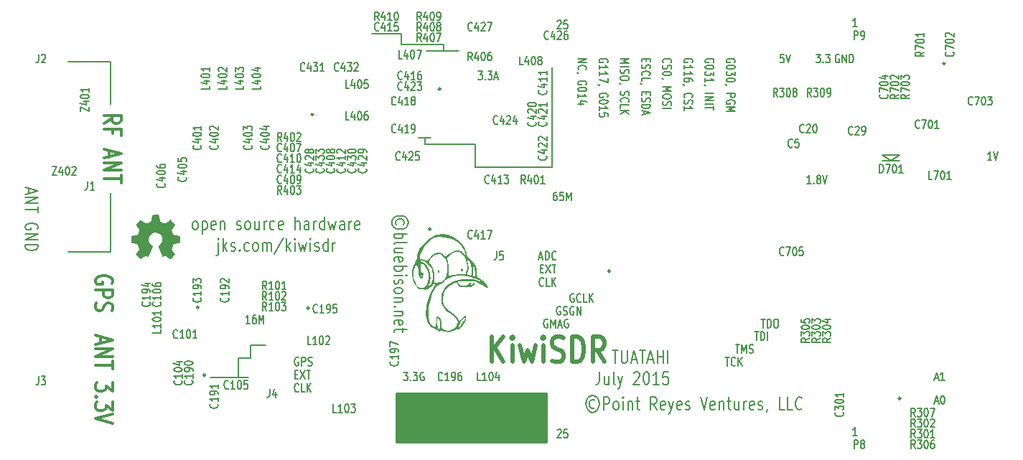
<source format=gto>
G04 (created by PCBNEW (2013-mar-25)-stable) date Wednesday, January 13, 2016 08:40:10 PM*
%MOIN*%
G04 Gerber Fmt 3.4, Leading zero omitted, Abs format*
%FSLAX34Y34*%
G01*
G70*
G90*
G04 APERTURE LIST*
%ADD10C,0.006*%
%ADD11C,0.00590551*%
%ADD12C,0.00787402*%
%ADD13C,0.019685*%
%ADD14C,0.011811*%
%ADD15C,0.00984252*%
%ADD16C,9.84252e-05*%
%ADD17C,0.01*%
G04 APERTURE END LIST*
G54D10*
G54D11*
X34448Y-39960D02*
X32480Y-39960D01*
X34448Y-37204D02*
X34448Y-39960D01*
X34448Y-31102D02*
X32480Y-31102D01*
X34448Y-33070D02*
X34448Y-31102D01*
G54D12*
X39437Y-39510D02*
X39437Y-40016D01*
X39415Y-40073D01*
X39370Y-40101D01*
X39347Y-40101D01*
X39437Y-39313D02*
X39415Y-39341D01*
X39437Y-39370D01*
X39460Y-39341D01*
X39437Y-39313D01*
X39437Y-39370D01*
X39662Y-39904D02*
X39662Y-39313D01*
X39707Y-39679D02*
X39842Y-39904D01*
X39842Y-39510D02*
X39662Y-39735D01*
X40022Y-39876D02*
X40067Y-39904D01*
X40157Y-39904D01*
X40202Y-39876D01*
X40224Y-39820D01*
X40224Y-39791D01*
X40202Y-39735D01*
X40157Y-39707D01*
X40089Y-39707D01*
X40044Y-39679D01*
X40022Y-39623D01*
X40022Y-39595D01*
X40044Y-39538D01*
X40089Y-39510D01*
X40157Y-39510D01*
X40202Y-39538D01*
X40427Y-39848D02*
X40449Y-39876D01*
X40427Y-39904D01*
X40404Y-39876D01*
X40427Y-39848D01*
X40427Y-39904D01*
X40854Y-39876D02*
X40809Y-39904D01*
X40719Y-39904D01*
X40674Y-39876D01*
X40652Y-39848D01*
X40629Y-39791D01*
X40629Y-39623D01*
X40652Y-39566D01*
X40674Y-39538D01*
X40719Y-39510D01*
X40809Y-39510D01*
X40854Y-39538D01*
X41124Y-39904D02*
X41079Y-39876D01*
X41057Y-39848D01*
X41034Y-39791D01*
X41034Y-39623D01*
X41057Y-39566D01*
X41079Y-39538D01*
X41124Y-39510D01*
X41192Y-39510D01*
X41237Y-39538D01*
X41259Y-39566D01*
X41282Y-39623D01*
X41282Y-39791D01*
X41259Y-39848D01*
X41237Y-39876D01*
X41192Y-39904D01*
X41124Y-39904D01*
X41484Y-39904D02*
X41484Y-39510D01*
X41484Y-39566D02*
X41507Y-39538D01*
X41552Y-39510D01*
X41619Y-39510D01*
X41664Y-39538D01*
X41687Y-39595D01*
X41687Y-39904D01*
X41687Y-39595D02*
X41709Y-39538D01*
X41754Y-39510D01*
X41822Y-39510D01*
X41867Y-39538D01*
X41889Y-39595D01*
X41889Y-39904D01*
X42452Y-39285D02*
X42047Y-40044D01*
X42609Y-39904D02*
X42609Y-39313D01*
X42654Y-39679D02*
X42789Y-39904D01*
X42789Y-39510D02*
X42609Y-39735D01*
X42992Y-39904D02*
X42992Y-39510D01*
X42992Y-39313D02*
X42969Y-39341D01*
X42992Y-39370D01*
X43014Y-39341D01*
X42992Y-39313D01*
X42992Y-39370D01*
X43172Y-39510D02*
X43262Y-39904D01*
X43352Y-39623D01*
X43442Y-39904D01*
X43532Y-39510D01*
X43712Y-39904D02*
X43712Y-39510D01*
X43712Y-39313D02*
X43689Y-39341D01*
X43712Y-39370D01*
X43734Y-39341D01*
X43712Y-39313D01*
X43712Y-39370D01*
X43914Y-39876D02*
X43959Y-39904D01*
X44049Y-39904D01*
X44094Y-39876D01*
X44116Y-39820D01*
X44116Y-39791D01*
X44094Y-39735D01*
X44049Y-39707D01*
X43982Y-39707D01*
X43937Y-39679D01*
X43914Y-39623D01*
X43914Y-39595D01*
X43937Y-39538D01*
X43982Y-39510D01*
X44049Y-39510D01*
X44094Y-39538D01*
X44521Y-39904D02*
X44521Y-39313D01*
X44521Y-39876D02*
X44476Y-39904D01*
X44386Y-39904D01*
X44341Y-39876D01*
X44319Y-39848D01*
X44296Y-39791D01*
X44296Y-39623D01*
X44319Y-39566D01*
X44341Y-39538D01*
X44386Y-39510D01*
X44476Y-39510D01*
X44521Y-39538D01*
X44746Y-39904D02*
X44746Y-39510D01*
X44746Y-39623D02*
X44769Y-39566D01*
X44791Y-39538D01*
X44836Y-39510D01*
X44881Y-39510D01*
X56903Y-46836D02*
X56858Y-46808D01*
X56768Y-46808D01*
X56723Y-46836D01*
X56678Y-46892D01*
X56656Y-46948D01*
X56656Y-47061D01*
X56678Y-47117D01*
X56723Y-47173D01*
X56768Y-47201D01*
X56858Y-47201D01*
X56903Y-47173D01*
X56813Y-46611D02*
X56701Y-46639D01*
X56588Y-46723D01*
X56521Y-46864D01*
X56498Y-47005D01*
X56521Y-47145D01*
X56588Y-47286D01*
X56701Y-47370D01*
X56813Y-47398D01*
X56926Y-47370D01*
X57038Y-47286D01*
X57106Y-47145D01*
X57128Y-47005D01*
X57106Y-46864D01*
X57038Y-46723D01*
X56926Y-46639D01*
X56813Y-46611D01*
X57331Y-47286D02*
X57331Y-46695D01*
X57511Y-46695D01*
X57556Y-46723D01*
X57578Y-46751D01*
X57601Y-46808D01*
X57601Y-46892D01*
X57578Y-46948D01*
X57556Y-46976D01*
X57511Y-47005D01*
X57331Y-47005D01*
X57871Y-47286D02*
X57826Y-47258D01*
X57803Y-47230D01*
X57781Y-47173D01*
X57781Y-47005D01*
X57803Y-46948D01*
X57826Y-46920D01*
X57871Y-46892D01*
X57938Y-46892D01*
X57983Y-46920D01*
X58006Y-46948D01*
X58028Y-47005D01*
X58028Y-47173D01*
X58006Y-47230D01*
X57983Y-47258D01*
X57938Y-47286D01*
X57871Y-47286D01*
X58231Y-47286D02*
X58231Y-46892D01*
X58231Y-46695D02*
X58208Y-46723D01*
X58231Y-46751D01*
X58253Y-46723D01*
X58231Y-46695D01*
X58231Y-46751D01*
X58456Y-46892D02*
X58456Y-47286D01*
X58456Y-46948D02*
X58478Y-46920D01*
X58523Y-46892D01*
X58591Y-46892D01*
X58636Y-46920D01*
X58658Y-46976D01*
X58658Y-47286D01*
X58816Y-46892D02*
X58996Y-46892D01*
X58883Y-46695D02*
X58883Y-47201D01*
X58906Y-47258D01*
X58951Y-47286D01*
X58996Y-47286D01*
X59783Y-47286D02*
X59625Y-47005D01*
X59513Y-47286D02*
X59513Y-46695D01*
X59693Y-46695D01*
X59738Y-46723D01*
X59760Y-46751D01*
X59783Y-46808D01*
X59783Y-46892D01*
X59760Y-46948D01*
X59738Y-46976D01*
X59693Y-47005D01*
X59513Y-47005D01*
X60165Y-47258D02*
X60120Y-47286D01*
X60030Y-47286D01*
X59985Y-47258D01*
X59963Y-47201D01*
X59963Y-46976D01*
X59985Y-46920D01*
X60030Y-46892D01*
X60120Y-46892D01*
X60165Y-46920D01*
X60188Y-46976D01*
X60188Y-47033D01*
X59963Y-47089D01*
X60345Y-46892D02*
X60458Y-47286D01*
X60570Y-46892D02*
X60458Y-47286D01*
X60413Y-47426D01*
X60390Y-47455D01*
X60345Y-47483D01*
X60930Y-47258D02*
X60885Y-47286D01*
X60795Y-47286D01*
X60750Y-47258D01*
X60728Y-47201D01*
X60728Y-46976D01*
X60750Y-46920D01*
X60795Y-46892D01*
X60885Y-46892D01*
X60930Y-46920D01*
X60953Y-46976D01*
X60953Y-47033D01*
X60728Y-47089D01*
X61133Y-47258D02*
X61178Y-47286D01*
X61268Y-47286D01*
X61313Y-47258D01*
X61335Y-47201D01*
X61335Y-47173D01*
X61313Y-47117D01*
X61268Y-47089D01*
X61200Y-47089D01*
X61155Y-47061D01*
X61133Y-47005D01*
X61133Y-46976D01*
X61155Y-46920D01*
X61200Y-46892D01*
X61268Y-46892D01*
X61313Y-46920D01*
X61830Y-46695D02*
X61988Y-47286D01*
X62145Y-46695D01*
X62483Y-47258D02*
X62438Y-47286D01*
X62348Y-47286D01*
X62303Y-47258D01*
X62280Y-47201D01*
X62280Y-46976D01*
X62303Y-46920D01*
X62348Y-46892D01*
X62438Y-46892D01*
X62483Y-46920D01*
X62505Y-46976D01*
X62505Y-47033D01*
X62280Y-47089D01*
X62708Y-46892D02*
X62708Y-47286D01*
X62708Y-46948D02*
X62730Y-46920D01*
X62775Y-46892D01*
X62843Y-46892D01*
X62888Y-46920D01*
X62910Y-46976D01*
X62910Y-47286D01*
X63068Y-46892D02*
X63248Y-46892D01*
X63135Y-46695D02*
X63135Y-47201D01*
X63158Y-47258D01*
X63203Y-47286D01*
X63248Y-47286D01*
X63607Y-46892D02*
X63607Y-47286D01*
X63405Y-46892D02*
X63405Y-47201D01*
X63428Y-47258D01*
X63473Y-47286D01*
X63540Y-47286D01*
X63585Y-47258D01*
X63607Y-47230D01*
X63832Y-47286D02*
X63832Y-46892D01*
X63832Y-47005D02*
X63855Y-46948D01*
X63877Y-46920D01*
X63922Y-46892D01*
X63967Y-46892D01*
X64305Y-47258D02*
X64260Y-47286D01*
X64170Y-47286D01*
X64125Y-47258D01*
X64102Y-47201D01*
X64102Y-46976D01*
X64125Y-46920D01*
X64170Y-46892D01*
X64260Y-46892D01*
X64305Y-46920D01*
X64327Y-46976D01*
X64327Y-47033D01*
X64102Y-47089D01*
X64507Y-47258D02*
X64552Y-47286D01*
X64642Y-47286D01*
X64687Y-47258D01*
X64710Y-47201D01*
X64710Y-47173D01*
X64687Y-47117D01*
X64642Y-47089D01*
X64575Y-47089D01*
X64530Y-47061D01*
X64507Y-47005D01*
X64507Y-46976D01*
X64530Y-46920D01*
X64575Y-46892D01*
X64642Y-46892D01*
X64687Y-46920D01*
X64935Y-47258D02*
X64935Y-47286D01*
X64912Y-47342D01*
X64890Y-47370D01*
X65722Y-47286D02*
X65497Y-47286D01*
X65497Y-46695D01*
X66105Y-47286D02*
X65880Y-47286D01*
X65880Y-46695D01*
X66532Y-47230D02*
X66510Y-47258D01*
X66442Y-47286D01*
X66397Y-47286D01*
X66330Y-47258D01*
X66285Y-47201D01*
X66262Y-47145D01*
X66240Y-47033D01*
X66240Y-46948D01*
X66262Y-46836D01*
X66285Y-46780D01*
X66330Y-46723D01*
X66397Y-46695D01*
X66442Y-46695D01*
X66510Y-46723D01*
X66532Y-46751D01*
G54D11*
X49015Y-34940D02*
X49015Y-34645D01*
X51377Y-34940D02*
X49015Y-34940D01*
X51377Y-36023D02*
X51377Y-34940D01*
X54921Y-36023D02*
X51377Y-36023D01*
X54921Y-31397D02*
X54921Y-36023D01*
X48720Y-34645D02*
X49311Y-34645D01*
X47933Y-29822D02*
X46555Y-29822D01*
X47933Y-30314D02*
X47933Y-29822D01*
X49901Y-30314D02*
X47933Y-30314D01*
X49901Y-30610D02*
X49901Y-30314D01*
X50590Y-30610D02*
X49114Y-30610D01*
X40354Y-44881D02*
X40354Y-45767D01*
X40944Y-44881D02*
X40354Y-44881D01*
X40944Y-44291D02*
X40944Y-44881D01*
X41633Y-44291D02*
X40944Y-44291D01*
X39074Y-45767D02*
X40846Y-45767D01*
G54D12*
X38335Y-38920D02*
X38290Y-38892D01*
X38267Y-38863D01*
X38245Y-38807D01*
X38245Y-38638D01*
X38267Y-38582D01*
X38290Y-38554D01*
X38335Y-38526D01*
X38402Y-38526D01*
X38447Y-38554D01*
X38470Y-38582D01*
X38492Y-38638D01*
X38492Y-38807D01*
X38470Y-38863D01*
X38447Y-38892D01*
X38402Y-38920D01*
X38335Y-38920D01*
X38695Y-38526D02*
X38695Y-39116D01*
X38695Y-38554D02*
X38740Y-38526D01*
X38830Y-38526D01*
X38875Y-38554D01*
X38897Y-38582D01*
X38920Y-38638D01*
X38920Y-38807D01*
X38897Y-38863D01*
X38875Y-38892D01*
X38830Y-38920D01*
X38740Y-38920D01*
X38695Y-38892D01*
X39302Y-38892D02*
X39257Y-38920D01*
X39167Y-38920D01*
X39122Y-38892D01*
X39100Y-38835D01*
X39100Y-38610D01*
X39122Y-38554D01*
X39167Y-38526D01*
X39257Y-38526D01*
X39302Y-38554D01*
X39325Y-38610D01*
X39325Y-38667D01*
X39100Y-38723D01*
X39527Y-38526D02*
X39527Y-38920D01*
X39527Y-38582D02*
X39550Y-38554D01*
X39595Y-38526D01*
X39662Y-38526D01*
X39707Y-38554D01*
X39730Y-38610D01*
X39730Y-38920D01*
X40292Y-38892D02*
X40337Y-38920D01*
X40427Y-38920D01*
X40472Y-38892D01*
X40494Y-38835D01*
X40494Y-38807D01*
X40472Y-38751D01*
X40427Y-38723D01*
X40359Y-38723D01*
X40314Y-38695D01*
X40292Y-38638D01*
X40292Y-38610D01*
X40314Y-38554D01*
X40359Y-38526D01*
X40427Y-38526D01*
X40472Y-38554D01*
X40764Y-38920D02*
X40719Y-38892D01*
X40697Y-38863D01*
X40674Y-38807D01*
X40674Y-38638D01*
X40697Y-38582D01*
X40719Y-38554D01*
X40764Y-38526D01*
X40832Y-38526D01*
X40877Y-38554D01*
X40899Y-38582D01*
X40922Y-38638D01*
X40922Y-38807D01*
X40899Y-38863D01*
X40877Y-38892D01*
X40832Y-38920D01*
X40764Y-38920D01*
X41327Y-38526D02*
X41327Y-38920D01*
X41124Y-38526D02*
X41124Y-38835D01*
X41147Y-38892D01*
X41192Y-38920D01*
X41259Y-38920D01*
X41304Y-38892D01*
X41327Y-38863D01*
X41552Y-38920D02*
X41552Y-38526D01*
X41552Y-38638D02*
X41574Y-38582D01*
X41597Y-38554D01*
X41642Y-38526D01*
X41687Y-38526D01*
X42047Y-38892D02*
X42002Y-38920D01*
X41912Y-38920D01*
X41867Y-38892D01*
X41844Y-38863D01*
X41822Y-38807D01*
X41822Y-38638D01*
X41844Y-38582D01*
X41867Y-38554D01*
X41912Y-38526D01*
X42002Y-38526D01*
X42047Y-38554D01*
X42429Y-38892D02*
X42384Y-38920D01*
X42294Y-38920D01*
X42249Y-38892D01*
X42227Y-38835D01*
X42227Y-38610D01*
X42249Y-38554D01*
X42294Y-38526D01*
X42384Y-38526D01*
X42429Y-38554D01*
X42452Y-38610D01*
X42452Y-38667D01*
X42227Y-38723D01*
X43014Y-38920D02*
X43014Y-38329D01*
X43217Y-38920D02*
X43217Y-38610D01*
X43194Y-38554D01*
X43149Y-38526D01*
X43082Y-38526D01*
X43037Y-38554D01*
X43014Y-38582D01*
X43644Y-38920D02*
X43644Y-38610D01*
X43622Y-38554D01*
X43577Y-38526D01*
X43487Y-38526D01*
X43442Y-38554D01*
X43644Y-38892D02*
X43599Y-38920D01*
X43487Y-38920D01*
X43442Y-38892D01*
X43419Y-38835D01*
X43419Y-38779D01*
X43442Y-38723D01*
X43487Y-38695D01*
X43599Y-38695D01*
X43644Y-38667D01*
X43869Y-38920D02*
X43869Y-38526D01*
X43869Y-38638D02*
X43892Y-38582D01*
X43914Y-38554D01*
X43959Y-38526D01*
X44004Y-38526D01*
X44364Y-38920D02*
X44364Y-38329D01*
X44364Y-38892D02*
X44319Y-38920D01*
X44229Y-38920D01*
X44184Y-38892D01*
X44161Y-38863D01*
X44139Y-38807D01*
X44139Y-38638D01*
X44161Y-38582D01*
X44184Y-38554D01*
X44229Y-38526D01*
X44319Y-38526D01*
X44364Y-38554D01*
X44544Y-38526D02*
X44634Y-38920D01*
X44724Y-38638D01*
X44814Y-38920D01*
X44904Y-38526D01*
X45286Y-38920D02*
X45286Y-38610D01*
X45264Y-38554D01*
X45219Y-38526D01*
X45129Y-38526D01*
X45084Y-38554D01*
X45286Y-38892D02*
X45241Y-38920D01*
X45129Y-38920D01*
X45084Y-38892D01*
X45061Y-38835D01*
X45061Y-38779D01*
X45084Y-38723D01*
X45129Y-38695D01*
X45241Y-38695D01*
X45286Y-38667D01*
X45511Y-38920D02*
X45511Y-38526D01*
X45511Y-38638D02*
X45534Y-38582D01*
X45556Y-38554D01*
X45601Y-38526D01*
X45646Y-38526D01*
X45984Y-38892D02*
X45939Y-38920D01*
X45849Y-38920D01*
X45804Y-38892D01*
X45781Y-38835D01*
X45781Y-38610D01*
X45804Y-38554D01*
X45849Y-38526D01*
X45939Y-38526D01*
X45984Y-38554D01*
X46006Y-38610D01*
X46006Y-38667D01*
X45781Y-38723D01*
X48045Y-38672D02*
X48073Y-38627D01*
X48073Y-38537D01*
X48045Y-38492D01*
X47989Y-38447D01*
X47933Y-38425D01*
X47820Y-38425D01*
X47764Y-38447D01*
X47708Y-38492D01*
X47679Y-38537D01*
X47679Y-38627D01*
X47708Y-38672D01*
X48270Y-38582D02*
X48242Y-38470D01*
X48158Y-38357D01*
X48017Y-38290D01*
X47876Y-38267D01*
X47736Y-38290D01*
X47595Y-38357D01*
X47511Y-38470D01*
X47483Y-38582D01*
X47511Y-38695D01*
X47595Y-38807D01*
X47736Y-38875D01*
X47876Y-38897D01*
X48017Y-38875D01*
X48158Y-38807D01*
X48242Y-38695D01*
X48270Y-38582D01*
X47595Y-39100D02*
X48186Y-39100D01*
X47961Y-39100D02*
X47989Y-39145D01*
X47989Y-39235D01*
X47961Y-39280D01*
X47933Y-39302D01*
X47876Y-39325D01*
X47708Y-39325D01*
X47651Y-39302D01*
X47623Y-39280D01*
X47595Y-39235D01*
X47595Y-39145D01*
X47623Y-39100D01*
X47595Y-39595D02*
X47623Y-39550D01*
X47679Y-39527D01*
X48186Y-39527D01*
X47989Y-39977D02*
X47595Y-39977D01*
X47989Y-39775D02*
X47679Y-39775D01*
X47623Y-39797D01*
X47595Y-39842D01*
X47595Y-39910D01*
X47623Y-39955D01*
X47651Y-39977D01*
X47623Y-40382D02*
X47595Y-40337D01*
X47595Y-40247D01*
X47623Y-40202D01*
X47679Y-40179D01*
X47904Y-40179D01*
X47961Y-40202D01*
X47989Y-40247D01*
X47989Y-40337D01*
X47961Y-40382D01*
X47904Y-40404D01*
X47848Y-40404D01*
X47792Y-40179D01*
X47595Y-40607D02*
X48186Y-40607D01*
X47961Y-40607D02*
X47989Y-40652D01*
X47989Y-40742D01*
X47961Y-40787D01*
X47933Y-40809D01*
X47876Y-40832D01*
X47708Y-40832D01*
X47651Y-40809D01*
X47623Y-40787D01*
X47595Y-40742D01*
X47595Y-40652D01*
X47623Y-40607D01*
X47595Y-41034D02*
X47989Y-41034D01*
X48186Y-41034D02*
X48158Y-41012D01*
X48129Y-41034D01*
X48158Y-41057D01*
X48186Y-41034D01*
X48129Y-41034D01*
X47623Y-41237D02*
X47595Y-41282D01*
X47595Y-41372D01*
X47623Y-41417D01*
X47679Y-41439D01*
X47708Y-41439D01*
X47764Y-41417D01*
X47792Y-41372D01*
X47792Y-41304D01*
X47820Y-41259D01*
X47876Y-41237D01*
X47904Y-41237D01*
X47961Y-41259D01*
X47989Y-41304D01*
X47989Y-41372D01*
X47961Y-41417D01*
X47595Y-41709D02*
X47623Y-41664D01*
X47651Y-41642D01*
X47708Y-41619D01*
X47876Y-41619D01*
X47933Y-41642D01*
X47961Y-41664D01*
X47989Y-41709D01*
X47989Y-41777D01*
X47961Y-41822D01*
X47933Y-41844D01*
X47876Y-41867D01*
X47708Y-41867D01*
X47651Y-41844D01*
X47623Y-41822D01*
X47595Y-41777D01*
X47595Y-41709D01*
X47989Y-42069D02*
X47595Y-42069D01*
X47933Y-42069D02*
X47961Y-42092D01*
X47989Y-42137D01*
X47989Y-42204D01*
X47961Y-42249D01*
X47904Y-42272D01*
X47595Y-42272D01*
X47651Y-42497D02*
X47623Y-42519D01*
X47595Y-42497D01*
X47623Y-42474D01*
X47651Y-42497D01*
X47595Y-42497D01*
X47989Y-42722D02*
X47595Y-42722D01*
X47933Y-42722D02*
X47961Y-42744D01*
X47989Y-42789D01*
X47989Y-42857D01*
X47961Y-42902D01*
X47904Y-42924D01*
X47595Y-42924D01*
X47623Y-43329D02*
X47595Y-43284D01*
X47595Y-43194D01*
X47623Y-43149D01*
X47679Y-43127D01*
X47904Y-43127D01*
X47961Y-43149D01*
X47989Y-43194D01*
X47989Y-43284D01*
X47961Y-43329D01*
X47904Y-43352D01*
X47848Y-43352D01*
X47792Y-43127D01*
X47989Y-43487D02*
X47989Y-43667D01*
X48186Y-43554D02*
X47679Y-43554D01*
X47623Y-43577D01*
X47595Y-43622D01*
X47595Y-43667D01*
X57131Y-45514D02*
X57131Y-45936D01*
X57109Y-46020D01*
X57064Y-46077D01*
X56996Y-46105D01*
X56951Y-46105D01*
X57559Y-45711D02*
X57559Y-46105D01*
X57356Y-45711D02*
X57356Y-46020D01*
X57379Y-46077D01*
X57424Y-46105D01*
X57491Y-46105D01*
X57536Y-46077D01*
X57559Y-46048D01*
X57851Y-46105D02*
X57806Y-46077D01*
X57784Y-46020D01*
X57784Y-45514D01*
X57986Y-45711D02*
X58098Y-46105D01*
X58211Y-45711D02*
X58098Y-46105D01*
X58053Y-46245D01*
X58031Y-46273D01*
X57986Y-46302D01*
X58728Y-45570D02*
X58751Y-45542D01*
X58796Y-45514D01*
X58908Y-45514D01*
X58953Y-45542D01*
X58976Y-45570D01*
X58998Y-45627D01*
X58998Y-45683D01*
X58976Y-45767D01*
X58706Y-46105D01*
X58998Y-46105D01*
X59291Y-45514D02*
X59336Y-45514D01*
X59381Y-45542D01*
X59403Y-45570D01*
X59426Y-45627D01*
X59448Y-45739D01*
X59448Y-45880D01*
X59426Y-45992D01*
X59403Y-46048D01*
X59381Y-46077D01*
X59336Y-46105D01*
X59291Y-46105D01*
X59246Y-46077D01*
X59223Y-46048D01*
X59201Y-45992D01*
X59178Y-45880D01*
X59178Y-45739D01*
X59201Y-45627D01*
X59223Y-45570D01*
X59246Y-45542D01*
X59291Y-45514D01*
X59898Y-46105D02*
X59628Y-46105D01*
X59763Y-46105D02*
X59763Y-45514D01*
X59718Y-45598D01*
X59673Y-45655D01*
X59628Y-45683D01*
X60326Y-45514D02*
X60101Y-45514D01*
X60078Y-45795D01*
X60101Y-45767D01*
X60146Y-45739D01*
X60258Y-45739D01*
X60303Y-45767D01*
X60326Y-45795D01*
X60348Y-45852D01*
X60348Y-45992D01*
X60326Y-46048D01*
X60303Y-46077D01*
X60258Y-46105D01*
X60146Y-46105D01*
X60101Y-46077D01*
X60078Y-46048D01*
G54D13*
X52137Y-45064D02*
X52137Y-43883D01*
X52677Y-45064D02*
X52272Y-44389D01*
X52677Y-43883D02*
X52137Y-44558D01*
X53082Y-45064D02*
X53082Y-44277D01*
X53082Y-43883D02*
X53037Y-43939D01*
X53082Y-43996D01*
X53127Y-43939D01*
X53082Y-43883D01*
X53082Y-43996D01*
X53442Y-44277D02*
X53622Y-45064D01*
X53802Y-44502D01*
X53982Y-45064D01*
X54161Y-44277D01*
X54521Y-45064D02*
X54521Y-44277D01*
X54521Y-43883D02*
X54476Y-43939D01*
X54521Y-43996D01*
X54566Y-43939D01*
X54521Y-43883D01*
X54521Y-43996D01*
X54926Y-45008D02*
X55061Y-45064D01*
X55286Y-45064D01*
X55376Y-45008D01*
X55421Y-44952D01*
X55466Y-44839D01*
X55466Y-44727D01*
X55421Y-44614D01*
X55376Y-44558D01*
X55286Y-44502D01*
X55106Y-44446D01*
X55016Y-44389D01*
X54971Y-44333D01*
X54926Y-44221D01*
X54926Y-44108D01*
X54971Y-43996D01*
X55016Y-43939D01*
X55106Y-43883D01*
X55331Y-43883D01*
X55466Y-43939D01*
X55871Y-45064D02*
X55871Y-43883D01*
X56096Y-43883D01*
X56231Y-43939D01*
X56321Y-44052D01*
X56366Y-44164D01*
X56411Y-44389D01*
X56411Y-44558D01*
X56366Y-44783D01*
X56321Y-44895D01*
X56231Y-45008D01*
X56096Y-45064D01*
X55871Y-45064D01*
X57356Y-45064D02*
X57041Y-44502D01*
X56816Y-45064D02*
X56816Y-43883D01*
X57176Y-43883D01*
X57266Y-43939D01*
X57311Y-43996D01*
X57356Y-44108D01*
X57356Y-44277D01*
X57311Y-44389D01*
X57266Y-44446D01*
X57176Y-44502D01*
X56816Y-44502D01*
G54D12*
X57727Y-44530D02*
X57997Y-44530D01*
X57862Y-45120D02*
X57862Y-44530D01*
X58155Y-44530D02*
X58155Y-45008D01*
X58177Y-45064D01*
X58200Y-45092D01*
X58245Y-45120D01*
X58335Y-45120D01*
X58380Y-45092D01*
X58402Y-45064D01*
X58425Y-45008D01*
X58425Y-44530D01*
X58627Y-44952D02*
X58852Y-44952D01*
X58582Y-45120D02*
X58740Y-44530D01*
X58897Y-45120D01*
X58987Y-44530D02*
X59257Y-44530D01*
X59122Y-45120D02*
X59122Y-44530D01*
X59392Y-44952D02*
X59617Y-44952D01*
X59347Y-45120D02*
X59505Y-44530D01*
X59662Y-45120D01*
X59820Y-45120D02*
X59820Y-44530D01*
X59820Y-44811D02*
X60089Y-44811D01*
X60089Y-45120D02*
X60089Y-44530D01*
X60314Y-45120D02*
X60314Y-44530D01*
X30638Y-36999D02*
X30638Y-37224D01*
X30469Y-36954D02*
X31060Y-37111D01*
X30469Y-37269D01*
X30469Y-37426D02*
X31060Y-37426D01*
X30469Y-37696D01*
X31060Y-37696D01*
X31060Y-37854D02*
X31060Y-38124D01*
X30469Y-37989D02*
X31060Y-37989D01*
X31032Y-38889D02*
X31060Y-38844D01*
X31060Y-38776D01*
X31032Y-38709D01*
X30975Y-38664D01*
X30919Y-38641D01*
X30807Y-38619D01*
X30722Y-38619D01*
X30610Y-38641D01*
X30553Y-38664D01*
X30497Y-38709D01*
X30469Y-38776D01*
X30469Y-38821D01*
X30497Y-38889D01*
X30525Y-38911D01*
X30722Y-38911D01*
X30722Y-38821D01*
X30469Y-39114D02*
X31060Y-39114D01*
X30469Y-39384D01*
X31060Y-39384D01*
X30469Y-39609D02*
X31060Y-39609D01*
X31060Y-39721D01*
X31032Y-39789D01*
X30975Y-39834D01*
X30919Y-39856D01*
X30807Y-39879D01*
X30722Y-39879D01*
X30610Y-39856D01*
X30553Y-39834D01*
X30497Y-39789D01*
X30469Y-39721D01*
X30469Y-39609D01*
G54D11*
X54334Y-40204D02*
X54484Y-40204D01*
X54304Y-40316D02*
X54409Y-39923D01*
X54514Y-40316D01*
X54619Y-40316D02*
X54619Y-39923D01*
X54694Y-39923D01*
X54739Y-39941D01*
X54769Y-39979D01*
X54784Y-40016D01*
X54799Y-40091D01*
X54799Y-40148D01*
X54784Y-40223D01*
X54769Y-40260D01*
X54739Y-40298D01*
X54694Y-40316D01*
X54619Y-40316D01*
X55114Y-40279D02*
X55099Y-40298D01*
X55054Y-40316D01*
X55024Y-40316D01*
X54979Y-40298D01*
X54949Y-40260D01*
X54934Y-40223D01*
X54919Y-40148D01*
X54919Y-40091D01*
X54934Y-40016D01*
X54949Y-39979D01*
X54979Y-39941D01*
X55024Y-39923D01*
X55054Y-39923D01*
X55099Y-39941D01*
X55114Y-39960D01*
X54386Y-40720D02*
X54491Y-40720D01*
X54536Y-40927D02*
X54386Y-40927D01*
X54386Y-40533D01*
X54536Y-40533D01*
X54641Y-40533D02*
X54851Y-40927D01*
X54851Y-40533D02*
X54641Y-40927D01*
X54926Y-40533D02*
X55106Y-40533D01*
X55016Y-40927D02*
X55016Y-40533D01*
X54536Y-41499D02*
X54521Y-41518D01*
X54476Y-41537D01*
X54446Y-41537D01*
X54401Y-41518D01*
X54371Y-41481D01*
X54356Y-41443D01*
X54341Y-41368D01*
X54341Y-41312D01*
X54356Y-41237D01*
X54371Y-41199D01*
X54401Y-41162D01*
X54446Y-41143D01*
X54476Y-41143D01*
X54521Y-41162D01*
X54536Y-41181D01*
X54821Y-41537D02*
X54671Y-41537D01*
X54671Y-41143D01*
X54926Y-41537D02*
X54926Y-41143D01*
X55106Y-41537D02*
X54971Y-41312D01*
X55106Y-41143D02*
X54926Y-41368D01*
X66954Y-36773D02*
X66774Y-36773D01*
X66864Y-36773D02*
X66864Y-36379D01*
X66834Y-36436D01*
X66804Y-36473D01*
X66774Y-36492D01*
X67089Y-36736D02*
X67104Y-36754D01*
X67089Y-36773D01*
X67074Y-36754D01*
X67089Y-36736D01*
X67089Y-36773D01*
X67284Y-36548D02*
X67254Y-36529D01*
X67239Y-36511D01*
X67224Y-36473D01*
X67224Y-36454D01*
X67239Y-36417D01*
X67254Y-36398D01*
X67284Y-36379D01*
X67344Y-36379D01*
X67374Y-36398D01*
X67389Y-36417D01*
X67404Y-36454D01*
X67404Y-36473D01*
X67389Y-36511D01*
X67374Y-36529D01*
X67344Y-36548D01*
X67284Y-36548D01*
X67254Y-36567D01*
X67239Y-36586D01*
X67224Y-36623D01*
X67224Y-36698D01*
X67239Y-36736D01*
X67254Y-36754D01*
X67284Y-36773D01*
X67344Y-36773D01*
X67374Y-36754D01*
X67389Y-36736D01*
X67404Y-36698D01*
X67404Y-36623D01*
X67389Y-36586D01*
X67374Y-36567D01*
X67344Y-36548D01*
X67494Y-36379D02*
X67599Y-36773D01*
X67704Y-36379D01*
X75348Y-35690D02*
X75168Y-35690D01*
X75258Y-35690D02*
X75258Y-35297D01*
X75228Y-35353D01*
X75198Y-35390D01*
X75168Y-35409D01*
X75438Y-35297D02*
X75543Y-35690D01*
X75648Y-35297D01*
X51503Y-31556D02*
X51698Y-31556D01*
X51593Y-31706D01*
X51638Y-31706D01*
X51668Y-31725D01*
X51683Y-31744D01*
X51698Y-31781D01*
X51698Y-31875D01*
X51683Y-31913D01*
X51668Y-31931D01*
X51638Y-31950D01*
X51548Y-31950D01*
X51518Y-31931D01*
X51503Y-31913D01*
X51833Y-31913D02*
X51848Y-31931D01*
X51833Y-31950D01*
X51818Y-31931D01*
X51833Y-31913D01*
X51833Y-31950D01*
X51953Y-31556D02*
X52148Y-31556D01*
X52043Y-31706D01*
X52088Y-31706D01*
X52118Y-31725D01*
X52133Y-31744D01*
X52148Y-31781D01*
X52148Y-31875D01*
X52133Y-31913D01*
X52118Y-31931D01*
X52088Y-31950D01*
X51998Y-31950D01*
X51968Y-31931D01*
X51953Y-31913D01*
X52268Y-31838D02*
X52418Y-31838D01*
X52238Y-31950D02*
X52343Y-31556D01*
X52448Y-31950D01*
X48036Y-45533D02*
X48231Y-45533D01*
X48126Y-45683D01*
X48171Y-45683D01*
X48201Y-45702D01*
X48216Y-45720D01*
X48231Y-45758D01*
X48231Y-45852D01*
X48216Y-45889D01*
X48201Y-45908D01*
X48171Y-45927D01*
X48081Y-45927D01*
X48051Y-45908D01*
X48036Y-45889D01*
X48366Y-45889D02*
X48381Y-45908D01*
X48366Y-45927D01*
X48351Y-45908D01*
X48366Y-45889D01*
X48366Y-45927D01*
X48486Y-45533D02*
X48681Y-45533D01*
X48576Y-45683D01*
X48621Y-45683D01*
X48651Y-45702D01*
X48666Y-45720D01*
X48681Y-45758D01*
X48681Y-45852D01*
X48666Y-45889D01*
X48651Y-45908D01*
X48621Y-45927D01*
X48531Y-45927D01*
X48501Y-45908D01*
X48486Y-45889D01*
X48981Y-45552D02*
X48951Y-45533D01*
X48906Y-45533D01*
X48861Y-45552D01*
X48831Y-45589D01*
X48816Y-45627D01*
X48801Y-45702D01*
X48801Y-45758D01*
X48816Y-45833D01*
X48831Y-45870D01*
X48861Y-45908D01*
X48906Y-45927D01*
X48936Y-45927D01*
X48981Y-45908D01*
X48996Y-45889D01*
X48996Y-45758D01*
X48936Y-45758D01*
X55939Y-41910D02*
X55909Y-41891D01*
X55864Y-41891D01*
X55819Y-41910D01*
X55789Y-41947D01*
X55774Y-41985D01*
X55759Y-42060D01*
X55759Y-42116D01*
X55774Y-42191D01*
X55789Y-42229D01*
X55819Y-42266D01*
X55864Y-42285D01*
X55894Y-42285D01*
X55939Y-42266D01*
X55954Y-42247D01*
X55954Y-42116D01*
X55894Y-42116D01*
X56269Y-42247D02*
X56254Y-42266D01*
X56209Y-42285D01*
X56179Y-42285D01*
X56134Y-42266D01*
X56104Y-42229D01*
X56089Y-42191D01*
X56074Y-42116D01*
X56074Y-42060D01*
X56089Y-41985D01*
X56104Y-41947D01*
X56134Y-41910D01*
X56179Y-41891D01*
X56209Y-41891D01*
X56254Y-41910D01*
X56269Y-41929D01*
X56554Y-42285D02*
X56404Y-42285D01*
X56404Y-41891D01*
X56659Y-42285D02*
X56659Y-41891D01*
X56839Y-42285D02*
X56704Y-42060D01*
X56839Y-41891D02*
X56659Y-42116D01*
X55318Y-42500D02*
X55288Y-42482D01*
X55243Y-42482D01*
X55198Y-42500D01*
X55168Y-42538D01*
X55153Y-42575D01*
X55138Y-42650D01*
X55138Y-42707D01*
X55153Y-42782D01*
X55168Y-42819D01*
X55198Y-42857D01*
X55243Y-42875D01*
X55273Y-42875D01*
X55318Y-42857D01*
X55333Y-42838D01*
X55333Y-42707D01*
X55273Y-42707D01*
X55453Y-42857D02*
X55498Y-42875D01*
X55573Y-42875D01*
X55603Y-42857D01*
X55618Y-42838D01*
X55633Y-42800D01*
X55633Y-42763D01*
X55618Y-42725D01*
X55603Y-42707D01*
X55573Y-42688D01*
X55513Y-42669D01*
X55483Y-42650D01*
X55468Y-42632D01*
X55453Y-42594D01*
X55453Y-42557D01*
X55468Y-42519D01*
X55483Y-42500D01*
X55513Y-42482D01*
X55588Y-42482D01*
X55633Y-42500D01*
X55933Y-42500D02*
X55903Y-42482D01*
X55858Y-42482D01*
X55813Y-42500D01*
X55783Y-42538D01*
X55768Y-42575D01*
X55753Y-42650D01*
X55753Y-42707D01*
X55768Y-42782D01*
X55783Y-42819D01*
X55813Y-42857D01*
X55858Y-42875D01*
X55888Y-42875D01*
X55933Y-42857D01*
X55948Y-42838D01*
X55948Y-42707D01*
X55888Y-42707D01*
X56083Y-42875D02*
X56083Y-42482D01*
X56263Y-42875D01*
X56263Y-42482D01*
X54728Y-43091D02*
X54698Y-43072D01*
X54653Y-43072D01*
X54608Y-43091D01*
X54578Y-43128D01*
X54563Y-43166D01*
X54548Y-43241D01*
X54548Y-43297D01*
X54563Y-43372D01*
X54578Y-43410D01*
X54608Y-43447D01*
X54653Y-43466D01*
X54683Y-43466D01*
X54728Y-43447D01*
X54743Y-43428D01*
X54743Y-43297D01*
X54683Y-43297D01*
X54878Y-43466D02*
X54878Y-43072D01*
X54983Y-43353D01*
X55088Y-43072D01*
X55088Y-43466D01*
X55223Y-43353D02*
X55373Y-43353D01*
X55193Y-43466D02*
X55298Y-43072D01*
X55403Y-43466D01*
X55673Y-43091D02*
X55643Y-43072D01*
X55598Y-43072D01*
X55553Y-43091D01*
X55523Y-43128D01*
X55508Y-43166D01*
X55493Y-43241D01*
X55493Y-43297D01*
X55508Y-43372D01*
X55523Y-43410D01*
X55553Y-43447D01*
X55598Y-43466D01*
X55628Y-43466D01*
X55673Y-43447D01*
X55688Y-43428D01*
X55688Y-43297D01*
X55628Y-43297D01*
X43153Y-44863D02*
X43123Y-44844D01*
X43078Y-44844D01*
X43033Y-44863D01*
X43003Y-44900D01*
X42988Y-44938D01*
X42973Y-45013D01*
X42973Y-45069D01*
X42988Y-45144D01*
X43003Y-45181D01*
X43033Y-45219D01*
X43078Y-45238D01*
X43108Y-45238D01*
X43153Y-45219D01*
X43168Y-45200D01*
X43168Y-45069D01*
X43108Y-45069D01*
X43303Y-45238D02*
X43303Y-44844D01*
X43423Y-44844D01*
X43453Y-44863D01*
X43468Y-44881D01*
X43483Y-44919D01*
X43483Y-44975D01*
X43468Y-45013D01*
X43453Y-45031D01*
X43423Y-45050D01*
X43303Y-45050D01*
X43603Y-45219D02*
X43648Y-45238D01*
X43723Y-45238D01*
X43753Y-45219D01*
X43768Y-45200D01*
X43783Y-45163D01*
X43783Y-45125D01*
X43768Y-45088D01*
X43753Y-45069D01*
X43723Y-45050D01*
X43663Y-45031D01*
X43633Y-45013D01*
X43618Y-44994D01*
X43603Y-44956D01*
X43603Y-44919D01*
X43618Y-44881D01*
X43633Y-44863D01*
X43663Y-44844D01*
X43738Y-44844D01*
X43783Y-44863D01*
X42988Y-45642D02*
X43093Y-45642D01*
X43138Y-45848D02*
X42988Y-45848D01*
X42988Y-45454D01*
X43138Y-45454D01*
X43243Y-45454D02*
X43453Y-45848D01*
X43453Y-45454D02*
X43243Y-45848D01*
X43528Y-45454D02*
X43708Y-45454D01*
X43618Y-45848D02*
X43618Y-45454D01*
X43168Y-46421D02*
X43153Y-46439D01*
X43108Y-46458D01*
X43078Y-46458D01*
X43033Y-46439D01*
X43003Y-46402D01*
X42988Y-46364D01*
X42973Y-46289D01*
X42973Y-46233D01*
X42988Y-46158D01*
X43003Y-46121D01*
X43033Y-46083D01*
X43078Y-46064D01*
X43108Y-46064D01*
X43153Y-46083D01*
X43168Y-46102D01*
X43453Y-46458D02*
X43303Y-46458D01*
X43303Y-46064D01*
X43558Y-46458D02*
X43558Y-46064D01*
X43738Y-46458D02*
X43603Y-46233D01*
X43738Y-46064D02*
X43558Y-46289D01*
X40901Y-43269D02*
X40721Y-43269D01*
X40811Y-43269D02*
X40811Y-42875D01*
X40781Y-42932D01*
X40751Y-42969D01*
X40721Y-42988D01*
X41171Y-42875D02*
X41111Y-42875D01*
X41081Y-42894D01*
X41066Y-42913D01*
X41036Y-42969D01*
X41021Y-43044D01*
X41021Y-43194D01*
X41036Y-43232D01*
X41051Y-43250D01*
X41081Y-43269D01*
X41141Y-43269D01*
X41171Y-43250D01*
X41186Y-43232D01*
X41201Y-43194D01*
X41201Y-43100D01*
X41186Y-43063D01*
X41171Y-43044D01*
X41141Y-43025D01*
X41081Y-43025D01*
X41051Y-43044D01*
X41036Y-43063D01*
X41021Y-43100D01*
X41336Y-43269D02*
X41336Y-42875D01*
X41441Y-43157D01*
X41546Y-42875D01*
X41546Y-43269D01*
X55143Y-37167D02*
X55083Y-37167D01*
X55053Y-37185D01*
X55038Y-37204D01*
X55008Y-37260D01*
X54993Y-37335D01*
X54993Y-37485D01*
X55008Y-37523D01*
X55023Y-37542D01*
X55053Y-37560D01*
X55113Y-37560D01*
X55143Y-37542D01*
X55158Y-37523D01*
X55173Y-37485D01*
X55173Y-37392D01*
X55158Y-37354D01*
X55143Y-37335D01*
X55113Y-37317D01*
X55053Y-37317D01*
X55023Y-37335D01*
X55008Y-37354D01*
X54993Y-37392D01*
X55458Y-37167D02*
X55308Y-37167D01*
X55293Y-37354D01*
X55308Y-37335D01*
X55338Y-37317D01*
X55413Y-37317D01*
X55443Y-37335D01*
X55458Y-37354D01*
X55473Y-37392D01*
X55473Y-37485D01*
X55458Y-37523D01*
X55443Y-37542D01*
X55413Y-37560D01*
X55338Y-37560D01*
X55308Y-37542D01*
X55293Y-37523D01*
X55608Y-37560D02*
X55608Y-37167D01*
X55713Y-37448D01*
X55818Y-37167D01*
X55818Y-37560D01*
X55173Y-48228D02*
X55188Y-48209D01*
X55218Y-48190D01*
X55293Y-48190D01*
X55323Y-48209D01*
X55338Y-48228D01*
X55353Y-48265D01*
X55353Y-48303D01*
X55338Y-48359D01*
X55158Y-48584D01*
X55353Y-48584D01*
X55638Y-48190D02*
X55488Y-48190D01*
X55473Y-48378D01*
X55488Y-48359D01*
X55518Y-48340D01*
X55593Y-48340D01*
X55623Y-48359D01*
X55638Y-48378D01*
X55653Y-48415D01*
X55653Y-48509D01*
X55638Y-48547D01*
X55623Y-48565D01*
X55593Y-48584D01*
X55518Y-48584D01*
X55488Y-48565D01*
X55473Y-48547D01*
X69086Y-48486D02*
X68906Y-48486D01*
X68996Y-48486D02*
X68996Y-48092D01*
X68966Y-48148D01*
X68936Y-48186D01*
X68906Y-48204D01*
X68960Y-49076D02*
X68960Y-48682D01*
X69080Y-48682D01*
X69110Y-48701D01*
X69125Y-48720D01*
X69140Y-48757D01*
X69140Y-48814D01*
X69125Y-48851D01*
X69110Y-48870D01*
X69080Y-48889D01*
X68960Y-48889D01*
X69320Y-48851D02*
X69290Y-48832D01*
X69275Y-48814D01*
X69260Y-48776D01*
X69260Y-48757D01*
X69275Y-48720D01*
X69290Y-48701D01*
X69320Y-48682D01*
X69380Y-48682D01*
X69410Y-48701D01*
X69425Y-48720D01*
X69440Y-48757D01*
X69440Y-48776D01*
X69425Y-48814D01*
X69410Y-48832D01*
X69380Y-48851D01*
X69320Y-48851D01*
X69290Y-48870D01*
X69275Y-48889D01*
X69260Y-48926D01*
X69260Y-49001D01*
X69275Y-49039D01*
X69290Y-49057D01*
X69320Y-49076D01*
X69380Y-49076D01*
X69410Y-49057D01*
X69425Y-49039D01*
X69440Y-49001D01*
X69440Y-48926D01*
X69425Y-48889D01*
X69410Y-48870D01*
X69380Y-48851D01*
X68960Y-30080D02*
X68960Y-29686D01*
X69080Y-29686D01*
X69110Y-29705D01*
X69125Y-29724D01*
X69140Y-29761D01*
X69140Y-29818D01*
X69125Y-29855D01*
X69110Y-29874D01*
X69080Y-29893D01*
X68960Y-29893D01*
X69290Y-30080D02*
X69350Y-30080D01*
X69380Y-30061D01*
X69395Y-30043D01*
X69425Y-29986D01*
X69440Y-29911D01*
X69440Y-29761D01*
X69425Y-29724D01*
X69410Y-29705D01*
X69380Y-29686D01*
X69320Y-29686D01*
X69290Y-29705D01*
X69275Y-29724D01*
X69260Y-29761D01*
X69260Y-29855D01*
X69275Y-29893D01*
X69290Y-29911D01*
X69320Y-29930D01*
X69380Y-29930D01*
X69410Y-29911D01*
X69425Y-29893D01*
X69440Y-29855D01*
X55173Y-29232D02*
X55188Y-29213D01*
X55218Y-29194D01*
X55293Y-29194D01*
X55323Y-29213D01*
X55338Y-29232D01*
X55353Y-29269D01*
X55353Y-29307D01*
X55338Y-29363D01*
X55158Y-29588D01*
X55353Y-29588D01*
X55638Y-29194D02*
X55488Y-29194D01*
X55473Y-29382D01*
X55488Y-29363D01*
X55518Y-29344D01*
X55593Y-29344D01*
X55623Y-29363D01*
X55638Y-29382D01*
X55653Y-29419D01*
X55653Y-29513D01*
X55638Y-29550D01*
X55623Y-29569D01*
X55593Y-29588D01*
X55518Y-29588D01*
X55488Y-29569D01*
X55473Y-29550D01*
X69086Y-29490D02*
X68906Y-29490D01*
X68996Y-29490D02*
X68996Y-29096D01*
X68966Y-29152D01*
X68936Y-29190D01*
X68906Y-29208D01*
X72708Y-45814D02*
X72858Y-45814D01*
X72678Y-45927D02*
X72783Y-45533D01*
X72888Y-45927D01*
X73158Y-45927D02*
X72978Y-45927D01*
X73068Y-45927D02*
X73068Y-45533D01*
X73038Y-45589D01*
X73008Y-45627D01*
X72978Y-45645D01*
X72708Y-46897D02*
X72858Y-46897D01*
X72678Y-47009D02*
X72783Y-46616D01*
X72888Y-47009D01*
X73053Y-46616D02*
X73083Y-46616D01*
X73113Y-46634D01*
X73128Y-46653D01*
X73143Y-46691D01*
X73158Y-46766D01*
X73158Y-46859D01*
X73143Y-46934D01*
X73128Y-46972D01*
X73113Y-46991D01*
X73083Y-47009D01*
X73053Y-47009D01*
X73023Y-46991D01*
X73008Y-46972D01*
X72993Y-46934D01*
X72978Y-46859D01*
X72978Y-46766D01*
X72993Y-46691D01*
X73008Y-46653D01*
X73023Y-46634D01*
X73053Y-46616D01*
X65688Y-30769D02*
X65538Y-30769D01*
X65523Y-30957D01*
X65538Y-30938D01*
X65568Y-30919D01*
X65643Y-30919D01*
X65673Y-30938D01*
X65688Y-30957D01*
X65703Y-30994D01*
X65703Y-31088D01*
X65688Y-31125D01*
X65673Y-31144D01*
X65643Y-31163D01*
X65568Y-31163D01*
X65538Y-31144D01*
X65523Y-31125D01*
X65793Y-30769D02*
X65898Y-31163D01*
X66003Y-30769D01*
X67189Y-30769D02*
X67384Y-30769D01*
X67279Y-30919D01*
X67324Y-30919D01*
X67354Y-30938D01*
X67369Y-30957D01*
X67384Y-30994D01*
X67384Y-31088D01*
X67369Y-31125D01*
X67354Y-31144D01*
X67324Y-31163D01*
X67234Y-31163D01*
X67204Y-31144D01*
X67189Y-31125D01*
X67519Y-31125D02*
X67534Y-31144D01*
X67519Y-31163D01*
X67504Y-31144D01*
X67519Y-31125D01*
X67519Y-31163D01*
X67639Y-30769D02*
X67834Y-30769D01*
X67729Y-30919D01*
X67774Y-30919D01*
X67804Y-30938D01*
X67819Y-30957D01*
X67834Y-30994D01*
X67834Y-31088D01*
X67819Y-31125D01*
X67804Y-31144D01*
X67774Y-31163D01*
X67684Y-31163D01*
X67654Y-31144D01*
X67639Y-31125D01*
X68263Y-30788D02*
X68233Y-30769D01*
X68188Y-30769D01*
X68143Y-30788D01*
X68113Y-30825D01*
X68098Y-30863D01*
X68083Y-30938D01*
X68083Y-30994D01*
X68098Y-31069D01*
X68113Y-31107D01*
X68143Y-31144D01*
X68188Y-31163D01*
X68218Y-31163D01*
X68263Y-31144D01*
X68278Y-31125D01*
X68278Y-30994D01*
X68218Y-30994D01*
X68413Y-31163D02*
X68413Y-30769D01*
X68593Y-31163D01*
X68593Y-30769D01*
X68743Y-31163D02*
X68743Y-30769D01*
X68818Y-30769D01*
X68863Y-30788D01*
X68893Y-30825D01*
X68908Y-30863D01*
X68923Y-30938D01*
X68923Y-30994D01*
X68908Y-31069D01*
X68893Y-31107D01*
X68863Y-31144D01*
X68818Y-31163D01*
X68743Y-31163D01*
X63404Y-31145D02*
X63423Y-31115D01*
X63423Y-31070D01*
X63404Y-31025D01*
X63367Y-30995D01*
X63329Y-30980D01*
X63254Y-30965D01*
X63198Y-30965D01*
X63123Y-30980D01*
X63085Y-30995D01*
X63048Y-31025D01*
X63029Y-31070D01*
X63029Y-31100D01*
X63048Y-31145D01*
X63067Y-31160D01*
X63198Y-31160D01*
X63198Y-31100D01*
X63423Y-31355D02*
X63423Y-31385D01*
X63404Y-31415D01*
X63385Y-31430D01*
X63348Y-31445D01*
X63273Y-31460D01*
X63179Y-31460D01*
X63104Y-31445D01*
X63067Y-31430D01*
X63048Y-31415D01*
X63029Y-31385D01*
X63029Y-31355D01*
X63048Y-31325D01*
X63067Y-31310D01*
X63104Y-31295D01*
X63179Y-31280D01*
X63273Y-31280D01*
X63348Y-31295D01*
X63385Y-31310D01*
X63404Y-31325D01*
X63423Y-31355D01*
X63423Y-31565D02*
X63423Y-31760D01*
X63273Y-31655D01*
X63273Y-31700D01*
X63254Y-31730D01*
X63235Y-31745D01*
X63198Y-31760D01*
X63104Y-31760D01*
X63067Y-31745D01*
X63048Y-31730D01*
X63029Y-31700D01*
X63029Y-31610D01*
X63048Y-31580D01*
X63067Y-31565D01*
X63423Y-31955D02*
X63423Y-31985D01*
X63404Y-32015D01*
X63385Y-32030D01*
X63348Y-32045D01*
X63273Y-32060D01*
X63179Y-32060D01*
X63104Y-32045D01*
X63067Y-32030D01*
X63048Y-32015D01*
X63029Y-31985D01*
X63029Y-31955D01*
X63048Y-31925D01*
X63067Y-31910D01*
X63104Y-31895D01*
X63179Y-31880D01*
X63273Y-31880D01*
X63348Y-31895D01*
X63385Y-31910D01*
X63404Y-31925D01*
X63423Y-31955D01*
X63048Y-32210D02*
X63029Y-32210D01*
X62992Y-32195D01*
X62973Y-32180D01*
X63029Y-32585D02*
X63423Y-32585D01*
X63423Y-32705D01*
X63404Y-32735D01*
X63385Y-32750D01*
X63348Y-32765D01*
X63292Y-32765D01*
X63254Y-32750D01*
X63235Y-32735D01*
X63217Y-32705D01*
X63217Y-32585D01*
X63404Y-33065D02*
X63423Y-33035D01*
X63423Y-32990D01*
X63404Y-32945D01*
X63367Y-32915D01*
X63329Y-32900D01*
X63254Y-32885D01*
X63198Y-32885D01*
X63123Y-32900D01*
X63085Y-32915D01*
X63048Y-32945D01*
X63029Y-32990D01*
X63029Y-33020D01*
X63048Y-33065D01*
X63067Y-33080D01*
X63198Y-33080D01*
X63198Y-33020D01*
X63029Y-33215D02*
X63423Y-33215D01*
X63142Y-33320D01*
X63423Y-33425D01*
X63029Y-33425D01*
X62420Y-31145D02*
X62439Y-31115D01*
X62439Y-31070D01*
X62420Y-31025D01*
X62382Y-30995D01*
X62345Y-30980D01*
X62270Y-30965D01*
X62214Y-30965D01*
X62139Y-30980D01*
X62101Y-30995D01*
X62064Y-31025D01*
X62045Y-31070D01*
X62045Y-31100D01*
X62064Y-31145D01*
X62082Y-31160D01*
X62214Y-31160D01*
X62214Y-31100D01*
X62439Y-31355D02*
X62439Y-31385D01*
X62420Y-31415D01*
X62401Y-31430D01*
X62364Y-31445D01*
X62289Y-31460D01*
X62195Y-31460D01*
X62120Y-31445D01*
X62082Y-31430D01*
X62064Y-31415D01*
X62045Y-31385D01*
X62045Y-31355D01*
X62064Y-31325D01*
X62082Y-31310D01*
X62120Y-31295D01*
X62195Y-31280D01*
X62289Y-31280D01*
X62364Y-31295D01*
X62401Y-31310D01*
X62420Y-31325D01*
X62439Y-31355D01*
X62439Y-31565D02*
X62439Y-31760D01*
X62289Y-31655D01*
X62289Y-31700D01*
X62270Y-31730D01*
X62251Y-31745D01*
X62214Y-31760D01*
X62120Y-31760D01*
X62082Y-31745D01*
X62064Y-31730D01*
X62045Y-31700D01*
X62045Y-31610D01*
X62064Y-31580D01*
X62082Y-31565D01*
X62045Y-32060D02*
X62045Y-31880D01*
X62045Y-31970D02*
X62439Y-31970D01*
X62382Y-31940D01*
X62345Y-31910D01*
X62326Y-31880D01*
X62064Y-32210D02*
X62045Y-32210D01*
X62007Y-32195D01*
X61989Y-32180D01*
X62045Y-32585D02*
X62439Y-32585D01*
X62045Y-32735D02*
X62439Y-32735D01*
X62045Y-32915D01*
X62439Y-32915D01*
X62045Y-33065D02*
X62439Y-33065D01*
X62439Y-33170D02*
X62439Y-33350D01*
X62045Y-33260D02*
X62439Y-33260D01*
X61436Y-31145D02*
X61454Y-31115D01*
X61454Y-31070D01*
X61436Y-31025D01*
X61398Y-30995D01*
X61361Y-30980D01*
X61286Y-30965D01*
X61229Y-30965D01*
X61154Y-30980D01*
X61117Y-30995D01*
X61079Y-31025D01*
X61061Y-31070D01*
X61061Y-31100D01*
X61079Y-31145D01*
X61098Y-31160D01*
X61229Y-31160D01*
X61229Y-31100D01*
X61061Y-31460D02*
X61061Y-31280D01*
X61061Y-31370D02*
X61454Y-31370D01*
X61398Y-31340D01*
X61361Y-31310D01*
X61342Y-31280D01*
X61061Y-31760D02*
X61061Y-31580D01*
X61061Y-31670D02*
X61454Y-31670D01*
X61398Y-31640D01*
X61361Y-31610D01*
X61342Y-31580D01*
X61454Y-32030D02*
X61454Y-31970D01*
X61436Y-31940D01*
X61417Y-31925D01*
X61361Y-31895D01*
X61286Y-31880D01*
X61136Y-31880D01*
X61098Y-31895D01*
X61079Y-31910D01*
X61061Y-31940D01*
X61061Y-32000D01*
X61079Y-32030D01*
X61098Y-32045D01*
X61136Y-32060D01*
X61229Y-32060D01*
X61267Y-32045D01*
X61286Y-32030D01*
X61304Y-32000D01*
X61304Y-31940D01*
X61286Y-31910D01*
X61267Y-31895D01*
X61229Y-31880D01*
X61079Y-32210D02*
X61061Y-32210D01*
X61023Y-32195D01*
X61004Y-32180D01*
X61098Y-32765D02*
X61079Y-32750D01*
X61061Y-32705D01*
X61061Y-32675D01*
X61079Y-32630D01*
X61117Y-32600D01*
X61154Y-32585D01*
X61229Y-32570D01*
X61286Y-32570D01*
X61361Y-32585D01*
X61398Y-32600D01*
X61436Y-32630D01*
X61454Y-32675D01*
X61454Y-32705D01*
X61436Y-32750D01*
X61417Y-32765D01*
X61079Y-32885D02*
X61061Y-32930D01*
X61061Y-33005D01*
X61079Y-33035D01*
X61098Y-33050D01*
X61136Y-33065D01*
X61173Y-33065D01*
X61211Y-33050D01*
X61229Y-33035D01*
X61248Y-33005D01*
X61267Y-32945D01*
X61286Y-32915D01*
X61304Y-32900D01*
X61342Y-32885D01*
X61379Y-32885D01*
X61417Y-32900D01*
X61436Y-32915D01*
X61454Y-32945D01*
X61454Y-33020D01*
X61436Y-33065D01*
X61061Y-33365D02*
X61061Y-33185D01*
X61061Y-33275D02*
X61454Y-33275D01*
X61398Y-33245D01*
X61361Y-33215D01*
X61342Y-33185D01*
X58108Y-30980D02*
X58502Y-30980D01*
X58220Y-31085D01*
X58502Y-31190D01*
X58108Y-31190D01*
X58108Y-31340D02*
X58502Y-31340D01*
X58127Y-31475D02*
X58108Y-31520D01*
X58108Y-31595D01*
X58127Y-31625D01*
X58145Y-31640D01*
X58183Y-31655D01*
X58220Y-31655D01*
X58258Y-31640D01*
X58277Y-31625D01*
X58295Y-31595D01*
X58314Y-31535D01*
X58333Y-31505D01*
X58352Y-31490D01*
X58389Y-31475D01*
X58427Y-31475D01*
X58464Y-31490D01*
X58483Y-31505D01*
X58502Y-31535D01*
X58502Y-31610D01*
X58483Y-31655D01*
X58502Y-31850D02*
X58502Y-31910D01*
X58483Y-31940D01*
X58445Y-31970D01*
X58370Y-31985D01*
X58239Y-31985D01*
X58164Y-31970D01*
X58127Y-31940D01*
X58108Y-31910D01*
X58108Y-31850D01*
X58127Y-31820D01*
X58164Y-31790D01*
X58239Y-31775D01*
X58370Y-31775D01*
X58445Y-31790D01*
X58483Y-31820D01*
X58502Y-31850D01*
X58127Y-32135D02*
X58108Y-32135D01*
X58070Y-32120D01*
X58052Y-32105D01*
X58127Y-32495D02*
X58108Y-32540D01*
X58108Y-32615D01*
X58127Y-32645D01*
X58145Y-32660D01*
X58183Y-32675D01*
X58220Y-32675D01*
X58258Y-32660D01*
X58277Y-32645D01*
X58295Y-32615D01*
X58314Y-32555D01*
X58333Y-32525D01*
X58352Y-32510D01*
X58389Y-32495D01*
X58427Y-32495D01*
X58464Y-32510D01*
X58483Y-32525D01*
X58502Y-32555D01*
X58502Y-32630D01*
X58483Y-32675D01*
X58145Y-32990D02*
X58127Y-32975D01*
X58108Y-32930D01*
X58108Y-32900D01*
X58127Y-32855D01*
X58164Y-32825D01*
X58202Y-32810D01*
X58277Y-32795D01*
X58333Y-32795D01*
X58408Y-32810D01*
X58445Y-32825D01*
X58483Y-32855D01*
X58502Y-32900D01*
X58502Y-32930D01*
X58483Y-32975D01*
X58464Y-32990D01*
X58108Y-33275D02*
X58108Y-33125D01*
X58502Y-33125D01*
X58108Y-33380D02*
X58502Y-33380D01*
X58108Y-33560D02*
X58333Y-33425D01*
X58502Y-33560D02*
X58277Y-33380D01*
X56139Y-30980D02*
X56533Y-30980D01*
X56139Y-31160D01*
X56533Y-31160D01*
X56177Y-31490D02*
X56158Y-31475D01*
X56139Y-31430D01*
X56139Y-31400D01*
X56158Y-31355D01*
X56196Y-31325D01*
X56233Y-31310D01*
X56308Y-31295D01*
X56364Y-31295D01*
X56439Y-31310D01*
X56477Y-31325D01*
X56514Y-31355D01*
X56533Y-31400D01*
X56533Y-31430D01*
X56514Y-31475D01*
X56496Y-31490D01*
X56158Y-31640D02*
X56139Y-31640D01*
X56102Y-31625D01*
X56083Y-31610D01*
X56514Y-32180D02*
X56533Y-32150D01*
X56533Y-32105D01*
X56514Y-32060D01*
X56477Y-32030D01*
X56439Y-32015D01*
X56364Y-32000D01*
X56308Y-32000D01*
X56233Y-32015D01*
X56196Y-32030D01*
X56158Y-32060D01*
X56139Y-32105D01*
X56139Y-32135D01*
X56158Y-32180D01*
X56177Y-32195D01*
X56308Y-32195D01*
X56308Y-32135D01*
X56533Y-32390D02*
X56533Y-32420D01*
X56514Y-32450D01*
X56496Y-32465D01*
X56458Y-32480D01*
X56383Y-32495D01*
X56289Y-32495D01*
X56214Y-32480D01*
X56177Y-32465D01*
X56158Y-32450D01*
X56139Y-32420D01*
X56139Y-32390D01*
X56158Y-32360D01*
X56177Y-32345D01*
X56214Y-32330D01*
X56289Y-32315D01*
X56383Y-32315D01*
X56458Y-32330D01*
X56496Y-32345D01*
X56514Y-32360D01*
X56533Y-32390D01*
X56139Y-32795D02*
X56139Y-32615D01*
X56139Y-32705D02*
X56533Y-32705D01*
X56477Y-32675D01*
X56439Y-32645D01*
X56421Y-32615D01*
X56402Y-33065D02*
X56139Y-33065D01*
X56552Y-32990D02*
X56271Y-32915D01*
X56271Y-33110D01*
X57499Y-31145D02*
X57517Y-31115D01*
X57517Y-31070D01*
X57499Y-31025D01*
X57461Y-30995D01*
X57424Y-30980D01*
X57349Y-30965D01*
X57292Y-30965D01*
X57217Y-30980D01*
X57180Y-30995D01*
X57142Y-31025D01*
X57124Y-31070D01*
X57124Y-31100D01*
X57142Y-31145D01*
X57161Y-31160D01*
X57292Y-31160D01*
X57292Y-31100D01*
X57124Y-31460D02*
X57124Y-31280D01*
X57124Y-31370D02*
X57517Y-31370D01*
X57461Y-31340D01*
X57424Y-31310D01*
X57405Y-31280D01*
X57124Y-31760D02*
X57124Y-31580D01*
X57124Y-31670D02*
X57517Y-31670D01*
X57461Y-31640D01*
X57424Y-31610D01*
X57405Y-31580D01*
X57517Y-31865D02*
X57517Y-32075D01*
X57124Y-31940D01*
X57142Y-32210D02*
X57124Y-32210D01*
X57086Y-32195D01*
X57067Y-32180D01*
X57499Y-32750D02*
X57517Y-32720D01*
X57517Y-32675D01*
X57499Y-32630D01*
X57461Y-32600D01*
X57424Y-32585D01*
X57349Y-32570D01*
X57292Y-32570D01*
X57217Y-32585D01*
X57180Y-32600D01*
X57142Y-32630D01*
X57124Y-32675D01*
X57124Y-32705D01*
X57142Y-32750D01*
X57161Y-32765D01*
X57292Y-32765D01*
X57292Y-32705D01*
X57517Y-32960D02*
X57517Y-32990D01*
X57499Y-33020D01*
X57480Y-33035D01*
X57442Y-33050D01*
X57367Y-33065D01*
X57274Y-33065D01*
X57199Y-33050D01*
X57161Y-33035D01*
X57142Y-33020D01*
X57124Y-32990D01*
X57124Y-32960D01*
X57142Y-32930D01*
X57161Y-32915D01*
X57199Y-32900D01*
X57274Y-32885D01*
X57367Y-32885D01*
X57442Y-32900D01*
X57480Y-32915D01*
X57499Y-32930D01*
X57517Y-32960D01*
X57124Y-33365D02*
X57124Y-33185D01*
X57124Y-33275D02*
X57517Y-33275D01*
X57461Y-33245D01*
X57424Y-33215D01*
X57405Y-33185D01*
X57517Y-33650D02*
X57517Y-33500D01*
X57330Y-33485D01*
X57349Y-33500D01*
X57367Y-33530D01*
X57367Y-33605D01*
X57349Y-33635D01*
X57330Y-33650D01*
X57292Y-33665D01*
X57199Y-33665D01*
X57161Y-33650D01*
X57142Y-33635D01*
X57124Y-33605D01*
X57124Y-33530D01*
X57142Y-33500D01*
X57161Y-33485D01*
X59298Y-30980D02*
X59298Y-31085D01*
X59092Y-31130D02*
X59092Y-30980D01*
X59486Y-30980D01*
X59486Y-31130D01*
X59111Y-31250D02*
X59092Y-31295D01*
X59092Y-31370D01*
X59111Y-31400D01*
X59130Y-31415D01*
X59167Y-31430D01*
X59205Y-31430D01*
X59242Y-31415D01*
X59261Y-31400D01*
X59280Y-31370D01*
X59298Y-31310D01*
X59317Y-31280D01*
X59336Y-31265D01*
X59373Y-31250D01*
X59411Y-31250D01*
X59448Y-31265D01*
X59467Y-31280D01*
X59486Y-31310D01*
X59486Y-31385D01*
X59467Y-31430D01*
X59130Y-31745D02*
X59111Y-31730D01*
X59092Y-31685D01*
X59092Y-31655D01*
X59111Y-31610D01*
X59148Y-31580D01*
X59186Y-31565D01*
X59261Y-31550D01*
X59317Y-31550D01*
X59392Y-31565D01*
X59430Y-31580D01*
X59467Y-31610D01*
X59486Y-31655D01*
X59486Y-31685D01*
X59467Y-31730D01*
X59448Y-31745D01*
X59092Y-32030D02*
X59092Y-31880D01*
X59486Y-31880D01*
X59111Y-32150D02*
X59092Y-32150D01*
X59055Y-32135D01*
X59036Y-32120D01*
X59298Y-32525D02*
X59298Y-32630D01*
X59092Y-32675D02*
X59092Y-32525D01*
X59486Y-32525D01*
X59486Y-32675D01*
X59111Y-32795D02*
X59092Y-32840D01*
X59092Y-32915D01*
X59111Y-32945D01*
X59130Y-32960D01*
X59167Y-32975D01*
X59205Y-32975D01*
X59242Y-32960D01*
X59261Y-32945D01*
X59280Y-32915D01*
X59298Y-32855D01*
X59317Y-32825D01*
X59336Y-32810D01*
X59373Y-32795D01*
X59411Y-32795D01*
X59448Y-32810D01*
X59467Y-32825D01*
X59486Y-32855D01*
X59486Y-32930D01*
X59467Y-32975D01*
X59092Y-33110D02*
X59486Y-33110D01*
X59486Y-33185D01*
X59467Y-33230D01*
X59430Y-33260D01*
X59392Y-33275D01*
X59317Y-33290D01*
X59261Y-33290D01*
X59186Y-33275D01*
X59148Y-33260D01*
X59111Y-33230D01*
X59092Y-33185D01*
X59092Y-33110D01*
X59205Y-33410D02*
X59205Y-33560D01*
X59092Y-33380D02*
X59486Y-33485D01*
X59092Y-33590D01*
X60114Y-31160D02*
X60095Y-31145D01*
X60076Y-31100D01*
X60076Y-31070D01*
X60095Y-31025D01*
X60133Y-30995D01*
X60170Y-30980D01*
X60245Y-30965D01*
X60301Y-30965D01*
X60376Y-30980D01*
X60414Y-30995D01*
X60451Y-31025D01*
X60470Y-31070D01*
X60470Y-31100D01*
X60451Y-31145D01*
X60433Y-31160D01*
X60095Y-31280D02*
X60076Y-31325D01*
X60076Y-31400D01*
X60095Y-31430D01*
X60114Y-31445D01*
X60151Y-31460D01*
X60189Y-31460D01*
X60226Y-31445D01*
X60245Y-31430D01*
X60264Y-31400D01*
X60283Y-31340D01*
X60301Y-31310D01*
X60320Y-31295D01*
X60358Y-31280D01*
X60395Y-31280D01*
X60433Y-31295D01*
X60451Y-31310D01*
X60470Y-31340D01*
X60470Y-31415D01*
X60451Y-31460D01*
X60470Y-31655D02*
X60470Y-31685D01*
X60451Y-31715D01*
X60433Y-31730D01*
X60395Y-31745D01*
X60320Y-31760D01*
X60226Y-31760D01*
X60151Y-31745D01*
X60114Y-31730D01*
X60095Y-31715D01*
X60076Y-31685D01*
X60076Y-31655D01*
X60095Y-31625D01*
X60114Y-31610D01*
X60151Y-31595D01*
X60226Y-31580D01*
X60320Y-31580D01*
X60395Y-31595D01*
X60433Y-31610D01*
X60451Y-31625D01*
X60470Y-31655D01*
X60095Y-31910D02*
X60076Y-31910D01*
X60039Y-31895D01*
X60020Y-31880D01*
X60076Y-32285D02*
X60470Y-32285D01*
X60189Y-32390D01*
X60470Y-32495D01*
X60076Y-32495D01*
X60470Y-32705D02*
X60470Y-32765D01*
X60451Y-32795D01*
X60414Y-32825D01*
X60339Y-32840D01*
X60208Y-32840D01*
X60133Y-32825D01*
X60095Y-32795D01*
X60076Y-32765D01*
X60076Y-32705D01*
X60095Y-32675D01*
X60133Y-32645D01*
X60208Y-32630D01*
X60339Y-32630D01*
X60414Y-32645D01*
X60451Y-32675D01*
X60470Y-32705D01*
X60095Y-32960D02*
X60076Y-33005D01*
X60076Y-33080D01*
X60095Y-33110D01*
X60114Y-33125D01*
X60151Y-33140D01*
X60189Y-33140D01*
X60226Y-33125D01*
X60245Y-33110D01*
X60264Y-33080D01*
X60283Y-33020D01*
X60301Y-32990D01*
X60320Y-32975D01*
X60358Y-32960D01*
X60395Y-32960D01*
X60433Y-32975D01*
X60451Y-32990D01*
X60470Y-33020D01*
X60470Y-33095D01*
X60451Y-33140D01*
X60076Y-33275D02*
X60470Y-33275D01*
X64646Y-43072D02*
X64826Y-43072D01*
X64736Y-43466D02*
X64736Y-43072D01*
X64931Y-43466D02*
X64931Y-43072D01*
X65006Y-43072D01*
X65051Y-43091D01*
X65081Y-43128D01*
X65096Y-43166D01*
X65111Y-43241D01*
X65111Y-43297D01*
X65096Y-43372D01*
X65081Y-43410D01*
X65051Y-43447D01*
X65006Y-43466D01*
X64931Y-43466D01*
X65306Y-43072D02*
X65366Y-43072D01*
X65396Y-43091D01*
X65426Y-43128D01*
X65441Y-43203D01*
X65441Y-43335D01*
X65426Y-43410D01*
X65396Y-43447D01*
X65366Y-43466D01*
X65306Y-43466D01*
X65276Y-43447D01*
X65246Y-43410D01*
X65231Y-43335D01*
X65231Y-43203D01*
X65246Y-43128D01*
X65276Y-43091D01*
X65306Y-43072D01*
X64342Y-43663D02*
X64522Y-43663D01*
X64432Y-44056D02*
X64432Y-43663D01*
X64627Y-44056D02*
X64627Y-43663D01*
X64702Y-43663D01*
X64747Y-43682D01*
X64777Y-43719D01*
X64792Y-43757D01*
X64807Y-43832D01*
X64807Y-43888D01*
X64792Y-43963D01*
X64777Y-44000D01*
X64747Y-44038D01*
X64702Y-44056D01*
X64627Y-44056D01*
X64942Y-44056D02*
X64942Y-43663D01*
X63458Y-44253D02*
X63637Y-44253D01*
X63547Y-44647D02*
X63547Y-44253D01*
X63742Y-44647D02*
X63742Y-44253D01*
X63847Y-44535D01*
X63952Y-44253D01*
X63952Y-44647D01*
X64087Y-44628D02*
X64132Y-44647D01*
X64207Y-44647D01*
X64237Y-44628D01*
X64252Y-44610D01*
X64267Y-44572D01*
X64267Y-44535D01*
X64252Y-44497D01*
X64237Y-44478D01*
X64207Y-44460D01*
X64147Y-44441D01*
X64117Y-44422D01*
X64102Y-44403D01*
X64087Y-44366D01*
X64087Y-44328D01*
X64102Y-44291D01*
X64117Y-44272D01*
X64147Y-44253D01*
X64222Y-44253D01*
X64267Y-44272D01*
X62980Y-44844D02*
X63160Y-44844D01*
X63070Y-45238D02*
X63070Y-44844D01*
X63445Y-45200D02*
X63430Y-45219D01*
X63385Y-45238D01*
X63355Y-45238D01*
X63310Y-45219D01*
X63280Y-45181D01*
X63265Y-45144D01*
X63250Y-45069D01*
X63250Y-45013D01*
X63265Y-44938D01*
X63280Y-44900D01*
X63310Y-44863D01*
X63355Y-44844D01*
X63385Y-44844D01*
X63430Y-44863D01*
X63445Y-44881D01*
X63580Y-45238D02*
X63580Y-44844D01*
X63760Y-45238D02*
X63625Y-45013D01*
X63760Y-44844D02*
X63580Y-45069D01*
G54D14*
X34486Y-41424D02*
X34523Y-41364D01*
X34523Y-41274D01*
X34486Y-41184D01*
X34411Y-41124D01*
X34336Y-41094D01*
X34186Y-41064D01*
X34073Y-41064D01*
X33923Y-41094D01*
X33848Y-41124D01*
X33773Y-41184D01*
X33736Y-41274D01*
X33736Y-41334D01*
X33773Y-41424D01*
X33811Y-41454D01*
X34073Y-41454D01*
X34073Y-41334D01*
X33736Y-41724D02*
X34523Y-41724D01*
X34523Y-41964D01*
X34486Y-42024D01*
X34448Y-42054D01*
X34373Y-42084D01*
X34261Y-42084D01*
X34186Y-42054D01*
X34148Y-42024D01*
X34111Y-41964D01*
X34111Y-41724D01*
X33773Y-42324D02*
X33736Y-42414D01*
X33736Y-42564D01*
X33773Y-42624D01*
X33811Y-42654D01*
X33886Y-42684D01*
X33961Y-42684D01*
X34036Y-42654D01*
X34073Y-42624D01*
X34111Y-42564D01*
X34148Y-42444D01*
X34186Y-42384D01*
X34223Y-42354D01*
X34298Y-42324D01*
X34373Y-42324D01*
X34448Y-42354D01*
X34486Y-42384D01*
X34523Y-42444D01*
X34523Y-42594D01*
X34486Y-42684D01*
X33961Y-43884D02*
X33961Y-44184D01*
X33736Y-43824D02*
X34523Y-44034D01*
X33736Y-44244D01*
X33736Y-44454D02*
X34523Y-44454D01*
X33736Y-44814D01*
X34523Y-44814D01*
X34523Y-45024D02*
X34523Y-45384D01*
X33736Y-45204D02*
X34523Y-45204D01*
X34523Y-46014D02*
X34523Y-46404D01*
X34223Y-46194D01*
X34223Y-46284D01*
X34186Y-46344D01*
X34148Y-46374D01*
X34073Y-46404D01*
X33886Y-46404D01*
X33811Y-46374D01*
X33773Y-46344D01*
X33736Y-46284D01*
X33736Y-46104D01*
X33773Y-46044D01*
X33811Y-46014D01*
X33811Y-46674D02*
X33773Y-46704D01*
X33736Y-46674D01*
X33773Y-46644D01*
X33811Y-46674D01*
X33736Y-46674D01*
X34523Y-46914D02*
X34523Y-47304D01*
X34223Y-47094D01*
X34223Y-47184D01*
X34186Y-47244D01*
X34148Y-47274D01*
X34073Y-47304D01*
X33886Y-47304D01*
X33811Y-47274D01*
X33773Y-47244D01*
X33736Y-47184D01*
X33736Y-47004D01*
X33773Y-46944D01*
X33811Y-46914D01*
X34523Y-47484D02*
X33736Y-47694D01*
X34523Y-47904D01*
X34130Y-33974D02*
X34505Y-33764D01*
X34130Y-33614D02*
X34917Y-33614D01*
X34917Y-33854D01*
X34880Y-33914D01*
X34842Y-33944D01*
X34767Y-33974D01*
X34655Y-33974D01*
X34580Y-33944D01*
X34542Y-33914D01*
X34505Y-33854D01*
X34505Y-33614D01*
X34542Y-34454D02*
X34542Y-34244D01*
X34130Y-34244D02*
X34917Y-34244D01*
X34917Y-34544D01*
X34355Y-35234D02*
X34355Y-35534D01*
X34130Y-35174D02*
X34917Y-35384D01*
X34130Y-35594D01*
X34130Y-35804D02*
X34917Y-35804D01*
X34130Y-36164D01*
X34917Y-36164D01*
X34917Y-36374D02*
X34917Y-36734D01*
X34130Y-36554D02*
X34917Y-36554D01*
G54D15*
X43651Y-42549D02*
G75*
G03X43651Y-42549I-49J0D01*
G74*
G01*
X38828Y-45669D02*
G75*
G03X38828Y-45669I-49J0D01*
G74*
G01*
X49753Y-32381D02*
G75*
G03X49753Y-32381I-49J0D01*
G74*
G01*
X57627Y-40846D02*
G75*
G03X57627Y-40846I-49J0D01*
G74*
G01*
X73179Y-31200D02*
G75*
G03X73179Y-31200I-49J0D01*
G74*
G01*
X38533Y-42519D02*
G75*
G03X38533Y-42519I-49J0D01*
G74*
G01*
X43848Y-33562D02*
G75*
G03X43848Y-33562I-49J0D01*
G74*
G01*
X71112Y-46751D02*
G75*
G03X71112Y-46751I-49J0D01*
G74*
G01*
G54D11*
X70275Y-35728D02*
X71062Y-35728D01*
X70275Y-35433D02*
X70669Y-35728D01*
X70669Y-35728D02*
X71062Y-35433D01*
X70275Y-35433D02*
X71062Y-35433D01*
G54D15*
X49307Y-38886D02*
G75*
G03X49307Y-38886I-49J0D01*
G74*
G01*
G54D16*
G36*
X51965Y-41599D02*
X51953Y-41623D01*
X51938Y-41626D01*
X51887Y-41606D01*
X51877Y-41595D01*
X51842Y-41568D01*
X51768Y-41522D01*
X51665Y-41465D01*
X51613Y-41438D01*
X51613Y-41309D01*
X51601Y-41287D01*
X51542Y-41253D01*
X51447Y-41213D01*
X51375Y-41187D01*
X51375Y-40961D01*
X51375Y-40906D01*
X51346Y-40698D01*
X51302Y-40581D01*
X51229Y-40429D01*
X51250Y-40566D01*
X51262Y-40675D01*
X51269Y-40807D01*
X51270Y-40892D01*
X51272Y-40996D01*
X51281Y-41053D01*
X51301Y-41077D01*
X51323Y-41081D01*
X51353Y-41072D01*
X51370Y-41036D01*
X51375Y-40961D01*
X51375Y-41187D01*
X51328Y-41171D01*
X51212Y-41134D01*
X51212Y-40854D01*
X51198Y-40715D01*
X51170Y-40572D01*
X51131Y-40454D01*
X51115Y-40422D01*
X51072Y-40360D01*
X51029Y-40317D01*
X50997Y-40299D01*
X50988Y-40318D01*
X50994Y-40337D01*
X51009Y-40389D01*
X51030Y-40479D01*
X51046Y-40557D01*
X51065Y-40668D01*
X51065Y-40747D01*
X51045Y-40822D01*
X51035Y-40846D01*
X50998Y-40935D01*
X50987Y-40984D01*
X50987Y-40596D01*
X50959Y-40425D01*
X50922Y-40318D01*
X50922Y-40097D01*
X50903Y-40007D01*
X50852Y-39888D01*
X50777Y-39755D01*
X50688Y-39627D01*
X50545Y-39477D01*
X50373Y-39369D01*
X50167Y-39299D01*
X49919Y-39265D01*
X49767Y-39261D01*
X49628Y-39263D01*
X49530Y-39273D01*
X49456Y-39292D01*
X49385Y-39325D01*
X49364Y-39337D01*
X49192Y-39468D01*
X49039Y-39641D01*
X48917Y-39839D01*
X48836Y-40046D01*
X48814Y-40152D01*
X48795Y-40293D01*
X48900Y-40293D01*
X48989Y-40306D01*
X49061Y-40337D01*
X49062Y-40338D01*
X49109Y-40364D01*
X49144Y-40347D01*
X49167Y-40316D01*
X49217Y-40249D01*
X49282Y-40169D01*
X49297Y-40152D01*
X49390Y-40071D01*
X49506Y-40009D01*
X49625Y-39972D01*
X49724Y-39971D01*
X49724Y-39972D01*
X49795Y-40004D01*
X49879Y-40060D01*
X49906Y-40083D01*
X49971Y-40138D01*
X50006Y-40155D01*
X50029Y-40139D01*
X50044Y-40113D01*
X50094Y-40060D01*
X50185Y-40000D01*
X50296Y-39943D01*
X50409Y-39900D01*
X50457Y-39887D01*
X50578Y-39888D01*
X50706Y-39931D01*
X50815Y-40006D01*
X50861Y-40061D01*
X50900Y-40118D01*
X50918Y-40124D01*
X50922Y-40097D01*
X50922Y-40318D01*
X50902Y-40261D01*
X50822Y-40120D01*
X50722Y-40016D01*
X50678Y-39990D01*
X50602Y-39954D01*
X50543Y-39942D01*
X50473Y-39952D01*
X50398Y-39972D01*
X50261Y-40031D01*
X50149Y-40117D01*
X50075Y-40215D01*
X50067Y-40237D01*
X50065Y-40294D01*
X50083Y-40380D01*
X50095Y-40418D01*
X50125Y-40566D01*
X50131Y-40763D01*
X50131Y-40801D01*
X50128Y-40935D01*
X50134Y-41016D01*
X50151Y-41049D01*
X50156Y-41051D01*
X50202Y-41043D01*
X50289Y-41026D01*
X50397Y-41003D01*
X50399Y-41003D01*
X50570Y-40974D01*
X50720Y-40970D01*
X50747Y-40973D01*
X50836Y-40982D01*
X50885Y-40972D01*
X50918Y-40934D01*
X50941Y-40894D01*
X50983Y-40756D01*
X50987Y-40596D01*
X50987Y-40984D01*
X51004Y-41008D01*
X51048Y-41024D01*
X51050Y-41024D01*
X51134Y-41043D01*
X51178Y-41033D01*
X51200Y-40988D01*
X51205Y-40964D01*
X51212Y-40854D01*
X51212Y-41134D01*
X51198Y-41131D01*
X51136Y-41114D01*
X50839Y-41060D01*
X50568Y-41052D01*
X50326Y-41089D01*
X50118Y-41171D01*
X50080Y-41199D01*
X50080Y-40672D01*
X50051Y-40487D01*
X49990Y-40318D01*
X49898Y-40174D01*
X49777Y-40069D01*
X49754Y-40056D01*
X49661Y-40040D01*
X49551Y-40065D01*
X49438Y-40123D01*
X49337Y-40206D01*
X49265Y-40304D01*
X49240Y-40366D01*
X49237Y-40438D01*
X49274Y-40506D01*
X49296Y-40530D01*
X49367Y-40641D01*
X49420Y-40795D01*
X49453Y-40975D01*
X49459Y-41151D01*
X49458Y-41257D01*
X49462Y-41337D01*
X49469Y-41373D01*
X49515Y-41385D01*
X49596Y-41380D01*
X49694Y-41362D01*
X49787Y-41335D01*
X49854Y-41303D01*
X49857Y-41302D01*
X49966Y-41185D01*
X50038Y-41033D01*
X50076Y-40857D01*
X50080Y-40672D01*
X50080Y-41199D01*
X49948Y-41297D01*
X49937Y-41308D01*
X49853Y-41382D01*
X49769Y-41438D01*
X49724Y-41457D01*
X49625Y-41500D01*
X49536Y-41581D01*
X49453Y-41709D01*
X49408Y-41798D01*
X49318Y-42025D01*
X49249Y-42273D01*
X49203Y-42526D01*
X49182Y-42771D01*
X49188Y-42990D01*
X49218Y-43155D01*
X49271Y-43263D01*
X49349Y-43351D01*
X49440Y-43404D01*
X49488Y-43412D01*
X49521Y-43408D01*
X49540Y-43387D01*
X49548Y-43335D01*
X49549Y-43240D01*
X49549Y-43189D01*
X49549Y-43077D01*
X49555Y-42990D01*
X49563Y-42947D01*
X49564Y-42945D01*
X49607Y-42938D01*
X49668Y-42969D01*
X49729Y-43023D01*
X49770Y-43084D01*
X49794Y-43169D01*
X49807Y-43281D01*
X49809Y-43338D01*
X49814Y-43449D01*
X49840Y-43517D01*
X49898Y-43559D01*
X49984Y-43588D01*
X50069Y-43612D01*
X50121Y-43619D01*
X50164Y-43610D01*
X50218Y-43587D01*
X50372Y-43499D01*
X50482Y-43390D01*
X50533Y-43290D01*
X50552Y-43203D01*
X50540Y-43135D01*
X50509Y-43074D01*
X50430Y-42977D01*
X50310Y-42871D01*
X50165Y-42772D01*
X50112Y-42742D01*
X50046Y-42690D01*
X49969Y-42605D01*
X49903Y-42516D01*
X49842Y-42419D01*
X49807Y-42345D01*
X49794Y-42265D01*
X49792Y-42157D01*
X49793Y-42127D01*
X49797Y-41997D01*
X49805Y-41906D01*
X49824Y-41836D01*
X49859Y-41766D01*
X49916Y-41677D01*
X49935Y-41648D01*
X49995Y-41560D01*
X50048Y-41498D01*
X50108Y-41448D01*
X50189Y-41401D01*
X50304Y-41346D01*
X50378Y-41313D01*
X50580Y-41247D01*
X50815Y-41211D01*
X51058Y-41204D01*
X51287Y-41229D01*
X51406Y-41259D01*
X51506Y-41288D01*
X51581Y-41306D01*
X51613Y-41309D01*
X51613Y-41438D01*
X51610Y-41436D01*
X51363Y-41309D01*
X50978Y-41308D01*
X50831Y-41310D01*
X50707Y-41314D01*
X50617Y-41321D01*
X50573Y-41330D01*
X50572Y-41331D01*
X50572Y-41368D01*
X50604Y-41428D01*
X50611Y-41437D01*
X50695Y-41502D01*
X50807Y-41523D01*
X50931Y-41500D01*
X51054Y-41435D01*
X51058Y-41431D01*
X51135Y-41381D01*
X51181Y-41367D01*
X51191Y-41385D01*
X51157Y-41436D01*
X51150Y-41444D01*
X51115Y-41488D01*
X51123Y-41503D01*
X51144Y-41505D01*
X51194Y-41482D01*
X51251Y-41429D01*
X51307Y-41367D01*
X51338Y-41359D01*
X51347Y-41396D01*
X51325Y-41441D01*
X51272Y-41501D01*
X51254Y-41517D01*
X51204Y-41555D01*
X51151Y-41579D01*
X51082Y-41590D01*
X50977Y-41595D01*
X50891Y-41596D01*
X50621Y-41596D01*
X50560Y-41476D01*
X50499Y-41356D01*
X50349Y-41419D01*
X50207Y-41500D01*
X50073Y-41617D01*
X49963Y-41751D01*
X49894Y-41887D01*
X49890Y-41902D01*
X49852Y-42112D01*
X49867Y-42297D01*
X49939Y-42462D01*
X50068Y-42610D01*
X50194Y-42706D01*
X50340Y-42809D01*
X50446Y-42893D01*
X50519Y-42970D01*
X50574Y-43050D01*
X50588Y-43076D01*
X50640Y-43179D01*
X50728Y-43055D01*
X50805Y-42966D01*
X50873Y-42920D01*
X50923Y-42920D01*
X50944Y-42947D01*
X50946Y-43016D01*
X50916Y-43112D01*
X50887Y-43170D01*
X50887Y-42999D01*
X50865Y-42989D01*
X50826Y-43014D01*
X50772Y-43081D01*
X50713Y-43175D01*
X50657Y-43281D01*
X50613Y-43386D01*
X50606Y-43408D01*
X50596Y-43464D01*
X50614Y-43471D01*
X50654Y-43437D01*
X50711Y-43362D01*
X50776Y-43262D01*
X50849Y-43131D01*
X50886Y-43045D01*
X50887Y-42999D01*
X50887Y-43170D01*
X50863Y-43222D01*
X50795Y-43335D01*
X50720Y-43435D01*
X50647Y-43512D01*
X50583Y-43552D01*
X50554Y-43554D01*
X50494Y-43558D01*
X50407Y-43587D01*
X50356Y-43612D01*
X50240Y-43663D01*
X50133Y-43680D01*
X50014Y-43664D01*
X49925Y-43639D01*
X49817Y-43616D01*
X49756Y-43625D01*
X49754Y-43626D01*
X49742Y-43630D01*
X49742Y-43308D01*
X49730Y-43190D01*
X49698Y-43094D01*
X49652Y-43032D01*
X49616Y-43019D01*
X49605Y-43046D01*
X49600Y-43117D01*
X49603Y-43216D01*
X49611Y-43326D01*
X49625Y-43430D01*
X49641Y-43514D01*
X49642Y-43517D01*
X49657Y-43557D01*
X49678Y-43547D01*
X49700Y-43518D01*
X49724Y-43456D01*
X49740Y-43360D01*
X49742Y-43308D01*
X49742Y-43630D01*
X49705Y-43641D01*
X49650Y-43629D01*
X49621Y-43597D01*
X49621Y-43594D01*
X49595Y-43571D01*
X49527Y-43539D01*
X49474Y-43520D01*
X49343Y-43462D01*
X49249Y-43381D01*
X49178Y-43263D01*
X49135Y-43143D01*
X49098Y-43007D01*
X49079Y-42882D01*
X49078Y-42749D01*
X49094Y-42586D01*
X49105Y-42504D01*
X49142Y-42295D01*
X49193Y-42111D01*
X49266Y-41927D01*
X49367Y-41720D01*
X49424Y-41610D01*
X49469Y-41521D01*
X49496Y-41467D01*
X49500Y-41456D01*
X49475Y-41446D01*
X49444Y-41444D01*
X49405Y-41461D01*
X49405Y-41015D01*
X49370Y-40815D01*
X49355Y-40764D01*
X49297Y-40654D01*
X49211Y-40545D01*
X49108Y-40451D01*
X49002Y-40384D01*
X48909Y-40357D01*
X48900Y-40357D01*
X48819Y-40358D01*
X48914Y-40401D01*
X49039Y-40487D01*
X49143Y-40619D01*
X49222Y-40790D01*
X49270Y-40985D01*
X49279Y-41063D01*
X49285Y-41195D01*
X49276Y-41294D01*
X49249Y-41383D01*
X49233Y-41423D01*
X49198Y-41505D01*
X49190Y-41532D01*
X49190Y-41195D01*
X49186Y-40964D01*
X49136Y-40770D01*
X49039Y-40610D01*
X49021Y-40590D01*
X48939Y-40507D01*
X48883Y-40476D01*
X48850Y-40497D01*
X48837Y-40575D01*
X48836Y-40687D01*
X48841Y-40799D01*
X48851Y-40864D01*
X48870Y-40893D01*
X48899Y-40899D01*
X48941Y-40924D01*
X48955Y-40991D01*
X48937Y-41089D01*
X48925Y-41124D01*
X48894Y-41172D01*
X48894Y-41049D01*
X48870Y-41021D01*
X48864Y-41020D01*
X48837Y-41044D01*
X48833Y-41067D01*
X48848Y-41099D01*
X48864Y-41096D01*
X48893Y-41057D01*
X48894Y-41049D01*
X48894Y-41172D01*
X48885Y-41186D01*
X48839Y-41197D01*
X48794Y-41162D01*
X48760Y-41089D01*
X48744Y-40984D01*
X48743Y-40969D01*
X48737Y-40870D01*
X48721Y-40761D01*
X48699Y-40658D01*
X48675Y-40578D01*
X48652Y-40537D01*
X48647Y-40536D01*
X48620Y-40560D01*
X48579Y-40623D01*
X48556Y-40665D01*
X48502Y-40826D01*
X48485Y-41012D01*
X48507Y-41195D01*
X48552Y-41323D01*
X48644Y-41481D01*
X48741Y-41580D01*
X48845Y-41621D01*
X48956Y-41605D01*
X49013Y-41577D01*
X49093Y-41515D01*
X49146Y-41435D01*
X49177Y-41322D01*
X49190Y-41195D01*
X49190Y-41532D01*
X49188Y-41543D01*
X49201Y-41547D01*
X49226Y-41536D01*
X49272Y-41491D01*
X49325Y-41414D01*
X49346Y-41374D01*
X49396Y-41208D01*
X49405Y-41015D01*
X49405Y-41461D01*
X49389Y-41469D01*
X49350Y-41516D01*
X49292Y-41588D01*
X49238Y-41628D01*
X49186Y-41662D01*
X49167Y-41687D01*
X49138Y-41695D01*
X49067Y-41699D01*
X48965Y-41696D01*
X48963Y-41696D01*
X48847Y-41687D01*
X48771Y-41669D01*
X48711Y-41634D01*
X48662Y-41591D01*
X48535Y-41426D01*
X48457Y-41226D01*
X48428Y-40991D01*
X48428Y-40955D01*
X48434Y-40807D01*
X48455Y-40696D01*
X48494Y-40600D01*
X48497Y-40596D01*
X48533Y-40518D01*
X48551Y-40466D01*
X48550Y-40454D01*
X48558Y-40425D01*
X48593Y-40381D01*
X48638Y-40308D01*
X48651Y-40238D01*
X48671Y-40093D01*
X48727Y-39927D01*
X48809Y-39761D01*
X48844Y-39703D01*
X48953Y-39569D01*
X49096Y-39435D01*
X49257Y-39314D01*
X49419Y-39215D01*
X49569Y-39152D01*
X49611Y-39141D01*
X49863Y-39118D01*
X50106Y-39151D01*
X50335Y-39235D01*
X50541Y-39365D01*
X50718Y-39537D01*
X50859Y-39746D01*
X50956Y-39987D01*
X50973Y-40050D01*
X50999Y-40142D01*
X51025Y-40208D01*
X51042Y-40227D01*
X51141Y-40281D01*
X51244Y-40372D01*
X51330Y-40479D01*
X51346Y-40507D01*
X51394Y-40616D01*
X51423Y-40746D01*
X51437Y-40881D01*
X51446Y-41002D01*
X51458Y-41076D01*
X51479Y-41123D01*
X51514Y-41153D01*
X51559Y-41180D01*
X51694Y-41266D01*
X51813Y-41363D01*
X51903Y-41459D01*
X51948Y-41534D01*
X51965Y-41599D01*
X51965Y-41599D01*
X51965Y-41599D01*
G37*
G36*
X49712Y-40838D02*
X49693Y-40887D01*
X49666Y-40899D01*
X49629Y-40874D01*
X49621Y-40838D01*
X49640Y-40789D01*
X49666Y-40778D01*
X49704Y-40803D01*
X49712Y-40838D01*
X49712Y-40838D01*
X49712Y-40838D01*
G37*
G36*
X50802Y-40778D02*
X50782Y-40827D01*
X50739Y-40835D01*
X50702Y-40799D01*
X50701Y-40795D01*
X50701Y-40741D01*
X50751Y-40717D01*
X50761Y-40717D01*
X50794Y-40743D01*
X50802Y-40778D01*
X50802Y-40778D01*
X50802Y-40778D01*
G37*
G36*
X37660Y-39418D02*
X37659Y-39455D01*
X37659Y-39482D01*
X37658Y-39501D01*
X37657Y-39514D01*
X37655Y-39522D01*
X37652Y-39526D01*
X37649Y-39528D01*
X37640Y-39530D01*
X37621Y-39534D01*
X37594Y-39539D01*
X37562Y-39545D01*
X37525Y-39552D01*
X37523Y-39552D01*
X37486Y-39559D01*
X37452Y-39565D01*
X37422Y-39571D01*
X37401Y-39575D01*
X37388Y-39577D01*
X37388Y-39577D01*
X37381Y-39579D01*
X37374Y-39582D01*
X37368Y-39587D01*
X37362Y-39596D01*
X37354Y-39611D01*
X37345Y-39631D01*
X37333Y-39660D01*
X37318Y-39698D01*
X37312Y-39714D01*
X37299Y-39746D01*
X37289Y-39771D01*
X37282Y-39790D01*
X37279Y-39806D01*
X37280Y-39822D01*
X37285Y-39838D01*
X37295Y-39856D01*
X37311Y-39880D01*
X37332Y-39910D01*
X37357Y-39946D01*
X37378Y-39977D01*
X37397Y-40005D01*
X37413Y-40028D01*
X37425Y-40045D01*
X37430Y-40054D01*
X37430Y-40054D01*
X37431Y-40059D01*
X37429Y-40065D01*
X37423Y-40074D01*
X37412Y-40088D01*
X37396Y-40106D01*
X37372Y-40130D01*
X37342Y-40161D01*
X37329Y-40174D01*
X37299Y-40204D01*
X37272Y-40230D01*
X37249Y-40252D01*
X37231Y-40269D01*
X37220Y-40280D01*
X37216Y-40282D01*
X37209Y-40279D01*
X37195Y-40270D01*
X37173Y-40256D01*
X37146Y-40238D01*
X37114Y-40216D01*
X37096Y-40204D01*
X37063Y-40181D01*
X37033Y-40161D01*
X37008Y-40145D01*
X36989Y-40132D01*
X36977Y-40126D01*
X36974Y-40125D01*
X36966Y-40128D01*
X36950Y-40135D01*
X36928Y-40145D01*
X36913Y-40153D01*
X36885Y-40166D01*
X36866Y-40174D01*
X36855Y-40176D01*
X36853Y-40175D01*
X36850Y-40168D01*
X36842Y-40151D01*
X36831Y-40126D01*
X36817Y-40094D01*
X36801Y-40056D01*
X36783Y-40013D01*
X36768Y-39979D01*
X36741Y-39914D01*
X36719Y-39860D01*
X36700Y-39814D01*
X36685Y-39777D01*
X36673Y-39748D01*
X36664Y-39726D01*
X36657Y-39709D01*
X36653Y-39697D01*
X36650Y-39688D01*
X36649Y-39683D01*
X36648Y-39680D01*
X36648Y-39679D01*
X36653Y-39673D01*
X36665Y-39661D01*
X36683Y-39646D01*
X36690Y-39641D01*
X36741Y-39598D01*
X36781Y-39553D01*
X36810Y-39505D01*
X36828Y-39453D01*
X36837Y-39396D01*
X36837Y-39368D01*
X36831Y-39308D01*
X36815Y-39252D01*
X36789Y-39202D01*
X36755Y-39157D01*
X36713Y-39119D01*
X36666Y-39089D01*
X36614Y-39067D01*
X36559Y-39056D01*
X36500Y-39054D01*
X36450Y-39062D01*
X36395Y-39081D01*
X36344Y-39109D01*
X36299Y-39146D01*
X36261Y-39190D01*
X36232Y-39239D01*
X36215Y-39286D01*
X36207Y-39337D01*
X36207Y-39391D01*
X36214Y-39445D01*
X36229Y-39495D01*
X36240Y-39520D01*
X36263Y-39554D01*
X36293Y-39589D01*
X36327Y-39620D01*
X36357Y-39644D01*
X36374Y-39655D01*
X36385Y-39665D01*
X36391Y-39676D01*
X36391Y-39690D01*
X36386Y-39709D01*
X36376Y-39735D01*
X36365Y-39762D01*
X36351Y-39794D01*
X36335Y-39832D01*
X36318Y-39873D01*
X36300Y-39917D01*
X36282Y-39962D01*
X36264Y-40005D01*
X36247Y-40044D01*
X36233Y-40079D01*
X36222Y-40107D01*
X36214Y-40127D01*
X36211Y-40134D01*
X36202Y-40155D01*
X36194Y-40169D01*
X36185Y-40174D01*
X36172Y-40173D01*
X36153Y-40165D01*
X36128Y-40152D01*
X36104Y-40140D01*
X36083Y-40132D01*
X36068Y-40127D01*
X36063Y-40127D01*
X36056Y-40132D01*
X36040Y-40141D01*
X36019Y-40156D01*
X35993Y-40173D01*
X35964Y-40192D01*
X35935Y-40212D01*
X35907Y-40231D01*
X35882Y-40248D01*
X35862Y-40262D01*
X35850Y-40271D01*
X35849Y-40271D01*
X35837Y-40279D01*
X35829Y-40282D01*
X35823Y-40278D01*
X35809Y-40267D01*
X35790Y-40249D01*
X35766Y-40226D01*
X35739Y-40199D01*
X35717Y-40178D01*
X35688Y-40149D01*
X35662Y-40122D01*
X35640Y-40098D01*
X35624Y-40080D01*
X35614Y-40067D01*
X35612Y-40063D01*
X35616Y-40055D01*
X35625Y-40039D01*
X35639Y-40016D01*
X35658Y-39988D01*
X35679Y-39956D01*
X35691Y-39938D01*
X35714Y-39905D01*
X35734Y-39875D01*
X35750Y-39850D01*
X35762Y-39831D01*
X35769Y-39819D01*
X35770Y-39817D01*
X35768Y-39808D01*
X35762Y-39791D01*
X35752Y-39767D01*
X35741Y-39738D01*
X35729Y-39707D01*
X35716Y-39675D01*
X35703Y-39646D01*
X35692Y-39620D01*
X35684Y-39600D01*
X35678Y-39589D01*
X35677Y-39588D01*
X35668Y-39583D01*
X35647Y-39578D01*
X35614Y-39570D01*
X35570Y-39561D01*
X35513Y-39550D01*
X35455Y-39540D01*
X35429Y-39535D01*
X35408Y-39530D01*
X35393Y-39526D01*
X35390Y-39524D01*
X35387Y-39518D01*
X35385Y-39507D01*
X35384Y-39487D01*
X35383Y-39459D01*
X35382Y-39420D01*
X35382Y-39371D01*
X35382Y-39367D01*
X35382Y-39326D01*
X35383Y-39289D01*
X35384Y-39257D01*
X35385Y-39233D01*
X35386Y-39218D01*
X35387Y-39214D01*
X35394Y-39212D01*
X35411Y-39208D01*
X35437Y-39203D01*
X35469Y-39197D01*
X35507Y-39190D01*
X35525Y-39187D01*
X35564Y-39179D01*
X35600Y-39172D01*
X35631Y-39166D01*
X35655Y-39161D01*
X35670Y-39158D01*
X35672Y-39157D01*
X35678Y-39154D01*
X35685Y-39146D01*
X35693Y-39132D01*
X35704Y-39112D01*
X35717Y-39082D01*
X35731Y-39050D01*
X35745Y-39016D01*
X35757Y-38986D01*
X35767Y-38962D01*
X35773Y-38944D01*
X35776Y-38936D01*
X35772Y-38928D01*
X35763Y-38911D01*
X35749Y-38888D01*
X35731Y-38860D01*
X35709Y-38828D01*
X35696Y-38809D01*
X35673Y-38775D01*
X35653Y-38744D01*
X35636Y-38718D01*
X35623Y-38698D01*
X35615Y-38685D01*
X35614Y-38681D01*
X35615Y-38675D01*
X35622Y-38664D01*
X35636Y-38648D01*
X35656Y-38626D01*
X35684Y-38596D01*
X35716Y-38565D01*
X35745Y-38536D01*
X35772Y-38509D01*
X35795Y-38488D01*
X35813Y-38471D01*
X35825Y-38461D01*
X35829Y-38459D01*
X35836Y-38463D01*
X35851Y-38472D01*
X35873Y-38486D01*
X35901Y-38505D01*
X35934Y-38526D01*
X35960Y-38544D01*
X35994Y-38567D01*
X36025Y-38588D01*
X36052Y-38606D01*
X36073Y-38619D01*
X36086Y-38627D01*
X36090Y-38629D01*
X36098Y-38627D01*
X36115Y-38620D01*
X36139Y-38611D01*
X36167Y-38600D01*
X36197Y-38588D01*
X36228Y-38575D01*
X36255Y-38564D01*
X36278Y-38553D01*
X36294Y-38546D01*
X36301Y-38542D01*
X36304Y-38534D01*
X36309Y-38516D01*
X36315Y-38490D01*
X36322Y-38457D01*
X36329Y-38419D01*
X36335Y-38388D01*
X36343Y-38347D01*
X36350Y-38310D01*
X36357Y-38279D01*
X36362Y-38255D01*
X36365Y-38239D01*
X36367Y-38235D01*
X36374Y-38233D01*
X36392Y-38232D01*
X36420Y-38230D01*
X36456Y-38230D01*
X36500Y-38229D01*
X36522Y-38229D01*
X36568Y-38229D01*
X36604Y-38229D01*
X36631Y-38230D01*
X36650Y-38231D01*
X36662Y-38232D01*
X36670Y-38234D01*
X36675Y-38236D01*
X36677Y-38240D01*
X36679Y-38243D01*
X36681Y-38253D01*
X36686Y-38272D01*
X36691Y-38300D01*
X36698Y-38334D01*
X36705Y-38373D01*
X36709Y-38391D01*
X36716Y-38431D01*
X36723Y-38466D01*
X36729Y-38496D01*
X36733Y-38519D01*
X36736Y-38532D01*
X36737Y-38535D01*
X36743Y-38540D01*
X36759Y-38549D01*
X36782Y-38561D01*
X36810Y-38573D01*
X36841Y-38586D01*
X36872Y-38599D01*
X36901Y-38610D01*
X36927Y-38619D01*
X36946Y-38625D01*
X36957Y-38627D01*
X36959Y-38627D01*
X36965Y-38623D01*
X36981Y-38613D01*
X37003Y-38598D01*
X37031Y-38579D01*
X37063Y-38557D01*
X37086Y-38542D01*
X37120Y-38519D01*
X37151Y-38498D01*
X37178Y-38481D01*
X37198Y-38468D01*
X37211Y-38461D01*
X37215Y-38459D01*
X37221Y-38463D01*
X37235Y-38475D01*
X37254Y-38493D01*
X37277Y-38515D01*
X37302Y-38540D01*
X37329Y-38567D01*
X37355Y-38593D01*
X37379Y-38619D01*
X37400Y-38642D01*
X37417Y-38660D01*
X37427Y-38673D01*
X37430Y-38678D01*
X37426Y-38685D01*
X37417Y-38701D01*
X37403Y-38724D01*
X37384Y-38753D01*
X37363Y-38785D01*
X37348Y-38807D01*
X37325Y-38841D01*
X37304Y-38872D01*
X37287Y-38898D01*
X37275Y-38918D01*
X37267Y-38931D01*
X37266Y-38934D01*
X37268Y-38942D01*
X37275Y-38958D01*
X37284Y-38982D01*
X37295Y-39009D01*
X37308Y-39040D01*
X37321Y-39070D01*
X37333Y-39099D01*
X37344Y-39124D01*
X37352Y-39142D01*
X37358Y-39152D01*
X37358Y-39153D01*
X37365Y-39155D01*
X37382Y-39159D01*
X37407Y-39164D01*
X37439Y-39171D01*
X37477Y-39178D01*
X37505Y-39183D01*
X37545Y-39191D01*
X37582Y-39198D01*
X37612Y-39204D01*
X37636Y-39209D01*
X37650Y-39212D01*
X37654Y-39214D01*
X37656Y-39220D01*
X37657Y-39238D01*
X37658Y-39265D01*
X37659Y-39299D01*
X37660Y-39339D01*
X37660Y-39371D01*
X37660Y-39418D01*
X37660Y-39418D01*
X37660Y-39418D01*
G37*
G54D11*
X66970Y-32738D02*
X66865Y-32550D01*
X66790Y-32738D02*
X66790Y-32344D01*
X66910Y-32344D01*
X66940Y-32363D01*
X66955Y-32381D01*
X66970Y-32419D01*
X66970Y-32475D01*
X66955Y-32513D01*
X66940Y-32531D01*
X66910Y-32550D01*
X66790Y-32550D01*
X67075Y-32344D02*
X67270Y-32344D01*
X67165Y-32494D01*
X67210Y-32494D01*
X67240Y-32513D01*
X67255Y-32531D01*
X67270Y-32569D01*
X67270Y-32663D01*
X67255Y-32700D01*
X67240Y-32719D01*
X67210Y-32738D01*
X67120Y-32738D01*
X67090Y-32719D01*
X67075Y-32700D01*
X67465Y-32344D02*
X67495Y-32344D01*
X67525Y-32363D01*
X67540Y-32381D01*
X67555Y-32419D01*
X67570Y-32494D01*
X67570Y-32588D01*
X67555Y-32663D01*
X67540Y-32700D01*
X67525Y-32719D01*
X67495Y-32738D01*
X67465Y-32738D01*
X67435Y-32719D01*
X67420Y-32700D01*
X67405Y-32663D01*
X67390Y-32588D01*
X67390Y-32494D01*
X67405Y-32419D01*
X67420Y-32381D01*
X67435Y-32363D01*
X67465Y-32344D01*
X67720Y-32738D02*
X67780Y-32738D01*
X67810Y-32719D01*
X67825Y-32700D01*
X67855Y-32644D01*
X67870Y-32569D01*
X67870Y-32419D01*
X67855Y-32381D01*
X67840Y-32363D01*
X67810Y-32344D01*
X67750Y-32344D01*
X67720Y-32363D01*
X67705Y-32381D01*
X67690Y-32419D01*
X67690Y-32513D01*
X67705Y-32550D01*
X67720Y-32569D01*
X67750Y-32588D01*
X67810Y-32588D01*
X67840Y-32569D01*
X67855Y-32550D01*
X67870Y-32513D01*
X48860Y-30179D02*
X48755Y-29991D01*
X48680Y-30179D02*
X48680Y-29785D01*
X48800Y-29785D01*
X48830Y-29804D01*
X48845Y-29822D01*
X48860Y-29860D01*
X48860Y-29916D01*
X48845Y-29954D01*
X48830Y-29972D01*
X48800Y-29991D01*
X48680Y-29991D01*
X49130Y-29916D02*
X49130Y-30179D01*
X49055Y-29766D02*
X48980Y-30047D01*
X49175Y-30047D01*
X49355Y-29785D02*
X49385Y-29785D01*
X49415Y-29804D01*
X49430Y-29822D01*
X49445Y-29860D01*
X49460Y-29935D01*
X49460Y-30029D01*
X49445Y-30104D01*
X49430Y-30141D01*
X49415Y-30160D01*
X49385Y-30179D01*
X49355Y-30179D01*
X49325Y-30160D01*
X49310Y-30141D01*
X49295Y-30104D01*
X49280Y-30029D01*
X49280Y-29935D01*
X49295Y-29860D01*
X49310Y-29822D01*
X49325Y-29804D01*
X49355Y-29785D01*
X49565Y-29785D02*
X49775Y-29785D01*
X49640Y-30179D01*
X36932Y-36769D02*
X36951Y-36784D01*
X36970Y-36829D01*
X36970Y-36859D01*
X36951Y-36904D01*
X36914Y-36934D01*
X36876Y-36949D01*
X36801Y-36964D01*
X36745Y-36964D01*
X36670Y-36949D01*
X36632Y-36934D01*
X36595Y-36904D01*
X36576Y-36859D01*
X36576Y-36829D01*
X36595Y-36784D01*
X36614Y-36769D01*
X36707Y-36499D02*
X36970Y-36499D01*
X36557Y-36574D02*
X36839Y-36649D01*
X36839Y-36454D01*
X36576Y-36274D02*
X36576Y-36244D01*
X36595Y-36214D01*
X36614Y-36199D01*
X36651Y-36184D01*
X36726Y-36169D01*
X36820Y-36169D01*
X36895Y-36184D01*
X36932Y-36199D01*
X36951Y-36214D01*
X36970Y-36244D01*
X36970Y-36274D01*
X36951Y-36304D01*
X36932Y-36319D01*
X36895Y-36334D01*
X36820Y-36349D01*
X36726Y-36349D01*
X36651Y-36334D01*
X36614Y-36319D01*
X36595Y-36304D01*
X36576Y-36274D01*
X36576Y-35899D02*
X36576Y-35959D01*
X36595Y-35989D01*
X36614Y-36004D01*
X36670Y-36034D01*
X36745Y-36049D01*
X36895Y-36049D01*
X36932Y-36034D01*
X36951Y-36019D01*
X36970Y-35989D01*
X36970Y-35929D01*
X36951Y-35899D01*
X36932Y-35884D01*
X36895Y-35869D01*
X36801Y-35869D01*
X36764Y-35884D01*
X36745Y-35899D01*
X36726Y-35929D01*
X36726Y-35989D01*
X36745Y-36019D01*
X36764Y-36034D01*
X36801Y-36049D01*
X41675Y-41694D02*
X41570Y-41507D01*
X41495Y-41694D02*
X41495Y-41301D01*
X41615Y-41301D01*
X41645Y-41319D01*
X41660Y-41338D01*
X41675Y-41376D01*
X41675Y-41432D01*
X41660Y-41469D01*
X41645Y-41488D01*
X41615Y-41507D01*
X41495Y-41507D01*
X41975Y-41694D02*
X41795Y-41694D01*
X41885Y-41694D02*
X41885Y-41301D01*
X41855Y-41357D01*
X41825Y-41394D01*
X41795Y-41413D01*
X42170Y-41301D02*
X42200Y-41301D01*
X42230Y-41319D01*
X42245Y-41338D01*
X42260Y-41376D01*
X42275Y-41451D01*
X42275Y-41544D01*
X42260Y-41619D01*
X42245Y-41657D01*
X42230Y-41676D01*
X42200Y-41694D01*
X42170Y-41694D01*
X42140Y-41676D01*
X42125Y-41657D01*
X42110Y-41619D01*
X42095Y-41544D01*
X42095Y-41451D01*
X42110Y-41376D01*
X42125Y-41338D01*
X42140Y-41319D01*
X42170Y-41301D01*
X42574Y-41694D02*
X42395Y-41694D01*
X42485Y-41694D02*
X42485Y-41301D01*
X42455Y-41357D01*
X42425Y-41394D01*
X42395Y-41413D01*
X72580Y-36576D02*
X72430Y-36576D01*
X72430Y-36182D01*
X72655Y-36182D02*
X72865Y-36182D01*
X72730Y-36576D01*
X73045Y-36182D02*
X73075Y-36182D01*
X73105Y-36201D01*
X73120Y-36220D01*
X73135Y-36257D01*
X73150Y-36332D01*
X73150Y-36426D01*
X73135Y-36501D01*
X73120Y-36539D01*
X73105Y-36557D01*
X73075Y-36576D01*
X73045Y-36576D01*
X73015Y-36557D01*
X73000Y-36539D01*
X72985Y-36501D01*
X72970Y-36426D01*
X72970Y-36332D01*
X72985Y-36257D01*
X73000Y-36220D01*
X73015Y-36201D01*
X73045Y-36182D01*
X73450Y-36576D02*
X73270Y-36576D01*
X73360Y-36576D02*
X73360Y-36182D01*
X73330Y-36239D01*
X73300Y-36276D01*
X73270Y-36295D01*
X41824Y-46320D02*
X41824Y-46601D01*
X41809Y-46658D01*
X41779Y-46695D01*
X41734Y-46714D01*
X41704Y-46714D01*
X42109Y-46452D02*
X42109Y-46714D01*
X42034Y-46302D02*
X41959Y-46583D01*
X42154Y-46583D01*
X71990Y-34176D02*
X71975Y-34195D01*
X71930Y-34214D01*
X71900Y-34214D01*
X71855Y-34195D01*
X71825Y-34158D01*
X71810Y-34120D01*
X71795Y-34045D01*
X71795Y-33989D01*
X71810Y-33914D01*
X71825Y-33877D01*
X71855Y-33839D01*
X71900Y-33820D01*
X71930Y-33820D01*
X71975Y-33839D01*
X71990Y-33858D01*
X72095Y-33820D02*
X72305Y-33820D01*
X72170Y-34214D01*
X72485Y-33820D02*
X72514Y-33820D01*
X72544Y-33839D01*
X72559Y-33858D01*
X72574Y-33895D01*
X72589Y-33970D01*
X72589Y-34064D01*
X72574Y-34139D01*
X72559Y-34176D01*
X72544Y-34195D01*
X72514Y-34214D01*
X72485Y-34214D01*
X72455Y-34195D01*
X72440Y-34176D01*
X72425Y-34139D01*
X72410Y-34064D01*
X72410Y-33970D01*
X72425Y-33895D01*
X72440Y-33858D01*
X72455Y-33839D01*
X72485Y-33820D01*
X72889Y-34214D02*
X72709Y-34214D01*
X72799Y-34214D02*
X72799Y-33820D01*
X72769Y-33877D01*
X72739Y-33914D01*
X72709Y-33933D01*
X68892Y-34472D02*
X68877Y-34491D01*
X68832Y-34509D01*
X68802Y-34509D01*
X68757Y-34491D01*
X68727Y-34453D01*
X68712Y-34416D01*
X68697Y-34341D01*
X68697Y-34284D01*
X68712Y-34209D01*
X68727Y-34172D01*
X68757Y-34134D01*
X68802Y-34116D01*
X68832Y-34116D01*
X68877Y-34134D01*
X68892Y-34153D01*
X69011Y-34153D02*
X69026Y-34134D01*
X69056Y-34116D01*
X69131Y-34116D01*
X69161Y-34134D01*
X69176Y-34153D01*
X69191Y-34191D01*
X69191Y-34228D01*
X69176Y-34284D01*
X68997Y-34509D01*
X69191Y-34509D01*
X69341Y-34509D02*
X69401Y-34509D01*
X69431Y-34491D01*
X69446Y-34472D01*
X69476Y-34416D01*
X69491Y-34341D01*
X69491Y-34191D01*
X69476Y-34153D01*
X69461Y-34134D01*
X69431Y-34116D01*
X69371Y-34116D01*
X69341Y-34134D01*
X69326Y-34153D01*
X69311Y-34191D01*
X69311Y-34284D01*
X69326Y-34322D01*
X69341Y-34341D01*
X69371Y-34359D01*
X69431Y-34359D01*
X69461Y-34341D01*
X69476Y-34322D01*
X69491Y-34284D01*
X66089Y-35062D02*
X66074Y-35081D01*
X66029Y-35100D01*
X65999Y-35100D01*
X65954Y-35081D01*
X65924Y-35044D01*
X65909Y-35006D01*
X65894Y-34931D01*
X65894Y-34875D01*
X65909Y-34800D01*
X65924Y-34762D01*
X65954Y-34725D01*
X65999Y-34706D01*
X66029Y-34706D01*
X66074Y-34725D01*
X66089Y-34744D01*
X66374Y-34706D02*
X66224Y-34706D01*
X66209Y-34894D01*
X66224Y-34875D01*
X66254Y-34856D01*
X66329Y-34856D01*
X66359Y-34875D01*
X66374Y-34894D01*
X66389Y-34931D01*
X66389Y-35025D01*
X66374Y-35062D01*
X66359Y-35081D01*
X66329Y-35100D01*
X66254Y-35100D01*
X66224Y-35081D01*
X66209Y-35062D01*
X66628Y-34373D02*
X66613Y-34392D01*
X66568Y-34411D01*
X66538Y-34411D01*
X66493Y-34392D01*
X66463Y-34355D01*
X66448Y-34317D01*
X66433Y-34242D01*
X66433Y-34186D01*
X66448Y-34111D01*
X66463Y-34073D01*
X66493Y-34036D01*
X66538Y-34017D01*
X66568Y-34017D01*
X66613Y-34036D01*
X66628Y-34055D01*
X66748Y-34055D02*
X66763Y-34036D01*
X66793Y-34017D01*
X66868Y-34017D01*
X66898Y-34036D01*
X66913Y-34055D01*
X66928Y-34092D01*
X66928Y-34130D01*
X66913Y-34186D01*
X66733Y-34411D01*
X66928Y-34411D01*
X67123Y-34017D02*
X67153Y-34017D01*
X67183Y-34036D01*
X67198Y-34055D01*
X67213Y-34092D01*
X67228Y-34167D01*
X67228Y-34261D01*
X67213Y-34336D01*
X67198Y-34373D01*
X67183Y-34392D01*
X67153Y-34411D01*
X67123Y-34411D01*
X67093Y-34392D01*
X67078Y-34373D01*
X67063Y-34336D01*
X67048Y-34261D01*
X67048Y-34167D01*
X67063Y-34092D01*
X67078Y-34055D01*
X67093Y-34036D01*
X67123Y-34017D01*
X74450Y-33094D02*
X74435Y-33113D01*
X74390Y-33131D01*
X74360Y-33131D01*
X74315Y-33113D01*
X74285Y-33075D01*
X74270Y-33038D01*
X74255Y-32963D01*
X74255Y-32906D01*
X74270Y-32831D01*
X74285Y-32794D01*
X74315Y-32756D01*
X74360Y-32738D01*
X74390Y-32738D01*
X74435Y-32756D01*
X74450Y-32775D01*
X74555Y-32738D02*
X74765Y-32738D01*
X74630Y-33131D01*
X74945Y-32738D02*
X74975Y-32738D01*
X75005Y-32756D01*
X75020Y-32775D01*
X75035Y-32813D01*
X75050Y-32888D01*
X75050Y-32981D01*
X75035Y-33056D01*
X75020Y-33094D01*
X75005Y-33113D01*
X74975Y-33131D01*
X74945Y-33131D01*
X74915Y-33113D01*
X74900Y-33094D01*
X74885Y-33056D01*
X74870Y-32981D01*
X74870Y-32888D01*
X74885Y-32813D01*
X74900Y-32775D01*
X74915Y-32756D01*
X74945Y-32738D01*
X75155Y-32738D02*
X75350Y-32738D01*
X75245Y-32888D01*
X75290Y-32888D01*
X75320Y-32906D01*
X75335Y-32925D01*
X75350Y-32963D01*
X75350Y-33056D01*
X75335Y-33094D01*
X75320Y-33113D01*
X75290Y-33131D01*
X75200Y-33131D01*
X75170Y-33113D01*
X75155Y-33094D01*
X65395Y-32738D02*
X65290Y-32550D01*
X65215Y-32738D02*
X65215Y-32344D01*
X65335Y-32344D01*
X65365Y-32363D01*
X65380Y-32381D01*
X65395Y-32419D01*
X65395Y-32475D01*
X65380Y-32513D01*
X65365Y-32531D01*
X65335Y-32550D01*
X65215Y-32550D01*
X65500Y-32344D02*
X65695Y-32344D01*
X65590Y-32494D01*
X65635Y-32494D01*
X65665Y-32513D01*
X65680Y-32531D01*
X65695Y-32569D01*
X65695Y-32663D01*
X65680Y-32700D01*
X65665Y-32719D01*
X65635Y-32738D01*
X65545Y-32738D01*
X65515Y-32719D01*
X65500Y-32700D01*
X65890Y-32344D02*
X65920Y-32344D01*
X65950Y-32363D01*
X65965Y-32381D01*
X65980Y-32419D01*
X65995Y-32494D01*
X65995Y-32588D01*
X65980Y-32663D01*
X65965Y-32700D01*
X65950Y-32719D01*
X65920Y-32738D01*
X65890Y-32738D01*
X65860Y-32719D01*
X65845Y-32700D01*
X65830Y-32663D01*
X65815Y-32588D01*
X65815Y-32494D01*
X65830Y-32419D01*
X65845Y-32381D01*
X65860Y-32363D01*
X65890Y-32344D01*
X66175Y-32513D02*
X66145Y-32494D01*
X66130Y-32475D01*
X66115Y-32438D01*
X66115Y-32419D01*
X66130Y-32381D01*
X66145Y-32363D01*
X66175Y-32344D01*
X66235Y-32344D01*
X66265Y-32363D01*
X66280Y-32381D01*
X66295Y-32419D01*
X66295Y-32438D01*
X66280Y-32475D01*
X66265Y-32494D01*
X66235Y-32513D01*
X66175Y-32513D01*
X66145Y-32531D01*
X66130Y-32550D01*
X66115Y-32588D01*
X66115Y-32663D01*
X66130Y-32700D01*
X66145Y-32719D01*
X66175Y-32738D01*
X66235Y-32738D01*
X66265Y-32719D01*
X66280Y-32700D01*
X66295Y-32663D01*
X66295Y-32588D01*
X66280Y-32550D01*
X66265Y-32531D01*
X66235Y-32513D01*
X37917Y-36474D02*
X37935Y-36489D01*
X37954Y-36534D01*
X37954Y-36564D01*
X37935Y-36609D01*
X37898Y-36639D01*
X37860Y-36654D01*
X37785Y-36669D01*
X37729Y-36669D01*
X37654Y-36654D01*
X37617Y-36639D01*
X37579Y-36609D01*
X37560Y-36564D01*
X37560Y-36534D01*
X37579Y-36489D01*
X37598Y-36474D01*
X37692Y-36204D02*
X37954Y-36204D01*
X37542Y-36279D02*
X37823Y-36354D01*
X37823Y-36159D01*
X37560Y-35979D02*
X37560Y-35949D01*
X37579Y-35919D01*
X37598Y-35904D01*
X37635Y-35889D01*
X37710Y-35874D01*
X37804Y-35874D01*
X37879Y-35889D01*
X37917Y-35904D01*
X37935Y-35919D01*
X37954Y-35949D01*
X37954Y-35979D01*
X37935Y-36009D01*
X37917Y-36024D01*
X37879Y-36039D01*
X37804Y-36054D01*
X37710Y-36054D01*
X37635Y-36039D01*
X37598Y-36024D01*
X37579Y-36009D01*
X37560Y-35979D01*
X37560Y-35589D02*
X37560Y-35739D01*
X37748Y-35754D01*
X37729Y-35739D01*
X37710Y-35709D01*
X37710Y-35634D01*
X37729Y-35604D01*
X37748Y-35589D01*
X37785Y-35574D01*
X37879Y-35574D01*
X37917Y-35589D01*
X37935Y-35604D01*
X37954Y-35634D01*
X37954Y-35709D01*
X37935Y-35739D01*
X37917Y-35754D01*
X33033Y-33428D02*
X33033Y-33218D01*
X33427Y-33428D01*
X33427Y-33218D01*
X33164Y-32964D02*
X33427Y-32964D01*
X33014Y-33038D02*
X33295Y-33113D01*
X33295Y-32919D01*
X33033Y-32739D02*
X33033Y-32709D01*
X33052Y-32679D01*
X33070Y-32664D01*
X33108Y-32649D01*
X33183Y-32634D01*
X33277Y-32634D01*
X33352Y-32649D01*
X33389Y-32664D01*
X33408Y-32679D01*
X33427Y-32709D01*
X33427Y-32739D01*
X33408Y-32769D01*
X33389Y-32784D01*
X33352Y-32799D01*
X33277Y-32814D01*
X33183Y-32814D01*
X33108Y-32799D01*
X33070Y-32784D01*
X33052Y-32769D01*
X33033Y-32739D01*
X33427Y-32334D02*
X33427Y-32514D01*
X33427Y-32424D02*
X33033Y-32424D01*
X33089Y-32454D01*
X33127Y-32484D01*
X33145Y-32514D01*
X33359Y-36675D02*
X33359Y-36956D01*
X33344Y-37012D01*
X33314Y-37050D01*
X33269Y-37068D01*
X33239Y-37068D01*
X33674Y-37068D02*
X33494Y-37068D01*
X33584Y-37068D02*
X33584Y-36675D01*
X33554Y-36731D01*
X33524Y-36768D01*
X33494Y-36787D01*
X31095Y-45730D02*
X31095Y-46011D01*
X31080Y-46067D01*
X31050Y-46105D01*
X31005Y-46123D01*
X30975Y-46123D01*
X31215Y-45730D02*
X31410Y-45730D01*
X31305Y-45880D01*
X31350Y-45880D01*
X31380Y-45898D01*
X31395Y-45917D01*
X31410Y-45955D01*
X31410Y-46048D01*
X31395Y-46086D01*
X31380Y-46105D01*
X31350Y-46123D01*
X31260Y-46123D01*
X31230Y-46105D01*
X31215Y-46086D01*
X31095Y-30769D02*
X31095Y-31050D01*
X31080Y-31107D01*
X31050Y-31144D01*
X31005Y-31163D01*
X30975Y-31163D01*
X31230Y-30807D02*
X31245Y-30788D01*
X31275Y-30769D01*
X31350Y-30769D01*
X31380Y-30788D01*
X31395Y-30807D01*
X31410Y-30844D01*
X31410Y-30882D01*
X31395Y-30938D01*
X31215Y-31163D01*
X31410Y-31163D01*
X70136Y-36281D02*
X70136Y-35887D01*
X70211Y-35887D01*
X70256Y-35906D01*
X70286Y-35943D01*
X70301Y-35981D01*
X70316Y-36056D01*
X70316Y-36112D01*
X70301Y-36187D01*
X70286Y-36225D01*
X70256Y-36262D01*
X70211Y-36281D01*
X70136Y-36281D01*
X70421Y-35887D02*
X70631Y-35887D01*
X70496Y-36281D01*
X70811Y-35887D02*
X70841Y-35887D01*
X70871Y-35906D01*
X70886Y-35925D01*
X70901Y-35962D01*
X70916Y-36037D01*
X70916Y-36131D01*
X70901Y-36206D01*
X70886Y-36243D01*
X70871Y-36262D01*
X70841Y-36281D01*
X70811Y-36281D01*
X70781Y-36262D01*
X70766Y-36243D01*
X70751Y-36206D01*
X70736Y-36131D01*
X70736Y-36037D01*
X70751Y-35962D01*
X70766Y-35925D01*
X70781Y-35906D01*
X70811Y-35887D01*
X71216Y-36281D02*
X71036Y-36281D01*
X71126Y-36281D02*
X71126Y-35887D01*
X71096Y-35943D01*
X71066Y-35981D01*
X71036Y-36000D01*
X51616Y-45927D02*
X51466Y-45927D01*
X51466Y-45533D01*
X51886Y-45927D02*
X51706Y-45927D01*
X51796Y-45927D02*
X51796Y-45533D01*
X51766Y-45589D01*
X51736Y-45627D01*
X51706Y-45645D01*
X52080Y-45533D02*
X52110Y-45533D01*
X52140Y-45552D01*
X52155Y-45570D01*
X52170Y-45608D01*
X52185Y-45683D01*
X52185Y-45777D01*
X52170Y-45852D01*
X52155Y-45889D01*
X52140Y-45908D01*
X52110Y-45927D01*
X52080Y-45927D01*
X52050Y-45908D01*
X52035Y-45889D01*
X52020Y-45852D01*
X52005Y-45777D01*
X52005Y-45683D01*
X52020Y-45608D01*
X52035Y-45570D01*
X52050Y-45552D01*
X52080Y-45533D01*
X52455Y-45664D02*
X52455Y-45927D01*
X52380Y-45514D02*
X52305Y-45795D01*
X52500Y-45795D01*
X53584Y-31261D02*
X53434Y-31261D01*
X53434Y-30868D01*
X53824Y-30999D02*
X53824Y-31261D01*
X53749Y-30849D02*
X53674Y-31130D01*
X53869Y-31130D01*
X54049Y-30868D02*
X54079Y-30868D01*
X54109Y-30886D01*
X54124Y-30905D01*
X54139Y-30943D01*
X54154Y-31017D01*
X54154Y-31111D01*
X54139Y-31186D01*
X54124Y-31224D01*
X54109Y-31242D01*
X54079Y-31261D01*
X54049Y-31261D01*
X54019Y-31242D01*
X54004Y-31224D01*
X53989Y-31186D01*
X53974Y-31111D01*
X53974Y-31017D01*
X53989Y-30943D01*
X54004Y-30905D01*
X54019Y-30886D01*
X54049Y-30868D01*
X54334Y-31036D02*
X54304Y-31017D01*
X54289Y-30999D01*
X54274Y-30961D01*
X54274Y-30943D01*
X54289Y-30905D01*
X54304Y-30886D01*
X54334Y-30868D01*
X54394Y-30868D01*
X54424Y-30886D01*
X54439Y-30905D01*
X54454Y-30943D01*
X54454Y-30961D01*
X54439Y-30999D01*
X54424Y-31017D01*
X54394Y-31036D01*
X54334Y-31036D01*
X54304Y-31055D01*
X54289Y-31074D01*
X54274Y-31111D01*
X54274Y-31186D01*
X54289Y-31224D01*
X54304Y-31242D01*
X54334Y-31261D01*
X54394Y-31261D01*
X54424Y-31242D01*
X54439Y-31224D01*
X54454Y-31186D01*
X54454Y-31111D01*
X54439Y-31074D01*
X54424Y-31055D01*
X54394Y-31036D01*
X71793Y-49076D02*
X71688Y-48889D01*
X71613Y-49076D02*
X71613Y-48682D01*
X71733Y-48682D01*
X71763Y-48701D01*
X71778Y-48720D01*
X71793Y-48757D01*
X71793Y-48814D01*
X71778Y-48851D01*
X71763Y-48870D01*
X71733Y-48889D01*
X71613Y-48889D01*
X71898Y-48682D02*
X72093Y-48682D01*
X71988Y-48832D01*
X72033Y-48832D01*
X72063Y-48851D01*
X72078Y-48870D01*
X72093Y-48907D01*
X72093Y-49001D01*
X72078Y-49039D01*
X72063Y-49057D01*
X72033Y-49076D01*
X71943Y-49076D01*
X71913Y-49057D01*
X71898Y-49039D01*
X72288Y-48682D02*
X72318Y-48682D01*
X72348Y-48701D01*
X72363Y-48720D01*
X72378Y-48757D01*
X72393Y-48832D01*
X72393Y-48926D01*
X72378Y-49001D01*
X72363Y-49039D01*
X72348Y-49057D01*
X72318Y-49076D01*
X72288Y-49076D01*
X72258Y-49057D01*
X72243Y-49039D01*
X72228Y-49001D01*
X72213Y-48926D01*
X72213Y-48832D01*
X72228Y-48757D01*
X72243Y-48720D01*
X72258Y-48701D01*
X72288Y-48682D01*
X72663Y-48682D02*
X72603Y-48682D01*
X72573Y-48701D01*
X72558Y-48720D01*
X72528Y-48776D01*
X72513Y-48851D01*
X72513Y-49001D01*
X72528Y-49039D01*
X72543Y-49057D01*
X72573Y-49076D01*
X72633Y-49076D01*
X72663Y-49057D01*
X72678Y-49039D01*
X72693Y-49001D01*
X72693Y-48907D01*
X72678Y-48870D01*
X72663Y-48851D01*
X72633Y-48832D01*
X72573Y-48832D01*
X72543Y-48851D01*
X72528Y-48870D01*
X72513Y-48907D01*
X71793Y-47600D02*
X71688Y-47412D01*
X71613Y-47600D02*
X71613Y-47206D01*
X71733Y-47206D01*
X71763Y-47225D01*
X71778Y-47244D01*
X71793Y-47281D01*
X71793Y-47337D01*
X71778Y-47375D01*
X71763Y-47394D01*
X71733Y-47412D01*
X71613Y-47412D01*
X71898Y-47206D02*
X72093Y-47206D01*
X71988Y-47356D01*
X72033Y-47356D01*
X72063Y-47375D01*
X72078Y-47394D01*
X72093Y-47431D01*
X72093Y-47525D01*
X72078Y-47562D01*
X72063Y-47581D01*
X72033Y-47600D01*
X71943Y-47600D01*
X71913Y-47581D01*
X71898Y-47562D01*
X72288Y-47206D02*
X72318Y-47206D01*
X72348Y-47225D01*
X72363Y-47244D01*
X72378Y-47281D01*
X72393Y-47356D01*
X72393Y-47450D01*
X72378Y-47525D01*
X72363Y-47562D01*
X72348Y-47581D01*
X72318Y-47600D01*
X72288Y-47600D01*
X72258Y-47581D01*
X72243Y-47562D01*
X72228Y-47525D01*
X72213Y-47450D01*
X72213Y-47356D01*
X72228Y-47281D01*
X72243Y-47244D01*
X72258Y-47225D01*
X72288Y-47206D01*
X72498Y-47206D02*
X72708Y-47206D01*
X72573Y-47600D01*
X46891Y-29194D02*
X46786Y-29007D01*
X46711Y-29194D02*
X46711Y-28801D01*
X46831Y-28801D01*
X46861Y-28819D01*
X46876Y-28838D01*
X46891Y-28876D01*
X46891Y-28932D01*
X46876Y-28969D01*
X46861Y-28988D01*
X46831Y-29007D01*
X46711Y-29007D01*
X47161Y-28932D02*
X47161Y-29194D01*
X47086Y-28782D02*
X47011Y-29063D01*
X47206Y-29063D01*
X47491Y-29194D02*
X47311Y-29194D01*
X47401Y-29194D02*
X47401Y-28801D01*
X47371Y-28857D01*
X47341Y-28894D01*
X47311Y-28913D01*
X47686Y-28801D02*
X47716Y-28801D01*
X47746Y-28819D01*
X47761Y-28838D01*
X47776Y-28876D01*
X47791Y-28951D01*
X47791Y-29044D01*
X47776Y-29119D01*
X47761Y-29157D01*
X47746Y-29176D01*
X47716Y-29194D01*
X47686Y-29194D01*
X47656Y-29176D01*
X47641Y-29157D01*
X47626Y-29119D01*
X47611Y-29044D01*
X47611Y-28951D01*
X47626Y-28876D01*
X47641Y-28838D01*
X47656Y-28819D01*
X47686Y-28801D01*
X48860Y-29194D02*
X48755Y-29007D01*
X48680Y-29194D02*
X48680Y-28801D01*
X48800Y-28801D01*
X48830Y-28819D01*
X48845Y-28838D01*
X48860Y-28876D01*
X48860Y-28932D01*
X48845Y-28969D01*
X48830Y-28988D01*
X48800Y-29007D01*
X48680Y-29007D01*
X49130Y-28932D02*
X49130Y-29194D01*
X49055Y-28782D02*
X48980Y-29063D01*
X49175Y-29063D01*
X49355Y-28801D02*
X49385Y-28801D01*
X49415Y-28819D01*
X49430Y-28838D01*
X49445Y-28876D01*
X49460Y-28951D01*
X49460Y-29044D01*
X49445Y-29119D01*
X49430Y-29157D01*
X49415Y-29176D01*
X49385Y-29194D01*
X49355Y-29194D01*
X49325Y-29176D01*
X49310Y-29157D01*
X49295Y-29119D01*
X49280Y-29044D01*
X49280Y-28951D01*
X49295Y-28876D01*
X49310Y-28838D01*
X49325Y-28819D01*
X49355Y-28801D01*
X49610Y-29194D02*
X49670Y-29194D01*
X49700Y-29176D01*
X49715Y-29157D01*
X49745Y-29101D01*
X49760Y-29026D01*
X49760Y-28876D01*
X49745Y-28838D01*
X49730Y-28819D01*
X49700Y-28801D01*
X49640Y-28801D01*
X49610Y-28819D01*
X49595Y-28838D01*
X49580Y-28876D01*
X49580Y-28969D01*
X49595Y-29007D01*
X49610Y-29026D01*
X49640Y-29044D01*
X49700Y-29044D01*
X49730Y-29026D01*
X49745Y-29007D01*
X49760Y-28969D01*
X51222Y-31064D02*
X51117Y-30877D01*
X51042Y-31064D02*
X51042Y-30671D01*
X51162Y-30671D01*
X51192Y-30689D01*
X51207Y-30708D01*
X51222Y-30746D01*
X51222Y-30802D01*
X51207Y-30839D01*
X51192Y-30858D01*
X51162Y-30877D01*
X51042Y-30877D01*
X51492Y-30802D02*
X51492Y-31064D01*
X51417Y-30652D02*
X51342Y-30933D01*
X51537Y-30933D01*
X51717Y-30671D02*
X51747Y-30671D01*
X51777Y-30689D01*
X51792Y-30708D01*
X51807Y-30746D01*
X51822Y-30821D01*
X51822Y-30914D01*
X51807Y-30989D01*
X51792Y-31027D01*
X51777Y-31046D01*
X51747Y-31064D01*
X51717Y-31064D01*
X51687Y-31046D01*
X51672Y-31027D01*
X51657Y-30989D01*
X51642Y-30914D01*
X51642Y-30821D01*
X51657Y-30746D01*
X51672Y-30708D01*
X51687Y-30689D01*
X51717Y-30671D01*
X52092Y-30671D02*
X52032Y-30671D01*
X52002Y-30689D01*
X51987Y-30708D01*
X51957Y-30764D01*
X51942Y-30839D01*
X51942Y-30989D01*
X51957Y-31027D01*
X51972Y-31046D01*
X52002Y-31064D01*
X52062Y-31064D01*
X52092Y-31046D01*
X52107Y-31027D01*
X52122Y-30989D01*
X52122Y-30896D01*
X52107Y-30858D01*
X52092Y-30839D01*
X52062Y-30821D01*
X52002Y-30821D01*
X51972Y-30839D01*
X51957Y-30858D01*
X51942Y-30896D01*
X48860Y-29686D02*
X48755Y-29499D01*
X48680Y-29686D02*
X48680Y-29293D01*
X48800Y-29293D01*
X48830Y-29311D01*
X48845Y-29330D01*
X48860Y-29368D01*
X48860Y-29424D01*
X48845Y-29461D01*
X48830Y-29480D01*
X48800Y-29499D01*
X48680Y-29499D01*
X49130Y-29424D02*
X49130Y-29686D01*
X49055Y-29274D02*
X48980Y-29555D01*
X49175Y-29555D01*
X49355Y-29293D02*
X49385Y-29293D01*
X49415Y-29311D01*
X49430Y-29330D01*
X49445Y-29368D01*
X49460Y-29443D01*
X49460Y-29536D01*
X49445Y-29611D01*
X49430Y-29649D01*
X49415Y-29668D01*
X49385Y-29686D01*
X49355Y-29686D01*
X49325Y-29668D01*
X49310Y-29649D01*
X49295Y-29611D01*
X49280Y-29536D01*
X49280Y-29443D01*
X49295Y-29368D01*
X49310Y-29330D01*
X49325Y-29311D01*
X49355Y-29293D01*
X49640Y-29461D02*
X49610Y-29443D01*
X49595Y-29424D01*
X49580Y-29386D01*
X49580Y-29368D01*
X49595Y-29330D01*
X49610Y-29311D01*
X49640Y-29293D01*
X49700Y-29293D01*
X49730Y-29311D01*
X49745Y-29330D01*
X49760Y-29368D01*
X49760Y-29386D01*
X49745Y-29424D01*
X49730Y-29443D01*
X49700Y-29461D01*
X49640Y-29461D01*
X49610Y-29480D01*
X49595Y-29499D01*
X49580Y-29536D01*
X49580Y-29611D01*
X49595Y-29649D01*
X49610Y-29668D01*
X49640Y-29686D01*
X49700Y-29686D01*
X49730Y-29668D01*
X49745Y-29649D01*
X49760Y-29611D01*
X49760Y-29536D01*
X49745Y-29499D01*
X49730Y-29480D01*
X49700Y-29461D01*
X70495Y-32635D02*
X70514Y-32650D01*
X70533Y-32695D01*
X70533Y-32725D01*
X70514Y-32770D01*
X70477Y-32800D01*
X70439Y-32815D01*
X70364Y-32830D01*
X70308Y-32830D01*
X70233Y-32815D01*
X70195Y-32800D01*
X70158Y-32770D01*
X70139Y-32725D01*
X70139Y-32695D01*
X70158Y-32650D01*
X70177Y-32635D01*
X70139Y-32530D02*
X70139Y-32320D01*
X70533Y-32455D01*
X70139Y-32140D02*
X70139Y-32110D01*
X70158Y-32080D01*
X70177Y-32065D01*
X70214Y-32050D01*
X70289Y-32035D01*
X70383Y-32035D01*
X70458Y-32050D01*
X70495Y-32065D01*
X70514Y-32080D01*
X70533Y-32110D01*
X70533Y-32140D01*
X70514Y-32170D01*
X70495Y-32185D01*
X70458Y-32200D01*
X70383Y-32215D01*
X70289Y-32215D01*
X70214Y-32200D01*
X70177Y-32185D01*
X70158Y-32170D01*
X70139Y-32140D01*
X70270Y-31766D02*
X70533Y-31766D01*
X70120Y-31841D02*
X70402Y-31916D01*
X70402Y-31721D01*
X46891Y-29649D02*
X46876Y-29668D01*
X46831Y-29686D01*
X46801Y-29686D01*
X46756Y-29668D01*
X46726Y-29630D01*
X46711Y-29593D01*
X46696Y-29518D01*
X46696Y-29461D01*
X46711Y-29386D01*
X46726Y-29349D01*
X46756Y-29311D01*
X46801Y-29293D01*
X46831Y-29293D01*
X46876Y-29311D01*
X46891Y-29330D01*
X47161Y-29424D02*
X47161Y-29686D01*
X47086Y-29274D02*
X47011Y-29555D01*
X47206Y-29555D01*
X47491Y-29686D02*
X47311Y-29686D01*
X47401Y-29686D02*
X47401Y-29293D01*
X47371Y-29349D01*
X47341Y-29386D01*
X47311Y-29405D01*
X47776Y-29293D02*
X47626Y-29293D01*
X47611Y-29480D01*
X47626Y-29461D01*
X47656Y-29443D01*
X47731Y-29443D01*
X47761Y-29461D01*
X47776Y-29480D01*
X47791Y-29518D01*
X47791Y-29611D01*
X47776Y-29649D01*
X47761Y-29668D01*
X47731Y-29686D01*
X47656Y-29686D01*
X47626Y-29668D01*
X47611Y-29649D01*
X47974Y-31913D02*
X47959Y-31931D01*
X47914Y-31950D01*
X47884Y-31950D01*
X47839Y-31931D01*
X47809Y-31894D01*
X47794Y-31856D01*
X47779Y-31781D01*
X47779Y-31725D01*
X47794Y-31650D01*
X47809Y-31613D01*
X47839Y-31575D01*
X47884Y-31556D01*
X47914Y-31556D01*
X47959Y-31575D01*
X47974Y-31594D01*
X48244Y-31688D02*
X48244Y-31950D01*
X48169Y-31538D02*
X48094Y-31819D01*
X48289Y-31819D01*
X48574Y-31950D02*
X48394Y-31950D01*
X48484Y-31950D02*
X48484Y-31556D01*
X48454Y-31613D01*
X48424Y-31650D01*
X48394Y-31669D01*
X48844Y-31556D02*
X48784Y-31556D01*
X48754Y-31575D01*
X48739Y-31594D01*
X48709Y-31650D01*
X48694Y-31725D01*
X48694Y-31875D01*
X48709Y-31913D01*
X48724Y-31931D01*
X48754Y-31950D01*
X48814Y-31950D01*
X48844Y-31931D01*
X48859Y-31913D01*
X48874Y-31875D01*
X48874Y-31781D01*
X48859Y-31744D01*
X48844Y-31725D01*
X48814Y-31706D01*
X48754Y-31706D01*
X48724Y-31725D01*
X48709Y-31744D01*
X48694Y-31781D01*
X49844Y-45889D02*
X49829Y-45908D01*
X49784Y-45927D01*
X49754Y-45927D01*
X49709Y-45908D01*
X49679Y-45870D01*
X49664Y-45833D01*
X49649Y-45758D01*
X49649Y-45702D01*
X49664Y-45627D01*
X49679Y-45589D01*
X49709Y-45552D01*
X49754Y-45533D01*
X49784Y-45533D01*
X49829Y-45552D01*
X49844Y-45570D01*
X50144Y-45927D02*
X49964Y-45927D01*
X50054Y-45927D02*
X50054Y-45533D01*
X50024Y-45589D01*
X49994Y-45627D01*
X49964Y-45645D01*
X50294Y-45927D02*
X50354Y-45927D01*
X50384Y-45908D01*
X50399Y-45889D01*
X50429Y-45833D01*
X50444Y-45758D01*
X50444Y-45608D01*
X50429Y-45570D01*
X50414Y-45552D01*
X50384Y-45533D01*
X50324Y-45533D01*
X50294Y-45552D01*
X50279Y-45570D01*
X50264Y-45608D01*
X50264Y-45702D01*
X50279Y-45739D01*
X50294Y-45758D01*
X50324Y-45777D01*
X50384Y-45777D01*
X50414Y-45758D01*
X50429Y-45739D01*
X50444Y-45702D01*
X50714Y-45533D02*
X50654Y-45533D01*
X50624Y-45552D01*
X50609Y-45570D01*
X50579Y-45627D01*
X50564Y-45702D01*
X50564Y-45852D01*
X50579Y-45889D01*
X50594Y-45908D01*
X50624Y-45927D01*
X50684Y-45927D01*
X50714Y-45908D01*
X50729Y-45889D01*
X50744Y-45852D01*
X50744Y-45758D01*
X50729Y-45720D01*
X50714Y-45702D01*
X50684Y-45683D01*
X50624Y-45683D01*
X50594Y-45702D01*
X50579Y-45720D01*
X50564Y-45758D01*
X47759Y-45037D02*
X47778Y-45052D01*
X47797Y-45097D01*
X47797Y-45127D01*
X47778Y-45172D01*
X47740Y-45202D01*
X47703Y-45217D01*
X47628Y-45232D01*
X47572Y-45232D01*
X47497Y-45217D01*
X47459Y-45202D01*
X47422Y-45172D01*
X47403Y-45127D01*
X47403Y-45097D01*
X47422Y-45052D01*
X47440Y-45037D01*
X47797Y-44737D02*
X47797Y-44917D01*
X47797Y-44827D02*
X47403Y-44827D01*
X47459Y-44857D01*
X47497Y-44887D01*
X47515Y-44917D01*
X47797Y-44587D02*
X47797Y-44527D01*
X47778Y-44497D01*
X47759Y-44482D01*
X47703Y-44452D01*
X47628Y-44437D01*
X47478Y-44437D01*
X47440Y-44452D01*
X47422Y-44467D01*
X47403Y-44497D01*
X47403Y-44557D01*
X47422Y-44587D01*
X47440Y-44602D01*
X47478Y-44617D01*
X47572Y-44617D01*
X47609Y-44602D01*
X47628Y-44587D01*
X47647Y-44557D01*
X47647Y-44497D01*
X47628Y-44467D01*
X47609Y-44452D01*
X47572Y-44437D01*
X47403Y-44332D02*
X47403Y-44122D01*
X47797Y-44257D01*
X54765Y-30043D02*
X54750Y-30061D01*
X54705Y-30080D01*
X54675Y-30080D01*
X54630Y-30061D01*
X54600Y-30024D01*
X54585Y-29986D01*
X54570Y-29911D01*
X54570Y-29855D01*
X54585Y-29780D01*
X54600Y-29743D01*
X54630Y-29705D01*
X54675Y-29686D01*
X54705Y-29686D01*
X54750Y-29705D01*
X54765Y-29724D01*
X55035Y-29818D02*
X55035Y-30080D01*
X54960Y-29668D02*
X54885Y-29949D01*
X55080Y-29949D01*
X55185Y-29724D02*
X55200Y-29705D01*
X55230Y-29686D01*
X55305Y-29686D01*
X55335Y-29705D01*
X55350Y-29724D01*
X55365Y-29761D01*
X55365Y-29799D01*
X55350Y-29855D01*
X55170Y-30080D01*
X55365Y-30080D01*
X55635Y-29686D02*
X55575Y-29686D01*
X55545Y-29705D01*
X55530Y-29724D01*
X55500Y-29780D01*
X55485Y-29855D01*
X55485Y-30005D01*
X55500Y-30043D01*
X55515Y-30061D01*
X55545Y-30080D01*
X55605Y-30080D01*
X55635Y-30061D01*
X55650Y-30043D01*
X55665Y-30005D01*
X55665Y-29911D01*
X55650Y-29874D01*
X55635Y-29855D01*
X55605Y-29836D01*
X55545Y-29836D01*
X55515Y-29855D01*
X55500Y-29874D01*
X55485Y-29911D01*
X51222Y-29649D02*
X51207Y-29668D01*
X51162Y-29686D01*
X51132Y-29686D01*
X51087Y-29668D01*
X51057Y-29630D01*
X51042Y-29593D01*
X51027Y-29518D01*
X51027Y-29461D01*
X51042Y-29386D01*
X51057Y-29349D01*
X51087Y-29311D01*
X51132Y-29293D01*
X51162Y-29293D01*
X51207Y-29311D01*
X51222Y-29330D01*
X51492Y-29424D02*
X51492Y-29686D01*
X51417Y-29274D02*
X51342Y-29555D01*
X51537Y-29555D01*
X51642Y-29330D02*
X51657Y-29311D01*
X51687Y-29293D01*
X51762Y-29293D01*
X51792Y-29311D01*
X51807Y-29330D01*
X51822Y-29368D01*
X51822Y-29405D01*
X51807Y-29461D01*
X51627Y-29686D01*
X51822Y-29686D01*
X51927Y-29293D02*
X52137Y-29293D01*
X52002Y-29686D01*
X71517Y-32635D02*
X71330Y-32740D01*
X71517Y-32815D02*
X71123Y-32815D01*
X71123Y-32695D01*
X71142Y-32665D01*
X71161Y-32650D01*
X71198Y-32635D01*
X71255Y-32635D01*
X71292Y-32650D01*
X71311Y-32665D01*
X71330Y-32695D01*
X71330Y-32815D01*
X71123Y-32530D02*
X71123Y-32320D01*
X71517Y-32455D01*
X71123Y-32140D02*
X71123Y-32110D01*
X71142Y-32080D01*
X71161Y-32065D01*
X71198Y-32050D01*
X71273Y-32035D01*
X71367Y-32035D01*
X71442Y-32050D01*
X71480Y-32065D01*
X71498Y-32080D01*
X71517Y-32110D01*
X71517Y-32140D01*
X71498Y-32170D01*
X71480Y-32185D01*
X71442Y-32200D01*
X71367Y-32215D01*
X71273Y-32215D01*
X71198Y-32200D01*
X71161Y-32185D01*
X71142Y-32170D01*
X71123Y-32140D01*
X71123Y-31931D02*
X71123Y-31736D01*
X71273Y-31841D01*
X71273Y-31796D01*
X71292Y-31766D01*
X71311Y-31751D01*
X71348Y-31736D01*
X71442Y-31736D01*
X71480Y-31751D01*
X71498Y-31766D01*
X71517Y-31796D01*
X71517Y-31886D01*
X71498Y-31916D01*
X71480Y-31931D01*
X68428Y-47399D02*
X68447Y-47414D01*
X68466Y-47459D01*
X68466Y-47489D01*
X68447Y-47534D01*
X68410Y-47564D01*
X68372Y-47579D01*
X68297Y-47594D01*
X68241Y-47594D01*
X68166Y-47579D01*
X68128Y-47564D01*
X68091Y-47534D01*
X68072Y-47489D01*
X68072Y-47459D01*
X68091Y-47414D01*
X68110Y-47399D01*
X68072Y-47294D02*
X68072Y-47099D01*
X68222Y-47204D01*
X68222Y-47159D01*
X68241Y-47129D01*
X68260Y-47114D01*
X68297Y-47099D01*
X68391Y-47099D01*
X68428Y-47114D01*
X68447Y-47129D01*
X68466Y-47159D01*
X68466Y-47249D01*
X68447Y-47279D01*
X68428Y-47294D01*
X68072Y-46904D02*
X68072Y-46874D01*
X68091Y-46844D01*
X68110Y-46829D01*
X68147Y-46814D01*
X68222Y-46799D01*
X68316Y-46799D01*
X68391Y-46814D01*
X68428Y-46829D01*
X68447Y-46844D01*
X68466Y-46874D01*
X68466Y-46904D01*
X68447Y-46934D01*
X68428Y-46949D01*
X68391Y-46964D01*
X68316Y-46979D01*
X68222Y-46979D01*
X68147Y-46964D01*
X68110Y-46949D01*
X68091Y-46934D01*
X68072Y-46904D01*
X68466Y-46499D02*
X68466Y-46679D01*
X68466Y-46589D02*
X68072Y-46589D01*
X68128Y-46619D01*
X68166Y-46649D01*
X68185Y-46679D01*
X71025Y-32635D02*
X70838Y-32740D01*
X71025Y-32815D02*
X70631Y-32815D01*
X70631Y-32695D01*
X70650Y-32665D01*
X70669Y-32650D01*
X70706Y-32635D01*
X70763Y-32635D01*
X70800Y-32650D01*
X70819Y-32665D01*
X70838Y-32695D01*
X70838Y-32815D01*
X70631Y-32530D02*
X70631Y-32320D01*
X71025Y-32455D01*
X70631Y-32140D02*
X70631Y-32110D01*
X70650Y-32080D01*
X70669Y-32065D01*
X70706Y-32050D01*
X70781Y-32035D01*
X70875Y-32035D01*
X70950Y-32050D01*
X70988Y-32065D01*
X71006Y-32080D01*
X71025Y-32110D01*
X71025Y-32140D01*
X71006Y-32170D01*
X70988Y-32185D01*
X70950Y-32200D01*
X70875Y-32215D01*
X70781Y-32215D01*
X70706Y-32200D01*
X70669Y-32185D01*
X70650Y-32170D01*
X70631Y-32140D01*
X70669Y-31916D02*
X70650Y-31901D01*
X70631Y-31871D01*
X70631Y-31796D01*
X70650Y-31766D01*
X70669Y-31751D01*
X70706Y-31736D01*
X70744Y-31736D01*
X70800Y-31751D01*
X71025Y-31931D01*
X71025Y-31736D01*
X72206Y-30667D02*
X72019Y-30772D01*
X72206Y-30847D02*
X71812Y-30847D01*
X71812Y-30727D01*
X71831Y-30697D01*
X71850Y-30682D01*
X71887Y-30667D01*
X71944Y-30667D01*
X71981Y-30682D01*
X72000Y-30697D01*
X72019Y-30727D01*
X72019Y-30847D01*
X71812Y-30562D02*
X71812Y-30352D01*
X72206Y-30487D01*
X71812Y-30172D02*
X71812Y-30142D01*
X71831Y-30112D01*
X71850Y-30097D01*
X71887Y-30082D01*
X71962Y-30067D01*
X72056Y-30067D01*
X72131Y-30082D01*
X72169Y-30097D01*
X72187Y-30112D01*
X72206Y-30142D01*
X72206Y-30172D01*
X72187Y-30202D01*
X72169Y-30217D01*
X72131Y-30232D01*
X72056Y-30247D01*
X71962Y-30247D01*
X71887Y-30232D01*
X71850Y-30217D01*
X71831Y-30202D01*
X71812Y-30172D01*
X72206Y-29767D02*
X72206Y-29947D01*
X72206Y-29857D02*
X71812Y-29857D01*
X71869Y-29887D01*
X71906Y-29917D01*
X71925Y-29947D01*
X42364Y-37265D02*
X42259Y-37078D01*
X42184Y-37265D02*
X42184Y-36871D01*
X42304Y-36871D01*
X42334Y-36890D01*
X42349Y-36909D01*
X42364Y-36946D01*
X42364Y-37003D01*
X42349Y-37040D01*
X42334Y-37059D01*
X42304Y-37078D01*
X42184Y-37078D01*
X42634Y-37003D02*
X42634Y-37265D01*
X42559Y-36853D02*
X42484Y-37134D01*
X42679Y-37134D01*
X42859Y-36871D02*
X42889Y-36871D01*
X42919Y-36890D01*
X42934Y-36909D01*
X42949Y-36946D01*
X42964Y-37021D01*
X42964Y-37115D01*
X42949Y-37190D01*
X42934Y-37228D01*
X42919Y-37246D01*
X42889Y-37265D01*
X42859Y-37265D01*
X42829Y-37246D01*
X42814Y-37228D01*
X42799Y-37190D01*
X42784Y-37115D01*
X42784Y-37021D01*
X42799Y-36946D01*
X42814Y-36909D01*
X42829Y-36890D01*
X42859Y-36871D01*
X43068Y-36871D02*
X43263Y-36871D01*
X43158Y-37021D01*
X43203Y-37021D01*
X43233Y-37040D01*
X43248Y-37059D01*
X43263Y-37096D01*
X43263Y-37190D01*
X43248Y-37228D01*
X43233Y-37246D01*
X43203Y-37265D01*
X43113Y-37265D01*
X43083Y-37246D01*
X43068Y-37228D01*
X42364Y-34805D02*
X42259Y-34617D01*
X42184Y-34805D02*
X42184Y-34411D01*
X42304Y-34411D01*
X42334Y-34430D01*
X42349Y-34448D01*
X42364Y-34486D01*
X42364Y-34542D01*
X42349Y-34580D01*
X42334Y-34598D01*
X42304Y-34617D01*
X42184Y-34617D01*
X42634Y-34542D02*
X42634Y-34805D01*
X42559Y-34392D02*
X42484Y-34673D01*
X42679Y-34673D01*
X42859Y-34411D02*
X42889Y-34411D01*
X42919Y-34430D01*
X42934Y-34448D01*
X42949Y-34486D01*
X42964Y-34561D01*
X42964Y-34655D01*
X42949Y-34730D01*
X42934Y-34767D01*
X42919Y-34786D01*
X42889Y-34805D01*
X42859Y-34805D01*
X42829Y-34786D01*
X42814Y-34767D01*
X42799Y-34730D01*
X42784Y-34655D01*
X42784Y-34561D01*
X42799Y-34486D01*
X42814Y-34448D01*
X42829Y-34430D01*
X42859Y-34411D01*
X43083Y-34448D02*
X43098Y-34430D01*
X43128Y-34411D01*
X43203Y-34411D01*
X43233Y-34430D01*
X43248Y-34448D01*
X43263Y-34486D01*
X43263Y-34523D01*
X43248Y-34580D01*
X43068Y-34805D01*
X43263Y-34805D01*
X65690Y-40082D02*
X65675Y-40101D01*
X65630Y-40119D01*
X65600Y-40119D01*
X65555Y-40101D01*
X65525Y-40063D01*
X65510Y-40026D01*
X65495Y-39951D01*
X65495Y-39895D01*
X65510Y-39820D01*
X65525Y-39782D01*
X65555Y-39745D01*
X65600Y-39726D01*
X65630Y-39726D01*
X65675Y-39745D01*
X65690Y-39763D01*
X65795Y-39726D02*
X66005Y-39726D01*
X65870Y-40119D01*
X66185Y-39726D02*
X66215Y-39726D01*
X66245Y-39745D01*
X66260Y-39763D01*
X66275Y-39801D01*
X66290Y-39876D01*
X66290Y-39970D01*
X66275Y-40044D01*
X66260Y-40082D01*
X66245Y-40101D01*
X66215Y-40119D01*
X66185Y-40119D01*
X66155Y-40101D01*
X66140Y-40082D01*
X66125Y-40044D01*
X66110Y-39970D01*
X66110Y-39876D01*
X66125Y-39801D01*
X66140Y-39763D01*
X66155Y-39745D01*
X66185Y-39726D01*
X66575Y-39726D02*
X66425Y-39726D01*
X66410Y-39913D01*
X66425Y-39895D01*
X66455Y-39876D01*
X66530Y-39876D01*
X66560Y-39895D01*
X66575Y-39913D01*
X66590Y-39951D01*
X66590Y-40044D01*
X66575Y-40082D01*
X66560Y-40101D01*
X66530Y-40119D01*
X66455Y-40119D01*
X66425Y-40101D01*
X66410Y-40082D01*
X53682Y-36773D02*
X53577Y-36586D01*
X53502Y-36773D02*
X53502Y-36379D01*
X53622Y-36379D01*
X53652Y-36398D01*
X53667Y-36417D01*
X53682Y-36454D01*
X53682Y-36511D01*
X53667Y-36548D01*
X53652Y-36567D01*
X53622Y-36586D01*
X53502Y-36586D01*
X53952Y-36511D02*
X53952Y-36773D01*
X53877Y-36361D02*
X53802Y-36642D01*
X53997Y-36642D01*
X54177Y-36379D02*
X54207Y-36379D01*
X54237Y-36398D01*
X54252Y-36417D01*
X54267Y-36454D01*
X54282Y-36529D01*
X54282Y-36623D01*
X54267Y-36698D01*
X54252Y-36736D01*
X54237Y-36754D01*
X54207Y-36773D01*
X54177Y-36773D01*
X54147Y-36754D01*
X54132Y-36736D01*
X54117Y-36698D01*
X54102Y-36623D01*
X54102Y-36529D01*
X54117Y-36454D01*
X54132Y-36417D01*
X54147Y-36398D01*
X54177Y-36379D01*
X54582Y-36773D02*
X54402Y-36773D01*
X54492Y-36773D02*
X54492Y-36379D01*
X54462Y-36436D01*
X54432Y-36473D01*
X54402Y-36492D01*
X47974Y-30966D02*
X47824Y-30966D01*
X47824Y-30572D01*
X48214Y-30703D02*
X48214Y-30966D01*
X48139Y-30553D02*
X48064Y-30835D01*
X48259Y-30835D01*
X48439Y-30572D02*
X48469Y-30572D01*
X48499Y-30591D01*
X48514Y-30610D01*
X48529Y-30647D01*
X48544Y-30722D01*
X48544Y-30816D01*
X48529Y-30891D01*
X48514Y-30928D01*
X48499Y-30947D01*
X48469Y-30966D01*
X48439Y-30966D01*
X48409Y-30947D01*
X48394Y-30928D01*
X48379Y-30891D01*
X48364Y-30816D01*
X48364Y-30722D01*
X48379Y-30647D01*
X48394Y-30610D01*
X48409Y-30591D01*
X48439Y-30572D01*
X48649Y-30572D02*
X48859Y-30572D01*
X48724Y-30966D01*
X54157Y-33915D02*
X54176Y-33930D01*
X54194Y-33975D01*
X54194Y-34005D01*
X54176Y-34050D01*
X54138Y-34080D01*
X54101Y-34095D01*
X54026Y-34110D01*
X53969Y-34110D01*
X53894Y-34095D01*
X53857Y-34080D01*
X53819Y-34050D01*
X53801Y-34005D01*
X53801Y-33975D01*
X53819Y-33930D01*
X53838Y-33915D01*
X53932Y-33645D02*
X54194Y-33645D01*
X53782Y-33720D02*
X54063Y-33795D01*
X54063Y-33600D01*
X53838Y-33495D02*
X53819Y-33480D01*
X53801Y-33450D01*
X53801Y-33375D01*
X53819Y-33345D01*
X53838Y-33330D01*
X53876Y-33315D01*
X53913Y-33315D01*
X53969Y-33330D01*
X54194Y-33510D01*
X54194Y-33315D01*
X53801Y-33120D02*
X53801Y-33090D01*
X53819Y-33060D01*
X53838Y-33045D01*
X53876Y-33030D01*
X53951Y-33015D01*
X54044Y-33015D01*
X54119Y-33030D01*
X54157Y-33045D01*
X54176Y-33060D01*
X54194Y-33090D01*
X54194Y-33120D01*
X54176Y-33150D01*
X54157Y-33165D01*
X54119Y-33180D01*
X54044Y-33195D01*
X53951Y-33195D01*
X53876Y-33180D01*
X53838Y-33165D01*
X53819Y-33150D01*
X53801Y-33120D01*
X47679Y-33094D02*
X47664Y-33113D01*
X47619Y-33131D01*
X47589Y-33131D01*
X47544Y-33113D01*
X47514Y-33075D01*
X47499Y-33038D01*
X47484Y-32963D01*
X47484Y-32906D01*
X47499Y-32831D01*
X47514Y-32794D01*
X47544Y-32756D01*
X47589Y-32738D01*
X47619Y-32738D01*
X47664Y-32756D01*
X47679Y-32775D01*
X47949Y-32869D02*
X47949Y-33131D01*
X47874Y-32719D02*
X47799Y-33000D01*
X47994Y-33000D01*
X48278Y-33131D02*
X48098Y-33131D01*
X48188Y-33131D02*
X48188Y-32738D01*
X48158Y-32794D01*
X48128Y-32831D01*
X48098Y-32850D01*
X48458Y-32906D02*
X48428Y-32888D01*
X48413Y-32869D01*
X48398Y-32831D01*
X48398Y-32813D01*
X48413Y-32775D01*
X48428Y-32756D01*
X48458Y-32738D01*
X48518Y-32738D01*
X48548Y-32756D01*
X48563Y-32775D01*
X48578Y-32813D01*
X48578Y-32831D01*
X48563Y-32869D01*
X48548Y-32888D01*
X48518Y-32906D01*
X48458Y-32906D01*
X48428Y-32925D01*
X48413Y-32944D01*
X48398Y-32981D01*
X48398Y-33056D01*
X48413Y-33094D01*
X48428Y-33113D01*
X48458Y-33131D01*
X48518Y-33131D01*
X48548Y-33113D01*
X48563Y-33094D01*
X48578Y-33056D01*
X48578Y-32981D01*
X48563Y-32944D01*
X48548Y-32925D01*
X48518Y-32906D01*
X47679Y-34373D02*
X47664Y-34392D01*
X47619Y-34411D01*
X47589Y-34411D01*
X47544Y-34392D01*
X47514Y-34355D01*
X47499Y-34317D01*
X47484Y-34242D01*
X47484Y-34186D01*
X47499Y-34111D01*
X47514Y-34073D01*
X47544Y-34036D01*
X47589Y-34017D01*
X47619Y-34017D01*
X47664Y-34036D01*
X47679Y-34055D01*
X47949Y-34148D02*
X47949Y-34411D01*
X47874Y-33998D02*
X47799Y-34280D01*
X47994Y-34280D01*
X48278Y-34411D02*
X48098Y-34411D01*
X48188Y-34411D02*
X48188Y-34017D01*
X48158Y-34073D01*
X48128Y-34111D01*
X48098Y-34130D01*
X48428Y-34411D02*
X48488Y-34411D01*
X48518Y-34392D01*
X48533Y-34373D01*
X48563Y-34317D01*
X48578Y-34242D01*
X48578Y-34092D01*
X48563Y-34055D01*
X48548Y-34036D01*
X48518Y-34017D01*
X48458Y-34017D01*
X48428Y-34036D01*
X48413Y-34055D01*
X48398Y-34092D01*
X48398Y-34186D01*
X48413Y-34223D01*
X48428Y-34242D01*
X48458Y-34261D01*
X48518Y-34261D01*
X48548Y-34242D01*
X48563Y-34223D01*
X48578Y-34186D01*
X73547Y-30667D02*
X73565Y-30682D01*
X73584Y-30727D01*
X73584Y-30757D01*
X73565Y-30802D01*
X73528Y-30832D01*
X73490Y-30847D01*
X73415Y-30862D01*
X73359Y-30862D01*
X73284Y-30847D01*
X73247Y-30832D01*
X73209Y-30802D01*
X73190Y-30757D01*
X73190Y-30727D01*
X73209Y-30682D01*
X73228Y-30667D01*
X73190Y-30562D02*
X73190Y-30352D01*
X73584Y-30487D01*
X73190Y-30172D02*
X73190Y-30142D01*
X73209Y-30112D01*
X73228Y-30097D01*
X73265Y-30082D01*
X73340Y-30067D01*
X73434Y-30067D01*
X73509Y-30082D01*
X73547Y-30097D01*
X73565Y-30112D01*
X73584Y-30142D01*
X73584Y-30172D01*
X73565Y-30202D01*
X73547Y-30217D01*
X73509Y-30232D01*
X73434Y-30247D01*
X73340Y-30247D01*
X73265Y-30232D01*
X73228Y-30217D01*
X73209Y-30202D01*
X73190Y-30172D01*
X73228Y-29947D02*
X73209Y-29932D01*
X73190Y-29902D01*
X73190Y-29827D01*
X73209Y-29797D01*
X73228Y-29782D01*
X73265Y-29767D01*
X73303Y-29767D01*
X73359Y-29782D01*
X73584Y-29962D01*
X73584Y-29767D01*
X45299Y-36080D02*
X45317Y-36095D01*
X45336Y-36140D01*
X45336Y-36170D01*
X45317Y-36215D01*
X45280Y-36245D01*
X45242Y-36260D01*
X45167Y-36275D01*
X45111Y-36275D01*
X45036Y-36260D01*
X44999Y-36245D01*
X44961Y-36215D01*
X44942Y-36170D01*
X44942Y-36140D01*
X44961Y-36095D01*
X44980Y-36080D01*
X45074Y-35810D02*
X45336Y-35810D01*
X44924Y-35885D02*
X45205Y-35960D01*
X45205Y-35765D01*
X45336Y-35480D02*
X45336Y-35660D01*
X45336Y-35570D02*
X44942Y-35570D01*
X44999Y-35600D01*
X45036Y-35630D01*
X45055Y-35660D01*
X44980Y-35360D02*
X44961Y-35345D01*
X44942Y-35315D01*
X44942Y-35240D01*
X44961Y-35210D01*
X44980Y-35195D01*
X45017Y-35180D01*
X45055Y-35180D01*
X45111Y-35195D01*
X45336Y-35375D01*
X45336Y-35180D01*
X42364Y-35751D02*
X42349Y-35770D01*
X42304Y-35789D01*
X42274Y-35789D01*
X42229Y-35770D01*
X42199Y-35733D01*
X42184Y-35695D01*
X42169Y-35620D01*
X42169Y-35564D01*
X42184Y-35489D01*
X42199Y-35451D01*
X42229Y-35414D01*
X42274Y-35395D01*
X42304Y-35395D01*
X42349Y-35414D01*
X42364Y-35433D01*
X42634Y-35526D02*
X42634Y-35789D01*
X42559Y-35376D02*
X42484Y-35658D01*
X42679Y-35658D01*
X42964Y-35789D02*
X42784Y-35789D01*
X42874Y-35789D02*
X42874Y-35395D01*
X42844Y-35451D01*
X42814Y-35489D01*
X42784Y-35508D01*
X43158Y-35395D02*
X43188Y-35395D01*
X43218Y-35414D01*
X43233Y-35433D01*
X43248Y-35470D01*
X43263Y-35545D01*
X43263Y-35639D01*
X43248Y-35714D01*
X43233Y-35751D01*
X43218Y-35770D01*
X43188Y-35789D01*
X43158Y-35789D01*
X43128Y-35770D01*
X43113Y-35751D01*
X43098Y-35714D01*
X43083Y-35639D01*
X43083Y-35545D01*
X43098Y-35470D01*
X43113Y-35433D01*
X43128Y-35414D01*
X43158Y-35395D01*
X42364Y-36243D02*
X42349Y-36262D01*
X42304Y-36281D01*
X42274Y-36281D01*
X42229Y-36262D01*
X42199Y-36225D01*
X42184Y-36187D01*
X42169Y-36112D01*
X42169Y-36056D01*
X42184Y-35981D01*
X42199Y-35943D01*
X42229Y-35906D01*
X42274Y-35887D01*
X42304Y-35887D01*
X42349Y-35906D01*
X42364Y-35925D01*
X42634Y-36018D02*
X42634Y-36281D01*
X42559Y-35868D02*
X42484Y-36150D01*
X42679Y-36150D01*
X42964Y-36281D02*
X42784Y-36281D01*
X42874Y-36281D02*
X42874Y-35887D01*
X42844Y-35943D01*
X42814Y-35981D01*
X42784Y-36000D01*
X43233Y-36018D02*
X43233Y-36281D01*
X43158Y-35868D02*
X43083Y-36150D01*
X43278Y-36150D01*
X44923Y-47403D02*
X44773Y-47403D01*
X44773Y-47009D01*
X45193Y-47403D02*
X45013Y-47403D01*
X45103Y-47403D02*
X45103Y-47009D01*
X45073Y-47065D01*
X45043Y-47103D01*
X45013Y-47122D01*
X45388Y-47009D02*
X45418Y-47009D01*
X45448Y-47028D01*
X45463Y-47047D01*
X45478Y-47084D01*
X45493Y-47159D01*
X45493Y-47253D01*
X45478Y-47328D01*
X45463Y-47365D01*
X45448Y-47384D01*
X45418Y-47403D01*
X45388Y-47403D01*
X45358Y-47384D01*
X45343Y-47365D01*
X45328Y-47328D01*
X45313Y-47253D01*
X45313Y-47159D01*
X45328Y-47084D01*
X45343Y-47047D01*
X45358Y-47028D01*
X45388Y-47009D01*
X45598Y-47009D02*
X45793Y-47009D01*
X45688Y-47159D01*
X45733Y-47159D01*
X45763Y-47178D01*
X45778Y-47197D01*
X45793Y-47234D01*
X45793Y-47328D01*
X45778Y-47365D01*
X45763Y-47384D01*
X45733Y-47403D01*
X45643Y-47403D01*
X45613Y-47384D01*
X45598Y-47365D01*
X43742Y-44253D02*
X43592Y-44253D01*
X43592Y-43860D01*
X44011Y-44253D02*
X43832Y-44253D01*
X43922Y-44253D02*
X43922Y-43860D01*
X43892Y-43916D01*
X43862Y-43953D01*
X43832Y-43972D01*
X44206Y-43860D02*
X44236Y-43860D01*
X44266Y-43878D01*
X44281Y-43897D01*
X44296Y-43935D01*
X44311Y-44010D01*
X44311Y-44103D01*
X44296Y-44178D01*
X44281Y-44216D01*
X44266Y-44235D01*
X44236Y-44253D01*
X44206Y-44253D01*
X44176Y-44235D01*
X44161Y-44216D01*
X44146Y-44178D01*
X44131Y-44103D01*
X44131Y-44010D01*
X44146Y-43935D01*
X44161Y-43897D01*
X44176Y-43878D01*
X44206Y-43860D01*
X44431Y-43897D02*
X44446Y-43878D01*
X44476Y-43860D01*
X44551Y-43860D01*
X44581Y-43878D01*
X44596Y-43897D01*
X44611Y-43935D01*
X44611Y-43972D01*
X44596Y-44028D01*
X44416Y-44253D01*
X44611Y-44253D01*
X66891Y-43954D02*
X66704Y-44059D01*
X66891Y-44134D02*
X66497Y-44134D01*
X66497Y-44014D01*
X66516Y-43984D01*
X66535Y-43969D01*
X66572Y-43954D01*
X66629Y-43954D01*
X66666Y-43969D01*
X66685Y-43984D01*
X66704Y-44014D01*
X66704Y-44134D01*
X66497Y-43849D02*
X66497Y-43654D01*
X66647Y-43759D01*
X66647Y-43714D01*
X66666Y-43684D01*
X66685Y-43669D01*
X66722Y-43654D01*
X66816Y-43654D01*
X66854Y-43669D01*
X66872Y-43684D01*
X66891Y-43714D01*
X66891Y-43804D01*
X66872Y-43834D01*
X66854Y-43849D01*
X66497Y-43459D02*
X66497Y-43429D01*
X66516Y-43399D01*
X66535Y-43384D01*
X66572Y-43369D01*
X66647Y-43354D01*
X66741Y-43354D01*
X66816Y-43369D01*
X66854Y-43384D01*
X66872Y-43399D01*
X66891Y-43429D01*
X66891Y-43459D01*
X66872Y-43489D01*
X66854Y-43504D01*
X66816Y-43519D01*
X66741Y-43534D01*
X66647Y-43534D01*
X66572Y-43519D01*
X66535Y-43504D01*
X66516Y-43489D01*
X66497Y-43459D01*
X66497Y-43069D02*
X66497Y-43219D01*
X66685Y-43234D01*
X66666Y-43219D01*
X66647Y-43189D01*
X66647Y-43114D01*
X66666Y-43084D01*
X66685Y-43069D01*
X66722Y-43054D01*
X66816Y-43054D01*
X66854Y-43069D01*
X66872Y-43084D01*
X66891Y-43114D01*
X66891Y-43189D01*
X66872Y-43219D01*
X66854Y-43234D01*
X67875Y-43954D02*
X67688Y-44059D01*
X67875Y-44134D02*
X67482Y-44134D01*
X67482Y-44014D01*
X67500Y-43984D01*
X67519Y-43969D01*
X67557Y-43954D01*
X67613Y-43954D01*
X67650Y-43969D01*
X67669Y-43984D01*
X67688Y-44014D01*
X67688Y-44134D01*
X67482Y-43849D02*
X67482Y-43654D01*
X67632Y-43759D01*
X67632Y-43714D01*
X67650Y-43684D01*
X67669Y-43669D01*
X67707Y-43654D01*
X67800Y-43654D01*
X67838Y-43669D01*
X67857Y-43684D01*
X67875Y-43714D01*
X67875Y-43804D01*
X67857Y-43834D01*
X67838Y-43849D01*
X67482Y-43459D02*
X67482Y-43429D01*
X67500Y-43399D01*
X67519Y-43384D01*
X67557Y-43369D01*
X67632Y-43354D01*
X67725Y-43354D01*
X67800Y-43369D01*
X67838Y-43384D01*
X67857Y-43399D01*
X67875Y-43429D01*
X67875Y-43459D01*
X67857Y-43489D01*
X67838Y-43504D01*
X67800Y-43519D01*
X67725Y-43534D01*
X67632Y-43534D01*
X67557Y-43519D01*
X67519Y-43504D01*
X67500Y-43489D01*
X67482Y-43459D01*
X67613Y-43084D02*
X67875Y-43084D01*
X67463Y-43159D02*
X67744Y-43234D01*
X67744Y-43039D01*
X67383Y-43954D02*
X67196Y-44059D01*
X67383Y-44134D02*
X66990Y-44134D01*
X66990Y-44014D01*
X67008Y-43984D01*
X67027Y-43969D01*
X67065Y-43954D01*
X67121Y-43954D01*
X67158Y-43969D01*
X67177Y-43984D01*
X67196Y-44014D01*
X67196Y-44134D01*
X66990Y-43849D02*
X66990Y-43654D01*
X67140Y-43759D01*
X67140Y-43714D01*
X67158Y-43684D01*
X67177Y-43669D01*
X67215Y-43654D01*
X67308Y-43654D01*
X67346Y-43669D01*
X67365Y-43684D01*
X67383Y-43714D01*
X67383Y-43804D01*
X67365Y-43834D01*
X67346Y-43849D01*
X66990Y-43459D02*
X66990Y-43429D01*
X67008Y-43399D01*
X67027Y-43384D01*
X67065Y-43369D01*
X67140Y-43354D01*
X67233Y-43354D01*
X67308Y-43369D01*
X67346Y-43384D01*
X67365Y-43399D01*
X67383Y-43429D01*
X67383Y-43459D01*
X67365Y-43489D01*
X67346Y-43504D01*
X67308Y-43519D01*
X67233Y-43534D01*
X67140Y-43534D01*
X67065Y-43519D01*
X67027Y-43504D01*
X67008Y-43489D01*
X66990Y-43459D01*
X66990Y-43249D02*
X66990Y-43054D01*
X67140Y-43159D01*
X67140Y-43114D01*
X67158Y-43084D01*
X67177Y-43069D01*
X67215Y-43054D01*
X67308Y-43054D01*
X67346Y-43069D01*
X67365Y-43084D01*
X67383Y-43114D01*
X67383Y-43204D01*
X67365Y-43234D01*
X67346Y-43249D01*
X71793Y-48584D02*
X71688Y-48397D01*
X71613Y-48584D02*
X71613Y-48190D01*
X71733Y-48190D01*
X71763Y-48209D01*
X71778Y-48228D01*
X71793Y-48265D01*
X71793Y-48322D01*
X71778Y-48359D01*
X71763Y-48378D01*
X71733Y-48397D01*
X71613Y-48397D01*
X71898Y-48190D02*
X72093Y-48190D01*
X71988Y-48340D01*
X72033Y-48340D01*
X72063Y-48359D01*
X72078Y-48378D01*
X72093Y-48415D01*
X72093Y-48509D01*
X72078Y-48547D01*
X72063Y-48565D01*
X72033Y-48584D01*
X71943Y-48584D01*
X71913Y-48565D01*
X71898Y-48547D01*
X72288Y-48190D02*
X72318Y-48190D01*
X72348Y-48209D01*
X72363Y-48228D01*
X72378Y-48265D01*
X72393Y-48340D01*
X72393Y-48434D01*
X72378Y-48509D01*
X72363Y-48547D01*
X72348Y-48565D01*
X72318Y-48584D01*
X72288Y-48584D01*
X72258Y-48565D01*
X72243Y-48547D01*
X72228Y-48509D01*
X72213Y-48434D01*
X72213Y-48340D01*
X72228Y-48265D01*
X72243Y-48228D01*
X72258Y-48209D01*
X72288Y-48190D01*
X72693Y-48584D02*
X72513Y-48584D01*
X72603Y-48584D02*
X72603Y-48190D01*
X72573Y-48247D01*
X72543Y-48284D01*
X72513Y-48303D01*
X71793Y-48092D02*
X71688Y-47904D01*
X71613Y-48092D02*
X71613Y-47698D01*
X71733Y-47698D01*
X71763Y-47717D01*
X71778Y-47736D01*
X71793Y-47773D01*
X71793Y-47829D01*
X71778Y-47867D01*
X71763Y-47886D01*
X71733Y-47904D01*
X71613Y-47904D01*
X71898Y-47698D02*
X72093Y-47698D01*
X71988Y-47848D01*
X72033Y-47848D01*
X72063Y-47867D01*
X72078Y-47886D01*
X72093Y-47923D01*
X72093Y-48017D01*
X72078Y-48054D01*
X72063Y-48073D01*
X72033Y-48092D01*
X71943Y-48092D01*
X71913Y-48073D01*
X71898Y-48054D01*
X72288Y-47698D02*
X72318Y-47698D01*
X72348Y-47717D01*
X72363Y-47736D01*
X72378Y-47773D01*
X72393Y-47848D01*
X72393Y-47942D01*
X72378Y-48017D01*
X72363Y-48054D01*
X72348Y-48073D01*
X72318Y-48092D01*
X72288Y-48092D01*
X72258Y-48073D01*
X72243Y-48054D01*
X72228Y-48017D01*
X72213Y-47942D01*
X72213Y-47848D01*
X72228Y-47773D01*
X72243Y-47736D01*
X72258Y-47717D01*
X72288Y-47698D01*
X72513Y-47736D02*
X72528Y-47717D01*
X72558Y-47698D01*
X72633Y-47698D01*
X72663Y-47717D01*
X72678Y-47736D01*
X72693Y-47773D01*
X72693Y-47811D01*
X72678Y-47867D01*
X72498Y-48092D01*
X72693Y-48092D01*
X45791Y-36080D02*
X45809Y-36095D01*
X45828Y-36140D01*
X45828Y-36170D01*
X45809Y-36215D01*
X45772Y-36245D01*
X45734Y-36260D01*
X45659Y-36275D01*
X45603Y-36275D01*
X45528Y-36260D01*
X45491Y-36245D01*
X45453Y-36215D01*
X45434Y-36170D01*
X45434Y-36140D01*
X45453Y-36095D01*
X45472Y-36080D01*
X45566Y-35810D02*
X45828Y-35810D01*
X45416Y-35885D02*
X45697Y-35960D01*
X45697Y-35765D01*
X45434Y-35675D02*
X45434Y-35480D01*
X45584Y-35585D01*
X45584Y-35540D01*
X45603Y-35510D01*
X45622Y-35495D01*
X45659Y-35480D01*
X45753Y-35480D01*
X45791Y-35495D01*
X45809Y-35510D01*
X45828Y-35540D01*
X45828Y-35630D01*
X45809Y-35660D01*
X45791Y-35675D01*
X45434Y-35285D02*
X45434Y-35255D01*
X45453Y-35225D01*
X45472Y-35210D01*
X45509Y-35195D01*
X45584Y-35180D01*
X45678Y-35180D01*
X45753Y-35195D01*
X45791Y-35210D01*
X45809Y-35225D01*
X45828Y-35255D01*
X45828Y-35285D01*
X45809Y-35315D01*
X45791Y-35330D01*
X45753Y-35345D01*
X45678Y-35360D01*
X45584Y-35360D01*
X45509Y-35345D01*
X45472Y-35330D01*
X45453Y-35315D01*
X45434Y-35285D01*
X45021Y-31519D02*
X45006Y-31538D01*
X44961Y-31556D01*
X44931Y-31556D01*
X44886Y-31538D01*
X44856Y-31500D01*
X44841Y-31463D01*
X44826Y-31388D01*
X44826Y-31332D01*
X44841Y-31257D01*
X44856Y-31219D01*
X44886Y-31182D01*
X44931Y-31163D01*
X44961Y-31163D01*
X45006Y-31182D01*
X45021Y-31200D01*
X45291Y-31294D02*
X45291Y-31556D01*
X45216Y-31144D02*
X45141Y-31425D01*
X45336Y-31425D01*
X45426Y-31163D02*
X45621Y-31163D01*
X45516Y-31313D01*
X45561Y-31313D01*
X45591Y-31332D01*
X45606Y-31350D01*
X45621Y-31388D01*
X45621Y-31482D01*
X45606Y-31519D01*
X45591Y-31538D01*
X45561Y-31556D01*
X45471Y-31556D01*
X45441Y-31538D01*
X45426Y-31519D01*
X45741Y-31200D02*
X45756Y-31182D01*
X45786Y-31163D01*
X45861Y-31163D01*
X45891Y-31182D01*
X45906Y-31200D01*
X45921Y-31238D01*
X45921Y-31275D01*
X45906Y-31332D01*
X45726Y-31556D01*
X45921Y-31556D01*
X43446Y-31519D02*
X43431Y-31538D01*
X43386Y-31556D01*
X43356Y-31556D01*
X43311Y-31538D01*
X43281Y-31500D01*
X43266Y-31463D01*
X43251Y-31388D01*
X43251Y-31332D01*
X43266Y-31257D01*
X43281Y-31219D01*
X43311Y-31182D01*
X43356Y-31163D01*
X43386Y-31163D01*
X43431Y-31182D01*
X43446Y-31200D01*
X43716Y-31294D02*
X43716Y-31556D01*
X43641Y-31144D02*
X43566Y-31425D01*
X43761Y-31425D01*
X43851Y-31163D02*
X44046Y-31163D01*
X43941Y-31313D01*
X43986Y-31313D01*
X44016Y-31332D01*
X44031Y-31350D01*
X44046Y-31388D01*
X44046Y-31482D01*
X44031Y-31519D01*
X44016Y-31538D01*
X43986Y-31556D01*
X43896Y-31556D01*
X43866Y-31538D01*
X43851Y-31519D01*
X44346Y-31556D02*
X44166Y-31556D01*
X44256Y-31556D02*
X44256Y-31163D01*
X44226Y-31219D01*
X44196Y-31257D01*
X44166Y-31275D01*
X43822Y-36080D02*
X43841Y-36095D01*
X43860Y-36140D01*
X43860Y-36170D01*
X43841Y-36215D01*
X43803Y-36245D01*
X43766Y-36260D01*
X43691Y-36275D01*
X43635Y-36275D01*
X43560Y-36260D01*
X43522Y-36245D01*
X43485Y-36215D01*
X43466Y-36170D01*
X43466Y-36140D01*
X43485Y-36095D01*
X43503Y-36080D01*
X43597Y-35810D02*
X43860Y-35810D01*
X43447Y-35885D02*
X43728Y-35960D01*
X43728Y-35765D01*
X43503Y-35660D02*
X43485Y-35645D01*
X43466Y-35615D01*
X43466Y-35540D01*
X43485Y-35510D01*
X43503Y-35495D01*
X43541Y-35480D01*
X43578Y-35480D01*
X43635Y-35495D01*
X43860Y-35675D01*
X43860Y-35480D01*
X43635Y-35300D02*
X43616Y-35330D01*
X43597Y-35345D01*
X43560Y-35360D01*
X43541Y-35360D01*
X43503Y-35345D01*
X43485Y-35330D01*
X43466Y-35300D01*
X43466Y-35240D01*
X43485Y-35210D01*
X43503Y-35195D01*
X43541Y-35180D01*
X43560Y-35180D01*
X43597Y-35195D01*
X43616Y-35210D01*
X43635Y-35240D01*
X43635Y-35300D01*
X43653Y-35330D01*
X43672Y-35345D01*
X43710Y-35360D01*
X43785Y-35360D01*
X43822Y-35345D01*
X43841Y-35330D01*
X43860Y-35300D01*
X43860Y-35240D01*
X43841Y-35210D01*
X43822Y-35195D01*
X43785Y-35180D01*
X43710Y-35180D01*
X43672Y-35195D01*
X43653Y-35210D01*
X43635Y-35240D01*
X44314Y-36080D02*
X44333Y-36095D01*
X44352Y-36140D01*
X44352Y-36170D01*
X44333Y-36215D01*
X44296Y-36245D01*
X44258Y-36260D01*
X44183Y-36275D01*
X44127Y-36275D01*
X44052Y-36260D01*
X44014Y-36245D01*
X43977Y-36215D01*
X43958Y-36170D01*
X43958Y-36140D01*
X43977Y-36095D01*
X43996Y-36080D01*
X44089Y-35810D02*
X44352Y-35810D01*
X43939Y-35885D02*
X44221Y-35960D01*
X44221Y-35765D01*
X43958Y-35675D02*
X43958Y-35480D01*
X44108Y-35585D01*
X44108Y-35540D01*
X44127Y-35510D01*
X44146Y-35495D01*
X44183Y-35480D01*
X44277Y-35480D01*
X44314Y-35495D01*
X44333Y-35510D01*
X44352Y-35540D01*
X44352Y-35630D01*
X44333Y-35660D01*
X44314Y-35675D01*
X43958Y-35375D02*
X43958Y-35180D01*
X44108Y-35285D01*
X44108Y-35240D01*
X44127Y-35210D01*
X44146Y-35195D01*
X44183Y-35180D01*
X44277Y-35180D01*
X44314Y-35195D01*
X44333Y-35210D01*
X44352Y-35240D01*
X44352Y-35330D01*
X44333Y-35360D01*
X44314Y-35375D01*
X46283Y-36080D02*
X46302Y-36095D01*
X46320Y-36140D01*
X46320Y-36170D01*
X46302Y-36215D01*
X46264Y-36245D01*
X46227Y-36260D01*
X46152Y-36275D01*
X46095Y-36275D01*
X46020Y-36260D01*
X45983Y-36245D01*
X45945Y-36215D01*
X45927Y-36170D01*
X45927Y-36140D01*
X45945Y-36095D01*
X45964Y-36080D01*
X46058Y-35810D02*
X46320Y-35810D01*
X45908Y-35885D02*
X46189Y-35960D01*
X46189Y-35765D01*
X45964Y-35660D02*
X45945Y-35645D01*
X45927Y-35615D01*
X45927Y-35540D01*
X45945Y-35510D01*
X45964Y-35495D01*
X46002Y-35480D01*
X46039Y-35480D01*
X46095Y-35495D01*
X46320Y-35675D01*
X46320Y-35480D01*
X46320Y-35330D02*
X46320Y-35270D01*
X46302Y-35240D01*
X46283Y-35225D01*
X46227Y-35195D01*
X46152Y-35180D01*
X46002Y-35180D01*
X45964Y-35195D01*
X45945Y-35210D01*
X45927Y-35240D01*
X45927Y-35300D01*
X45945Y-35330D01*
X45964Y-35345D01*
X46002Y-35360D01*
X46095Y-35360D01*
X46133Y-35345D01*
X46152Y-35330D01*
X46170Y-35300D01*
X46170Y-35240D01*
X46152Y-35210D01*
X46133Y-35195D01*
X46095Y-35180D01*
X52009Y-36736D02*
X51994Y-36754D01*
X51949Y-36773D01*
X51919Y-36773D01*
X51874Y-36754D01*
X51844Y-36717D01*
X51829Y-36679D01*
X51814Y-36604D01*
X51814Y-36548D01*
X51829Y-36473D01*
X51844Y-36436D01*
X51874Y-36398D01*
X51919Y-36379D01*
X51949Y-36379D01*
X51994Y-36398D01*
X52009Y-36417D01*
X52279Y-36511D02*
X52279Y-36773D01*
X52204Y-36361D02*
X52129Y-36642D01*
X52324Y-36642D01*
X52609Y-36773D02*
X52429Y-36773D01*
X52519Y-36773D02*
X52519Y-36379D01*
X52489Y-36436D01*
X52459Y-36473D01*
X52429Y-36492D01*
X52714Y-36379D02*
X52909Y-36379D01*
X52804Y-36529D01*
X52849Y-36529D01*
X52879Y-36548D01*
X52894Y-36567D01*
X52909Y-36604D01*
X52909Y-36698D01*
X52894Y-36736D01*
X52879Y-36754D01*
X52849Y-36773D01*
X52759Y-36773D01*
X52729Y-36754D01*
X52714Y-36736D01*
X42364Y-35259D02*
X42349Y-35278D01*
X42304Y-35297D01*
X42274Y-35297D01*
X42229Y-35278D01*
X42199Y-35240D01*
X42184Y-35203D01*
X42169Y-35128D01*
X42169Y-35072D01*
X42184Y-34997D01*
X42199Y-34959D01*
X42229Y-34922D01*
X42274Y-34903D01*
X42304Y-34903D01*
X42349Y-34922D01*
X42364Y-34940D01*
X42634Y-35034D02*
X42634Y-35297D01*
X42559Y-34884D02*
X42484Y-35165D01*
X42679Y-35165D01*
X42859Y-34903D02*
X42889Y-34903D01*
X42919Y-34922D01*
X42934Y-34940D01*
X42949Y-34978D01*
X42964Y-35053D01*
X42964Y-35147D01*
X42949Y-35222D01*
X42934Y-35259D01*
X42919Y-35278D01*
X42889Y-35297D01*
X42859Y-35297D01*
X42829Y-35278D01*
X42814Y-35259D01*
X42799Y-35222D01*
X42784Y-35147D01*
X42784Y-35053D01*
X42799Y-34978D01*
X42814Y-34940D01*
X42829Y-34922D01*
X42859Y-34903D01*
X43068Y-34903D02*
X43278Y-34903D01*
X43143Y-35297D01*
X42364Y-36736D02*
X42349Y-36754D01*
X42304Y-36773D01*
X42274Y-36773D01*
X42229Y-36754D01*
X42199Y-36717D01*
X42184Y-36679D01*
X42169Y-36604D01*
X42169Y-36548D01*
X42184Y-36473D01*
X42199Y-36436D01*
X42229Y-36398D01*
X42274Y-36379D01*
X42304Y-36379D01*
X42349Y-36398D01*
X42364Y-36417D01*
X42634Y-36511D02*
X42634Y-36773D01*
X42559Y-36361D02*
X42484Y-36642D01*
X42679Y-36642D01*
X42859Y-36379D02*
X42889Y-36379D01*
X42919Y-36398D01*
X42934Y-36417D01*
X42949Y-36454D01*
X42964Y-36529D01*
X42964Y-36623D01*
X42949Y-36698D01*
X42934Y-36736D01*
X42919Y-36754D01*
X42889Y-36773D01*
X42859Y-36773D01*
X42829Y-36754D01*
X42814Y-36736D01*
X42799Y-36698D01*
X42784Y-36623D01*
X42784Y-36529D01*
X42799Y-36454D01*
X42814Y-36417D01*
X42829Y-36398D01*
X42859Y-36379D01*
X43113Y-36773D02*
X43173Y-36773D01*
X43203Y-36754D01*
X43218Y-36736D01*
X43248Y-36679D01*
X43263Y-36604D01*
X43263Y-36454D01*
X43248Y-36417D01*
X43233Y-36398D01*
X43203Y-36379D01*
X43143Y-36379D01*
X43113Y-36398D01*
X43098Y-36417D01*
X43083Y-36454D01*
X43083Y-36548D01*
X43098Y-36586D01*
X43113Y-36604D01*
X43143Y-36623D01*
X43203Y-36623D01*
X43233Y-36604D01*
X43248Y-36586D01*
X43263Y-36548D01*
X52403Y-33980D02*
X52388Y-33998D01*
X52343Y-34017D01*
X52313Y-34017D01*
X52268Y-33998D01*
X52238Y-33961D01*
X52223Y-33923D01*
X52208Y-33848D01*
X52208Y-33792D01*
X52223Y-33717D01*
X52238Y-33680D01*
X52268Y-33642D01*
X52313Y-33623D01*
X52343Y-33623D01*
X52388Y-33642D01*
X52403Y-33661D01*
X52673Y-33755D02*
X52673Y-34017D01*
X52598Y-33605D02*
X52523Y-33886D01*
X52718Y-33886D01*
X52823Y-33661D02*
X52838Y-33642D01*
X52868Y-33623D01*
X52943Y-33623D01*
X52973Y-33642D01*
X52988Y-33661D01*
X53003Y-33698D01*
X53003Y-33736D01*
X52988Y-33792D01*
X52808Y-34017D01*
X53003Y-34017D01*
X53273Y-33755D02*
X53273Y-34017D01*
X53198Y-33605D02*
X53123Y-33886D01*
X53318Y-33886D01*
X54649Y-35490D02*
X54668Y-35505D01*
X54686Y-35550D01*
X54686Y-35580D01*
X54668Y-35625D01*
X54630Y-35655D01*
X54593Y-35670D01*
X54518Y-35685D01*
X54461Y-35685D01*
X54386Y-35670D01*
X54349Y-35655D01*
X54311Y-35625D01*
X54293Y-35580D01*
X54293Y-35550D01*
X54311Y-35505D01*
X54330Y-35490D01*
X54424Y-35220D02*
X54686Y-35220D01*
X54274Y-35295D02*
X54555Y-35370D01*
X54555Y-35175D01*
X54330Y-35070D02*
X54311Y-35055D01*
X54293Y-35025D01*
X54293Y-34950D01*
X54311Y-34920D01*
X54330Y-34905D01*
X54368Y-34890D01*
X54405Y-34890D01*
X54461Y-34905D01*
X54686Y-35085D01*
X54686Y-34890D01*
X54330Y-34770D02*
X54311Y-34755D01*
X54293Y-34725D01*
X54293Y-34650D01*
X54311Y-34620D01*
X54330Y-34605D01*
X54368Y-34590D01*
X54405Y-34590D01*
X54461Y-34605D01*
X54686Y-34785D01*
X54686Y-34590D01*
X47974Y-32405D02*
X47959Y-32424D01*
X47914Y-32442D01*
X47884Y-32442D01*
X47839Y-32424D01*
X47809Y-32386D01*
X47794Y-32349D01*
X47779Y-32274D01*
X47779Y-32217D01*
X47794Y-32142D01*
X47809Y-32105D01*
X47839Y-32067D01*
X47884Y-32049D01*
X47914Y-32049D01*
X47959Y-32067D01*
X47974Y-32086D01*
X48244Y-32180D02*
X48244Y-32442D01*
X48169Y-32030D02*
X48094Y-32311D01*
X48289Y-32311D01*
X48394Y-32086D02*
X48409Y-32067D01*
X48439Y-32049D01*
X48514Y-32049D01*
X48544Y-32067D01*
X48559Y-32086D01*
X48574Y-32124D01*
X48574Y-32161D01*
X48559Y-32217D01*
X48379Y-32442D01*
X48574Y-32442D01*
X48679Y-32049D02*
X48874Y-32049D01*
X48769Y-32199D01*
X48814Y-32199D01*
X48844Y-32217D01*
X48859Y-32236D01*
X48874Y-32274D01*
X48874Y-32367D01*
X48859Y-32405D01*
X48844Y-32424D01*
X48814Y-32442D01*
X48724Y-32442D01*
X48694Y-32424D01*
X48679Y-32405D01*
X54649Y-33915D02*
X54668Y-33930D01*
X54686Y-33975D01*
X54686Y-34005D01*
X54668Y-34050D01*
X54630Y-34080D01*
X54593Y-34095D01*
X54518Y-34110D01*
X54461Y-34110D01*
X54386Y-34095D01*
X54349Y-34080D01*
X54311Y-34050D01*
X54293Y-34005D01*
X54293Y-33975D01*
X54311Y-33930D01*
X54330Y-33915D01*
X54424Y-33645D02*
X54686Y-33645D01*
X54274Y-33720D02*
X54555Y-33795D01*
X54555Y-33600D01*
X54330Y-33495D02*
X54311Y-33480D01*
X54293Y-33450D01*
X54293Y-33375D01*
X54311Y-33345D01*
X54330Y-33330D01*
X54368Y-33315D01*
X54405Y-33315D01*
X54461Y-33330D01*
X54686Y-33510D01*
X54686Y-33315D01*
X54686Y-33015D02*
X54686Y-33195D01*
X54686Y-33105D02*
X54293Y-33105D01*
X54349Y-33135D01*
X54386Y-33165D01*
X54405Y-33195D01*
X39903Y-46283D02*
X39888Y-46302D01*
X39843Y-46320D01*
X39813Y-46320D01*
X39768Y-46302D01*
X39738Y-46264D01*
X39723Y-46227D01*
X39708Y-46152D01*
X39708Y-46095D01*
X39723Y-46020D01*
X39738Y-45983D01*
X39768Y-45945D01*
X39813Y-45927D01*
X39843Y-45927D01*
X39888Y-45945D01*
X39903Y-45964D01*
X40203Y-46320D02*
X40023Y-46320D01*
X40113Y-46320D02*
X40113Y-45927D01*
X40083Y-45983D01*
X40053Y-46020D01*
X40023Y-46039D01*
X40398Y-45927D02*
X40428Y-45927D01*
X40458Y-45945D01*
X40473Y-45964D01*
X40488Y-46002D01*
X40503Y-46077D01*
X40503Y-46170D01*
X40488Y-46245D01*
X40473Y-46283D01*
X40458Y-46302D01*
X40428Y-46320D01*
X40398Y-46320D01*
X40368Y-46302D01*
X40353Y-46283D01*
X40338Y-46245D01*
X40323Y-46170D01*
X40323Y-46077D01*
X40338Y-46002D01*
X40353Y-45964D01*
X40368Y-45945D01*
X40398Y-45927D01*
X40788Y-45927D02*
X40638Y-45927D01*
X40623Y-46114D01*
X40638Y-46095D01*
X40668Y-46077D01*
X40743Y-46077D01*
X40773Y-46095D01*
X40788Y-46114D01*
X40803Y-46152D01*
X40803Y-46245D01*
X40788Y-46283D01*
X40773Y-46302D01*
X40743Y-46320D01*
X40668Y-46320D01*
X40638Y-46302D01*
X40623Y-46283D01*
X36736Y-42281D02*
X36754Y-42296D01*
X36773Y-42341D01*
X36773Y-42371D01*
X36754Y-42416D01*
X36717Y-42446D01*
X36679Y-42461D01*
X36604Y-42476D01*
X36548Y-42476D01*
X36473Y-42461D01*
X36436Y-42446D01*
X36398Y-42416D01*
X36379Y-42371D01*
X36379Y-42341D01*
X36398Y-42296D01*
X36417Y-42281D01*
X36773Y-41981D02*
X36773Y-42161D01*
X36773Y-42071D02*
X36379Y-42071D01*
X36436Y-42101D01*
X36473Y-42131D01*
X36492Y-42161D01*
X36379Y-41786D02*
X36379Y-41756D01*
X36398Y-41726D01*
X36417Y-41711D01*
X36454Y-41696D01*
X36529Y-41681D01*
X36623Y-41681D01*
X36698Y-41696D01*
X36736Y-41711D01*
X36754Y-41726D01*
X36773Y-41756D01*
X36773Y-41786D01*
X36754Y-41816D01*
X36736Y-41831D01*
X36698Y-41846D01*
X36623Y-41861D01*
X36529Y-41861D01*
X36454Y-41846D01*
X36417Y-41831D01*
X36398Y-41816D01*
X36379Y-41786D01*
X36379Y-41411D02*
X36379Y-41471D01*
X36398Y-41501D01*
X36417Y-41516D01*
X36473Y-41546D01*
X36548Y-41561D01*
X36698Y-41561D01*
X36736Y-41546D01*
X36754Y-41531D01*
X36773Y-41501D01*
X36773Y-41441D01*
X36754Y-41411D01*
X36736Y-41396D01*
X36698Y-41381D01*
X36604Y-41381D01*
X36567Y-41396D01*
X36548Y-41411D01*
X36529Y-41441D01*
X36529Y-41501D01*
X36548Y-41531D01*
X36567Y-41546D01*
X36604Y-41561D01*
X39393Y-47005D02*
X39412Y-47020D01*
X39431Y-47065D01*
X39431Y-47095D01*
X39412Y-47140D01*
X39374Y-47170D01*
X39337Y-47185D01*
X39262Y-47200D01*
X39206Y-47200D01*
X39131Y-47185D01*
X39093Y-47170D01*
X39056Y-47140D01*
X39037Y-47095D01*
X39037Y-47065D01*
X39056Y-47020D01*
X39074Y-47005D01*
X39431Y-46706D02*
X39431Y-46886D01*
X39431Y-46796D02*
X39037Y-46796D01*
X39093Y-46826D01*
X39131Y-46856D01*
X39149Y-46886D01*
X39431Y-46556D02*
X39431Y-46496D01*
X39412Y-46466D01*
X39393Y-46451D01*
X39337Y-46421D01*
X39262Y-46406D01*
X39112Y-46406D01*
X39074Y-46421D01*
X39056Y-46436D01*
X39037Y-46466D01*
X39037Y-46526D01*
X39056Y-46556D01*
X39074Y-46571D01*
X39112Y-46586D01*
X39206Y-46586D01*
X39243Y-46571D01*
X39262Y-46556D01*
X39281Y-46526D01*
X39281Y-46466D01*
X39262Y-46436D01*
X39243Y-46421D01*
X39206Y-46406D01*
X39431Y-46106D02*
X39431Y-46286D01*
X39431Y-46196D02*
X39037Y-46196D01*
X39093Y-46226D01*
X39131Y-46256D01*
X39149Y-46286D01*
X38606Y-42084D02*
X38624Y-42099D01*
X38643Y-42144D01*
X38643Y-42174D01*
X38624Y-42219D01*
X38587Y-42249D01*
X38549Y-42264D01*
X38474Y-42279D01*
X38418Y-42279D01*
X38343Y-42264D01*
X38306Y-42249D01*
X38268Y-42219D01*
X38249Y-42174D01*
X38249Y-42144D01*
X38268Y-42099D01*
X38287Y-42084D01*
X38643Y-41784D02*
X38643Y-41964D01*
X38643Y-41874D02*
X38249Y-41874D01*
X38306Y-41904D01*
X38343Y-41934D01*
X38362Y-41964D01*
X38643Y-41634D02*
X38643Y-41574D01*
X38624Y-41544D01*
X38606Y-41529D01*
X38549Y-41499D01*
X38474Y-41484D01*
X38324Y-41484D01*
X38287Y-41499D01*
X38268Y-41514D01*
X38249Y-41544D01*
X38249Y-41604D01*
X38268Y-41634D01*
X38287Y-41649D01*
X38324Y-41664D01*
X38418Y-41664D01*
X38456Y-41649D01*
X38474Y-41634D01*
X38493Y-41604D01*
X38493Y-41544D01*
X38474Y-41514D01*
X38456Y-41499D01*
X38418Y-41484D01*
X38249Y-41379D02*
X38249Y-41184D01*
X38399Y-41289D01*
X38399Y-41244D01*
X38418Y-41214D01*
X38437Y-41199D01*
X38474Y-41184D01*
X38568Y-41184D01*
X38606Y-41199D01*
X38624Y-41214D01*
X38643Y-41244D01*
X38643Y-41334D01*
X38624Y-41364D01*
X38606Y-41379D01*
X39885Y-42084D02*
X39904Y-42099D01*
X39923Y-42144D01*
X39923Y-42174D01*
X39904Y-42219D01*
X39866Y-42249D01*
X39829Y-42264D01*
X39754Y-42279D01*
X39698Y-42279D01*
X39623Y-42264D01*
X39585Y-42249D01*
X39548Y-42219D01*
X39529Y-42174D01*
X39529Y-42144D01*
X39548Y-42099D01*
X39566Y-42084D01*
X39923Y-41784D02*
X39923Y-41964D01*
X39923Y-41874D02*
X39529Y-41874D01*
X39585Y-41904D01*
X39623Y-41934D01*
X39641Y-41964D01*
X39923Y-41634D02*
X39923Y-41574D01*
X39904Y-41544D01*
X39885Y-41529D01*
X39829Y-41499D01*
X39754Y-41484D01*
X39604Y-41484D01*
X39566Y-41499D01*
X39548Y-41514D01*
X39529Y-41544D01*
X39529Y-41604D01*
X39548Y-41634D01*
X39566Y-41649D01*
X39604Y-41664D01*
X39698Y-41664D01*
X39735Y-41649D01*
X39754Y-41634D01*
X39773Y-41604D01*
X39773Y-41544D01*
X39754Y-41514D01*
X39735Y-41499D01*
X39698Y-41484D01*
X39566Y-41364D02*
X39548Y-41349D01*
X39529Y-41319D01*
X39529Y-41244D01*
X39548Y-41214D01*
X39566Y-41199D01*
X39604Y-41184D01*
X39641Y-41184D01*
X39698Y-41199D01*
X39923Y-41379D01*
X39923Y-41184D01*
X38212Y-45923D02*
X38231Y-45938D01*
X38249Y-45983D01*
X38249Y-46013D01*
X38231Y-46058D01*
X38193Y-46088D01*
X38156Y-46103D01*
X38081Y-46118D01*
X38024Y-46118D01*
X37949Y-46103D01*
X37912Y-46088D01*
X37874Y-46058D01*
X37856Y-46013D01*
X37856Y-45983D01*
X37874Y-45938D01*
X37893Y-45923D01*
X38249Y-45623D02*
X38249Y-45803D01*
X38249Y-45713D02*
X37856Y-45713D01*
X37912Y-45743D01*
X37949Y-45773D01*
X37968Y-45803D01*
X38249Y-45473D02*
X38249Y-45413D01*
X38231Y-45383D01*
X38212Y-45368D01*
X38156Y-45338D01*
X38081Y-45323D01*
X37931Y-45323D01*
X37893Y-45338D01*
X37874Y-45353D01*
X37856Y-45383D01*
X37856Y-45443D01*
X37874Y-45473D01*
X37893Y-45488D01*
X37931Y-45503D01*
X38024Y-45503D01*
X38062Y-45488D01*
X38081Y-45473D01*
X38099Y-45443D01*
X38099Y-45383D01*
X38081Y-45353D01*
X38062Y-45338D01*
X38024Y-45323D01*
X37856Y-45128D02*
X37856Y-45098D01*
X37874Y-45068D01*
X37893Y-45053D01*
X37931Y-45038D01*
X38006Y-45023D01*
X38099Y-45023D01*
X38174Y-45038D01*
X38212Y-45053D01*
X38231Y-45068D01*
X38249Y-45098D01*
X38249Y-45128D01*
X38231Y-45158D01*
X38212Y-45173D01*
X38174Y-45188D01*
X38099Y-45203D01*
X38006Y-45203D01*
X37931Y-45188D01*
X37893Y-45173D01*
X37874Y-45158D01*
X37856Y-45128D01*
X44037Y-42739D02*
X44022Y-42758D01*
X43977Y-42777D01*
X43947Y-42777D01*
X43902Y-42758D01*
X43872Y-42721D01*
X43857Y-42683D01*
X43842Y-42608D01*
X43842Y-42552D01*
X43857Y-42477D01*
X43872Y-42440D01*
X43902Y-42402D01*
X43947Y-42383D01*
X43977Y-42383D01*
X44022Y-42402D01*
X44037Y-42421D01*
X44337Y-42777D02*
X44157Y-42777D01*
X44247Y-42777D02*
X44247Y-42383D01*
X44217Y-42440D01*
X44187Y-42477D01*
X44157Y-42496D01*
X44487Y-42777D02*
X44547Y-42777D01*
X44577Y-42758D01*
X44592Y-42739D01*
X44622Y-42683D01*
X44637Y-42608D01*
X44637Y-42458D01*
X44622Y-42421D01*
X44607Y-42402D01*
X44577Y-42383D01*
X44517Y-42383D01*
X44487Y-42402D01*
X44472Y-42421D01*
X44457Y-42458D01*
X44457Y-42552D01*
X44472Y-42589D01*
X44487Y-42608D01*
X44517Y-42627D01*
X44577Y-42627D01*
X44607Y-42608D01*
X44622Y-42589D01*
X44637Y-42552D01*
X44922Y-42383D02*
X44772Y-42383D01*
X44757Y-42571D01*
X44772Y-42552D01*
X44802Y-42533D01*
X44877Y-42533D01*
X44907Y-42552D01*
X44922Y-42571D01*
X44937Y-42608D01*
X44937Y-42702D01*
X44922Y-42739D01*
X44907Y-42758D01*
X44877Y-42777D01*
X44802Y-42777D01*
X44772Y-42758D01*
X44757Y-42739D01*
X41675Y-42186D02*
X41570Y-41999D01*
X41495Y-42186D02*
X41495Y-41793D01*
X41615Y-41793D01*
X41645Y-41811D01*
X41660Y-41830D01*
X41675Y-41868D01*
X41675Y-41924D01*
X41660Y-41961D01*
X41645Y-41980D01*
X41615Y-41999D01*
X41495Y-41999D01*
X41975Y-42186D02*
X41795Y-42186D01*
X41885Y-42186D02*
X41885Y-41793D01*
X41855Y-41849D01*
X41825Y-41886D01*
X41795Y-41905D01*
X42170Y-41793D02*
X42200Y-41793D01*
X42230Y-41811D01*
X42245Y-41830D01*
X42260Y-41868D01*
X42275Y-41943D01*
X42275Y-42036D01*
X42260Y-42111D01*
X42245Y-42149D01*
X42230Y-42168D01*
X42200Y-42186D01*
X42170Y-42186D01*
X42140Y-42168D01*
X42125Y-42149D01*
X42110Y-42111D01*
X42095Y-42036D01*
X42095Y-41943D01*
X42110Y-41868D01*
X42125Y-41830D01*
X42140Y-41811D01*
X42170Y-41793D01*
X42395Y-41830D02*
X42410Y-41811D01*
X42440Y-41793D01*
X42514Y-41793D01*
X42544Y-41811D01*
X42559Y-41830D01*
X42574Y-41868D01*
X42574Y-41905D01*
X42559Y-41961D01*
X42380Y-42186D01*
X42574Y-42186D01*
X41675Y-42679D02*
X41570Y-42491D01*
X41495Y-42679D02*
X41495Y-42285D01*
X41615Y-42285D01*
X41645Y-42304D01*
X41660Y-42322D01*
X41675Y-42360D01*
X41675Y-42416D01*
X41660Y-42454D01*
X41645Y-42472D01*
X41615Y-42491D01*
X41495Y-42491D01*
X41975Y-42679D02*
X41795Y-42679D01*
X41885Y-42679D02*
X41885Y-42285D01*
X41855Y-42341D01*
X41825Y-42379D01*
X41795Y-42397D01*
X42170Y-42285D02*
X42200Y-42285D01*
X42230Y-42304D01*
X42245Y-42322D01*
X42260Y-42360D01*
X42275Y-42435D01*
X42275Y-42529D01*
X42260Y-42604D01*
X42245Y-42641D01*
X42230Y-42660D01*
X42200Y-42679D01*
X42170Y-42679D01*
X42140Y-42660D01*
X42125Y-42641D01*
X42110Y-42604D01*
X42095Y-42529D01*
X42095Y-42435D01*
X42110Y-42360D01*
X42125Y-42322D01*
X42140Y-42304D01*
X42170Y-42285D01*
X42380Y-42285D02*
X42574Y-42285D01*
X42470Y-42435D01*
X42514Y-42435D01*
X42544Y-42454D01*
X42559Y-42472D01*
X42574Y-42510D01*
X42574Y-42604D01*
X42559Y-42641D01*
X42544Y-42660D01*
X42514Y-42679D01*
X42425Y-42679D01*
X42395Y-42660D01*
X42380Y-42641D01*
X39037Y-32242D02*
X39037Y-32392D01*
X38643Y-32392D01*
X38774Y-32002D02*
X39037Y-32002D01*
X38624Y-32077D02*
X38906Y-32152D01*
X38906Y-31957D01*
X38643Y-31777D02*
X38643Y-31747D01*
X38662Y-31717D01*
X38681Y-31702D01*
X38718Y-31687D01*
X38793Y-31672D01*
X38887Y-31672D01*
X38962Y-31687D01*
X38999Y-31702D01*
X39018Y-31717D01*
X39037Y-31747D01*
X39037Y-31777D01*
X39018Y-31807D01*
X38999Y-31822D01*
X38962Y-31837D01*
X38887Y-31852D01*
X38793Y-31852D01*
X38718Y-31837D01*
X38681Y-31822D01*
X38662Y-31807D01*
X38643Y-31777D01*
X39037Y-31372D02*
X39037Y-31552D01*
X39037Y-31462D02*
X38643Y-31462D01*
X38699Y-31492D01*
X38737Y-31522D01*
X38756Y-31552D01*
X39824Y-32242D02*
X39824Y-32392D01*
X39431Y-32392D01*
X39562Y-32002D02*
X39824Y-32002D01*
X39412Y-32077D02*
X39693Y-32152D01*
X39693Y-31957D01*
X39431Y-31777D02*
X39431Y-31747D01*
X39449Y-31717D01*
X39468Y-31702D01*
X39505Y-31687D01*
X39580Y-31672D01*
X39674Y-31672D01*
X39749Y-31687D01*
X39787Y-31702D01*
X39805Y-31717D01*
X39824Y-31747D01*
X39824Y-31777D01*
X39805Y-31807D01*
X39787Y-31822D01*
X39749Y-31837D01*
X39674Y-31852D01*
X39580Y-31852D01*
X39505Y-31837D01*
X39468Y-31822D01*
X39449Y-31807D01*
X39431Y-31777D01*
X39468Y-31552D02*
X39449Y-31537D01*
X39431Y-31507D01*
X39431Y-31432D01*
X39449Y-31402D01*
X39468Y-31387D01*
X39505Y-31372D01*
X39543Y-31372D01*
X39599Y-31387D01*
X39824Y-31567D01*
X39824Y-31372D01*
X40612Y-32242D02*
X40612Y-32392D01*
X40218Y-32392D01*
X40349Y-32002D02*
X40612Y-32002D01*
X40199Y-32077D02*
X40480Y-32152D01*
X40480Y-31957D01*
X40218Y-31777D02*
X40218Y-31747D01*
X40237Y-31717D01*
X40255Y-31702D01*
X40293Y-31687D01*
X40368Y-31672D01*
X40462Y-31672D01*
X40537Y-31687D01*
X40574Y-31702D01*
X40593Y-31717D01*
X40612Y-31747D01*
X40612Y-31777D01*
X40593Y-31807D01*
X40574Y-31822D01*
X40537Y-31837D01*
X40462Y-31852D01*
X40368Y-31852D01*
X40293Y-31837D01*
X40255Y-31822D01*
X40237Y-31807D01*
X40218Y-31777D01*
X40218Y-31567D02*
X40218Y-31372D01*
X40368Y-31477D01*
X40368Y-31432D01*
X40387Y-31402D01*
X40405Y-31387D01*
X40443Y-31372D01*
X40537Y-31372D01*
X40574Y-31387D01*
X40593Y-31402D01*
X40612Y-31432D01*
X40612Y-31522D01*
X40593Y-31552D01*
X40574Y-31567D01*
X41399Y-32242D02*
X41399Y-32392D01*
X41005Y-32392D01*
X41137Y-32002D02*
X41399Y-32002D01*
X40987Y-32077D02*
X41268Y-32152D01*
X41268Y-31957D01*
X41005Y-31777D02*
X41005Y-31747D01*
X41024Y-31717D01*
X41043Y-31702D01*
X41080Y-31687D01*
X41155Y-31672D01*
X41249Y-31672D01*
X41324Y-31687D01*
X41362Y-31702D01*
X41380Y-31717D01*
X41399Y-31747D01*
X41399Y-31777D01*
X41380Y-31807D01*
X41362Y-31822D01*
X41324Y-31837D01*
X41249Y-31852D01*
X41155Y-31852D01*
X41080Y-31837D01*
X41043Y-31822D01*
X41024Y-31807D01*
X41005Y-31777D01*
X41137Y-31402D02*
X41399Y-31402D01*
X40987Y-31477D02*
X41268Y-31552D01*
X41268Y-31357D01*
X36773Y-43561D02*
X36773Y-43711D01*
X36379Y-43711D01*
X36773Y-43291D02*
X36773Y-43471D01*
X36773Y-43381D02*
X36379Y-43381D01*
X36436Y-43411D01*
X36473Y-43441D01*
X36492Y-43471D01*
X36379Y-43096D02*
X36379Y-43066D01*
X36398Y-43036D01*
X36417Y-43021D01*
X36454Y-43006D01*
X36529Y-42991D01*
X36623Y-42991D01*
X36698Y-43006D01*
X36736Y-43021D01*
X36754Y-43036D01*
X36773Y-43066D01*
X36773Y-43096D01*
X36754Y-43126D01*
X36736Y-43141D01*
X36698Y-43156D01*
X36623Y-43171D01*
X36529Y-43171D01*
X36454Y-43156D01*
X36417Y-43141D01*
X36398Y-43126D01*
X36379Y-43096D01*
X36773Y-42691D02*
X36773Y-42871D01*
X36773Y-42781D02*
X36379Y-42781D01*
X36436Y-42811D01*
X36473Y-42841D01*
X36492Y-42871D01*
X44806Y-36080D02*
X44825Y-36095D01*
X44844Y-36140D01*
X44844Y-36170D01*
X44825Y-36215D01*
X44788Y-36245D01*
X44750Y-36260D01*
X44675Y-36275D01*
X44619Y-36275D01*
X44544Y-36260D01*
X44506Y-36245D01*
X44469Y-36215D01*
X44450Y-36170D01*
X44450Y-36140D01*
X44469Y-36095D01*
X44488Y-36080D01*
X44581Y-35810D02*
X44844Y-35810D01*
X44431Y-35885D02*
X44713Y-35960D01*
X44713Y-35765D01*
X44450Y-35585D02*
X44450Y-35555D01*
X44469Y-35525D01*
X44488Y-35510D01*
X44525Y-35495D01*
X44600Y-35480D01*
X44694Y-35480D01*
X44769Y-35495D01*
X44806Y-35510D01*
X44825Y-35525D01*
X44844Y-35555D01*
X44844Y-35585D01*
X44825Y-35615D01*
X44806Y-35630D01*
X44769Y-35645D01*
X44694Y-35660D01*
X44600Y-35660D01*
X44525Y-35645D01*
X44488Y-35630D01*
X44469Y-35615D01*
X44450Y-35585D01*
X44619Y-35300D02*
X44600Y-35330D01*
X44581Y-35345D01*
X44544Y-35360D01*
X44525Y-35360D01*
X44488Y-35345D01*
X44469Y-35330D01*
X44450Y-35300D01*
X44450Y-35240D01*
X44469Y-35210D01*
X44488Y-35195D01*
X44525Y-35180D01*
X44544Y-35180D01*
X44581Y-35195D01*
X44600Y-35210D01*
X44619Y-35240D01*
X44619Y-35300D01*
X44638Y-35330D01*
X44656Y-35345D01*
X44694Y-35360D01*
X44769Y-35360D01*
X44806Y-35345D01*
X44825Y-35330D01*
X44844Y-35300D01*
X44844Y-35240D01*
X44825Y-35210D01*
X44806Y-35195D01*
X44769Y-35180D01*
X44694Y-35180D01*
X44656Y-35195D01*
X44638Y-35210D01*
X44619Y-35240D01*
X45513Y-33820D02*
X45363Y-33820D01*
X45363Y-33427D01*
X45753Y-33558D02*
X45753Y-33820D01*
X45678Y-33408D02*
X45603Y-33689D01*
X45798Y-33689D01*
X45978Y-33427D02*
X46008Y-33427D01*
X46038Y-33445D01*
X46053Y-33464D01*
X46068Y-33502D01*
X46083Y-33577D01*
X46083Y-33670D01*
X46068Y-33745D01*
X46053Y-33783D01*
X46038Y-33802D01*
X46008Y-33820D01*
X45978Y-33820D01*
X45948Y-33802D01*
X45933Y-33783D01*
X45918Y-33745D01*
X45903Y-33670D01*
X45903Y-33577D01*
X45918Y-33502D01*
X45933Y-33464D01*
X45948Y-33445D01*
X45978Y-33427D01*
X46353Y-33427D02*
X46293Y-33427D01*
X46263Y-33445D01*
X46248Y-33464D01*
X46218Y-33520D01*
X46203Y-33595D01*
X46203Y-33745D01*
X46218Y-33783D01*
X46233Y-33802D01*
X46263Y-33820D01*
X46323Y-33820D01*
X46353Y-33802D01*
X46368Y-33783D01*
X46383Y-33745D01*
X46383Y-33652D01*
X46368Y-33614D01*
X46353Y-33595D01*
X46323Y-33577D01*
X46263Y-33577D01*
X46233Y-33595D01*
X46218Y-33614D01*
X46203Y-33652D01*
X45513Y-32344D02*
X45363Y-32344D01*
X45363Y-31950D01*
X45753Y-32081D02*
X45753Y-32344D01*
X45678Y-31931D02*
X45603Y-32213D01*
X45798Y-32213D01*
X45978Y-31950D02*
X46008Y-31950D01*
X46038Y-31969D01*
X46053Y-31988D01*
X46068Y-32025D01*
X46083Y-32100D01*
X46083Y-32194D01*
X46068Y-32269D01*
X46053Y-32306D01*
X46038Y-32325D01*
X46008Y-32344D01*
X45978Y-32344D01*
X45948Y-32325D01*
X45933Y-32306D01*
X45918Y-32269D01*
X45903Y-32194D01*
X45903Y-32100D01*
X45918Y-32025D01*
X45933Y-31988D01*
X45948Y-31969D01*
X45978Y-31950D01*
X46368Y-31950D02*
X46218Y-31950D01*
X46203Y-32138D01*
X46218Y-32119D01*
X46248Y-32100D01*
X46323Y-32100D01*
X46353Y-32119D01*
X46368Y-32138D01*
X46383Y-32175D01*
X46383Y-32269D01*
X46368Y-32306D01*
X46353Y-32325D01*
X46323Y-32344D01*
X46248Y-32344D01*
X46218Y-32325D01*
X46203Y-32306D01*
X54649Y-32439D02*
X54668Y-32454D01*
X54686Y-32499D01*
X54686Y-32529D01*
X54668Y-32574D01*
X54630Y-32604D01*
X54593Y-32619D01*
X54518Y-32634D01*
X54461Y-32634D01*
X54386Y-32619D01*
X54349Y-32604D01*
X54311Y-32574D01*
X54293Y-32529D01*
X54293Y-32499D01*
X54311Y-32454D01*
X54330Y-32439D01*
X54424Y-32169D02*
X54686Y-32169D01*
X54274Y-32244D02*
X54555Y-32319D01*
X54555Y-32124D01*
X54686Y-31839D02*
X54686Y-32019D01*
X54686Y-31929D02*
X54293Y-31929D01*
X54349Y-31959D01*
X54386Y-31989D01*
X54405Y-32019D01*
X54686Y-31539D02*
X54686Y-31719D01*
X54686Y-31629D02*
X54293Y-31629D01*
X54349Y-31659D01*
X54386Y-31689D01*
X54405Y-31719D01*
X37720Y-45923D02*
X37739Y-45938D01*
X37757Y-45983D01*
X37757Y-46013D01*
X37739Y-46058D01*
X37701Y-46088D01*
X37664Y-46103D01*
X37589Y-46118D01*
X37532Y-46118D01*
X37457Y-46103D01*
X37420Y-46088D01*
X37382Y-46058D01*
X37364Y-46013D01*
X37364Y-45983D01*
X37382Y-45938D01*
X37401Y-45923D01*
X37757Y-45623D02*
X37757Y-45803D01*
X37757Y-45713D02*
X37364Y-45713D01*
X37420Y-45743D01*
X37457Y-45773D01*
X37476Y-45803D01*
X37364Y-45428D02*
X37364Y-45398D01*
X37382Y-45368D01*
X37401Y-45353D01*
X37439Y-45338D01*
X37514Y-45323D01*
X37607Y-45323D01*
X37682Y-45338D01*
X37720Y-45353D01*
X37739Y-45368D01*
X37757Y-45398D01*
X37757Y-45428D01*
X37739Y-45458D01*
X37720Y-45473D01*
X37682Y-45488D01*
X37607Y-45503D01*
X37514Y-45503D01*
X37439Y-45488D01*
X37401Y-45473D01*
X37382Y-45458D01*
X37364Y-45428D01*
X37495Y-45053D02*
X37757Y-45053D01*
X37345Y-45128D02*
X37626Y-45203D01*
X37626Y-45008D01*
X36243Y-42281D02*
X36262Y-42296D01*
X36281Y-42341D01*
X36281Y-42371D01*
X36262Y-42416D01*
X36225Y-42446D01*
X36187Y-42461D01*
X36112Y-42476D01*
X36056Y-42476D01*
X35981Y-42461D01*
X35943Y-42446D01*
X35906Y-42416D01*
X35887Y-42371D01*
X35887Y-42341D01*
X35906Y-42296D01*
X35925Y-42281D01*
X36281Y-41981D02*
X36281Y-42161D01*
X36281Y-42071D02*
X35887Y-42071D01*
X35943Y-42101D01*
X35981Y-42131D01*
X36000Y-42161D01*
X36281Y-41831D02*
X36281Y-41771D01*
X36262Y-41741D01*
X36243Y-41726D01*
X36187Y-41696D01*
X36112Y-41681D01*
X35962Y-41681D01*
X35925Y-41696D01*
X35906Y-41711D01*
X35887Y-41741D01*
X35887Y-41801D01*
X35906Y-41831D01*
X35925Y-41846D01*
X35962Y-41861D01*
X36056Y-41861D01*
X36093Y-41846D01*
X36112Y-41831D01*
X36131Y-41801D01*
X36131Y-41741D01*
X36112Y-41711D01*
X36093Y-41696D01*
X36056Y-41681D01*
X36018Y-41411D02*
X36281Y-41411D01*
X35868Y-41486D02*
X36150Y-41561D01*
X36150Y-41366D01*
X38606Y-34998D02*
X38624Y-35013D01*
X38643Y-35058D01*
X38643Y-35088D01*
X38624Y-35133D01*
X38587Y-35163D01*
X38549Y-35178D01*
X38474Y-35193D01*
X38418Y-35193D01*
X38343Y-35178D01*
X38306Y-35163D01*
X38268Y-35133D01*
X38249Y-35088D01*
X38249Y-35058D01*
X38268Y-35013D01*
X38287Y-34998D01*
X38381Y-34728D02*
X38643Y-34728D01*
X38231Y-34803D02*
X38512Y-34878D01*
X38512Y-34683D01*
X38249Y-34503D02*
X38249Y-34473D01*
X38268Y-34443D01*
X38287Y-34428D01*
X38324Y-34413D01*
X38399Y-34398D01*
X38493Y-34398D01*
X38568Y-34413D01*
X38606Y-34428D01*
X38624Y-34443D01*
X38643Y-34473D01*
X38643Y-34503D01*
X38624Y-34533D01*
X38606Y-34548D01*
X38568Y-34563D01*
X38493Y-34578D01*
X38399Y-34578D01*
X38324Y-34563D01*
X38287Y-34548D01*
X38268Y-34533D01*
X38249Y-34503D01*
X38643Y-34098D02*
X38643Y-34278D01*
X38643Y-34188D02*
X38249Y-34188D01*
X38306Y-34218D01*
X38343Y-34248D01*
X38362Y-34278D01*
X39393Y-34998D02*
X39412Y-35013D01*
X39431Y-35058D01*
X39431Y-35088D01*
X39412Y-35133D01*
X39374Y-35163D01*
X39337Y-35178D01*
X39262Y-35193D01*
X39206Y-35193D01*
X39131Y-35178D01*
X39093Y-35163D01*
X39056Y-35133D01*
X39037Y-35088D01*
X39037Y-35058D01*
X39056Y-35013D01*
X39074Y-34998D01*
X39168Y-34728D02*
X39431Y-34728D01*
X39018Y-34803D02*
X39299Y-34878D01*
X39299Y-34683D01*
X39037Y-34503D02*
X39037Y-34473D01*
X39056Y-34443D01*
X39074Y-34428D01*
X39112Y-34413D01*
X39187Y-34398D01*
X39281Y-34398D01*
X39356Y-34413D01*
X39393Y-34428D01*
X39412Y-34443D01*
X39431Y-34473D01*
X39431Y-34503D01*
X39412Y-34533D01*
X39393Y-34548D01*
X39356Y-34563D01*
X39281Y-34578D01*
X39187Y-34578D01*
X39112Y-34563D01*
X39074Y-34548D01*
X39056Y-34533D01*
X39037Y-34503D01*
X39074Y-34278D02*
X39056Y-34263D01*
X39037Y-34233D01*
X39037Y-34158D01*
X39056Y-34128D01*
X39074Y-34113D01*
X39112Y-34098D01*
X39149Y-34098D01*
X39206Y-34113D01*
X39431Y-34293D01*
X39431Y-34098D01*
X40968Y-34998D02*
X40987Y-35013D01*
X41005Y-35058D01*
X41005Y-35088D01*
X40987Y-35133D01*
X40949Y-35163D01*
X40912Y-35178D01*
X40837Y-35193D01*
X40780Y-35193D01*
X40705Y-35178D01*
X40668Y-35163D01*
X40630Y-35133D01*
X40612Y-35088D01*
X40612Y-35058D01*
X40630Y-35013D01*
X40649Y-34998D01*
X40743Y-34728D02*
X41005Y-34728D01*
X40593Y-34803D02*
X40874Y-34878D01*
X40874Y-34683D01*
X40612Y-34503D02*
X40612Y-34473D01*
X40630Y-34443D01*
X40649Y-34428D01*
X40687Y-34413D01*
X40762Y-34398D01*
X40855Y-34398D01*
X40930Y-34413D01*
X40968Y-34428D01*
X40987Y-34443D01*
X41005Y-34473D01*
X41005Y-34503D01*
X40987Y-34533D01*
X40968Y-34548D01*
X40930Y-34563D01*
X40855Y-34578D01*
X40762Y-34578D01*
X40687Y-34563D01*
X40649Y-34548D01*
X40630Y-34533D01*
X40612Y-34503D01*
X40612Y-34293D02*
X40612Y-34098D01*
X40762Y-34203D01*
X40762Y-34158D01*
X40780Y-34128D01*
X40799Y-34113D01*
X40837Y-34098D01*
X40930Y-34098D01*
X40968Y-34113D01*
X40987Y-34128D01*
X41005Y-34158D01*
X41005Y-34248D01*
X40987Y-34278D01*
X40968Y-34293D01*
X41755Y-34998D02*
X41774Y-35013D01*
X41793Y-35058D01*
X41793Y-35088D01*
X41774Y-35133D01*
X41736Y-35163D01*
X41699Y-35178D01*
X41624Y-35193D01*
X41568Y-35193D01*
X41493Y-35178D01*
X41455Y-35163D01*
X41418Y-35133D01*
X41399Y-35088D01*
X41399Y-35058D01*
X41418Y-35013D01*
X41437Y-34998D01*
X41530Y-34728D02*
X41793Y-34728D01*
X41380Y-34803D02*
X41661Y-34878D01*
X41661Y-34683D01*
X41399Y-34503D02*
X41399Y-34473D01*
X41418Y-34443D01*
X41437Y-34428D01*
X41474Y-34413D01*
X41549Y-34398D01*
X41643Y-34398D01*
X41718Y-34413D01*
X41755Y-34428D01*
X41774Y-34443D01*
X41793Y-34473D01*
X41793Y-34503D01*
X41774Y-34533D01*
X41755Y-34548D01*
X41718Y-34563D01*
X41643Y-34578D01*
X41549Y-34578D01*
X41474Y-34563D01*
X41437Y-34548D01*
X41418Y-34533D01*
X41399Y-34503D01*
X41530Y-34128D02*
X41793Y-34128D01*
X41380Y-34203D02*
X41661Y-34278D01*
X41661Y-34083D01*
X37541Y-43921D02*
X37526Y-43939D01*
X37481Y-43958D01*
X37451Y-43958D01*
X37406Y-43939D01*
X37376Y-43902D01*
X37361Y-43864D01*
X37346Y-43789D01*
X37346Y-43733D01*
X37361Y-43658D01*
X37376Y-43621D01*
X37406Y-43583D01*
X37451Y-43564D01*
X37481Y-43564D01*
X37526Y-43583D01*
X37541Y-43602D01*
X37841Y-43958D02*
X37661Y-43958D01*
X37751Y-43958D02*
X37751Y-43564D01*
X37721Y-43621D01*
X37691Y-43658D01*
X37661Y-43677D01*
X38036Y-43564D02*
X38066Y-43564D01*
X38096Y-43583D01*
X38111Y-43602D01*
X38126Y-43639D01*
X38141Y-43714D01*
X38141Y-43808D01*
X38126Y-43883D01*
X38111Y-43921D01*
X38096Y-43939D01*
X38066Y-43958D01*
X38036Y-43958D01*
X38006Y-43939D01*
X37991Y-43921D01*
X37976Y-43883D01*
X37961Y-43808D01*
X37961Y-43714D01*
X37976Y-43639D01*
X37991Y-43602D01*
X38006Y-43583D01*
X38036Y-43564D01*
X38441Y-43958D02*
X38261Y-43958D01*
X38351Y-43958D02*
X38351Y-43564D01*
X38321Y-43621D01*
X38291Y-43658D01*
X38261Y-43677D01*
X47875Y-35653D02*
X47860Y-35672D01*
X47815Y-35690D01*
X47785Y-35690D01*
X47740Y-35672D01*
X47710Y-35634D01*
X47695Y-35597D01*
X47680Y-35522D01*
X47680Y-35465D01*
X47695Y-35390D01*
X47710Y-35353D01*
X47740Y-35315D01*
X47785Y-35297D01*
X47815Y-35297D01*
X47860Y-35315D01*
X47875Y-35334D01*
X48145Y-35428D02*
X48145Y-35690D01*
X48070Y-35278D02*
X47995Y-35559D01*
X48190Y-35559D01*
X48295Y-35334D02*
X48310Y-35315D01*
X48340Y-35297D01*
X48415Y-35297D01*
X48445Y-35315D01*
X48460Y-35334D01*
X48475Y-35372D01*
X48475Y-35409D01*
X48460Y-35465D01*
X48280Y-35690D01*
X48475Y-35690D01*
X48760Y-35297D02*
X48610Y-35297D01*
X48595Y-35484D01*
X48610Y-35465D01*
X48640Y-35447D01*
X48715Y-35447D01*
X48745Y-35465D01*
X48760Y-35484D01*
X48775Y-35522D01*
X48775Y-35615D01*
X48760Y-35653D01*
X48745Y-35672D01*
X48715Y-35690D01*
X48640Y-35690D01*
X48610Y-35672D01*
X48595Y-35653D01*
X52355Y-39923D02*
X52355Y-40204D01*
X52340Y-40260D01*
X52310Y-40298D01*
X52265Y-40316D01*
X52235Y-40316D01*
X52655Y-39923D02*
X52505Y-39923D01*
X52490Y-40110D01*
X52505Y-40091D01*
X52535Y-40073D01*
X52610Y-40073D01*
X52640Y-40091D01*
X52655Y-40110D01*
X52670Y-40148D01*
X52670Y-40241D01*
X52655Y-40279D01*
X52640Y-40298D01*
X52610Y-40316D01*
X52535Y-40316D01*
X52505Y-40298D01*
X52490Y-40279D01*
X51222Y-39295D02*
X51207Y-39313D01*
X51162Y-39332D01*
X51132Y-39332D01*
X51087Y-39313D01*
X51057Y-39276D01*
X51042Y-39238D01*
X51027Y-39163D01*
X51027Y-39107D01*
X51042Y-39032D01*
X51057Y-38995D01*
X51087Y-38957D01*
X51132Y-38938D01*
X51162Y-38938D01*
X51207Y-38957D01*
X51222Y-38976D01*
X51492Y-39070D02*
X51492Y-39332D01*
X51417Y-38920D02*
X51342Y-39201D01*
X51537Y-39201D01*
X51822Y-39332D02*
X51642Y-39332D01*
X51732Y-39332D02*
X51732Y-38938D01*
X51702Y-38995D01*
X51672Y-39032D01*
X51642Y-39051D01*
X51927Y-38938D02*
X52137Y-38938D01*
X52002Y-39332D01*
X31728Y-35986D02*
X31938Y-35986D01*
X31728Y-36379D01*
X31938Y-36379D01*
X32193Y-36117D02*
X32193Y-36379D01*
X32118Y-35967D02*
X32043Y-36248D01*
X32238Y-36248D01*
X32418Y-35986D02*
X32448Y-35986D01*
X32478Y-36004D01*
X32493Y-36023D01*
X32508Y-36061D01*
X32523Y-36136D01*
X32523Y-36229D01*
X32508Y-36304D01*
X32493Y-36342D01*
X32478Y-36361D01*
X32448Y-36379D01*
X32418Y-36379D01*
X32388Y-36361D01*
X32373Y-36342D01*
X32358Y-36304D01*
X32343Y-36229D01*
X32343Y-36136D01*
X32358Y-36061D01*
X32373Y-36023D01*
X32388Y-36004D01*
X32418Y-35986D01*
X32643Y-36023D02*
X32658Y-36004D01*
X32688Y-35986D01*
X32763Y-35986D01*
X32793Y-36004D01*
X32808Y-36023D01*
X32823Y-36061D01*
X32823Y-36098D01*
X32808Y-36154D01*
X32628Y-36379D01*
X32823Y-36379D01*
G54D10*
G36*
X54674Y-48768D02*
X47687Y-48768D01*
X47687Y-46506D01*
X54674Y-46506D01*
X54674Y-48768D01*
X54674Y-48768D01*
G37*
G54D17*
X54674Y-48768D02*
X47687Y-48768D01*
X47687Y-46506D01*
X54674Y-46506D01*
X54674Y-48768D01*
M02*

</source>
